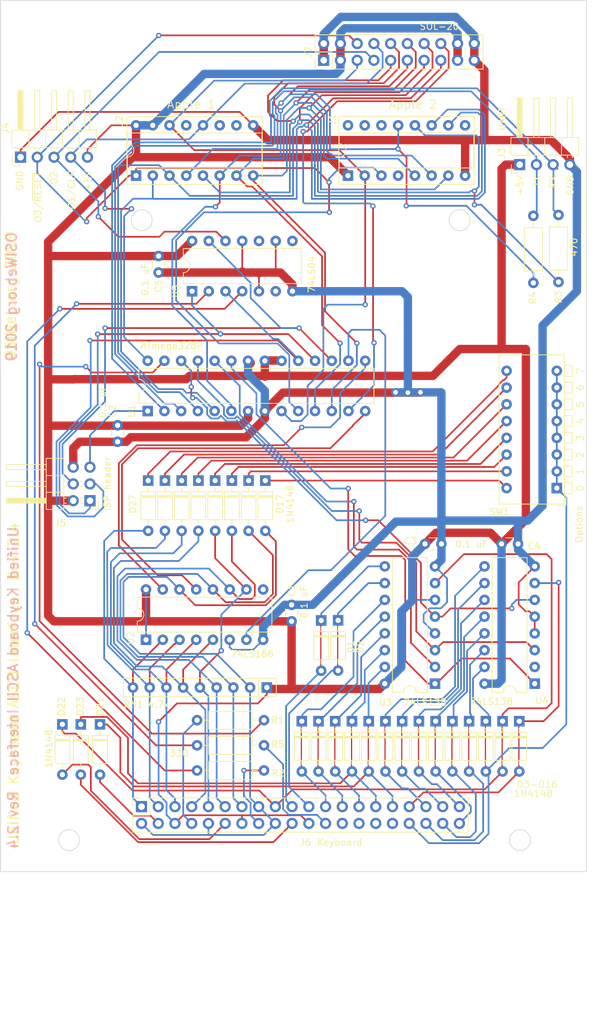
<source format=kicad_pcb>
(kicad_pcb (version 20171130) (host pcbnew "(5.1.5-0-10_14)")
  (title_block (title "Unified Retro Keyboard") (date 2019-12-13) (rev 2.4))
  (layers (0 F.Cu signal) (31 B.Cu signal) (34 B.Paste user) (35 F.Paste user) (36 B.SilkS user) (37 F.SilkS user) (38 B.Mask user) (39 F.Mask user) (44 Edge.Cuts user))
  (net 0 "")
  (net 1 GND)
  (net 2 +5V)
  (net 3 /Row3)
  (net 4 /Row0)
  (net 5 /Row1)
  (net 6 /Row4)
  (net 7 /Row5)
  (net 8 /Row7)
  (net 9 /D7)
  (net 10 /D1)
  (net 11 /D2)
  (net 12 /D3)
  (net 13 /D4)
  (net 14 /D5)
  (net 15 /D6)
  (net 16 /Col0)
  (net 17 /Col1)
  (net 18 /Col2)
  (net 19 /Col3)
  (net 20 /Col4)
  (net 21 /Col5)
  (net 22 /Col6)
  (net 23 /Col7)
  (net 24 /Row6)
  (net 25 /Row2)
  (net 26 /D0)
  (net 27 "Net-(U1-Pad25)")
  (net 28 "Net-(U1-Pad24)")
  (net 29 "Net-(U1-Pad23)")
  (net 30 /~STROBE)
  (net 31 "Net-(U1-Pad14)")
  (net 32 "Net-(U1-Pad26)")
  (net 33 "Net-(U1-Pad16)")
  (net 34 "Net-(U1-Pad15)")
  (net 35 /Row10)
  (net 36 /Row9)
  (net 37 /Row8)
  (net 38 /Row15)
  (net 39 /Row14)
  (net 40 /Row13)
  (net 41 /Row12)
  (net 42 /Row11)
  (net 43 /~RESET)
  (net 44 /Tx)
  (net 45 /Rx)
  (net 46 "Net-(U4-Pad2)")
  (net 47 "Net-(D11-Pad1)")
  (net 48 "Net-(D12-Pad1)")
  (net 49 "Net-(D13-Pad1)")
  (net 50 "Net-(D14-Pad1)")
  (net 51 "Net-(D15-Pad1)")
  (net 52 "Net-(D16-Pad1)")
  (net 53 "Net-(D17-Pad1)")
  (net 54 "Net-(D18-Pad1)")
  (net 55 "Net-(D19-Pad1)")
  (net 56 "Net-(D20-Pad1)")
  (net 57 "Net-(D24-Pad1)")
  (net 58 "Net-(D25-Pad1)")
  (net 59 "Net-(D26-Pad1)")
  (net 60 "Net-(D3-Pad1)")
  (net 61 "Net-(D4-Pad1)")
  (net 62 "Net-(D5-Pad1)")
  (net 63 "Net-(D6-Pad1)")
  (net 64 "Net-(D7-Pad1)")
  (net 65 "Net-(D8-Pad1)")
  (net 66 "Net-(D9-Pad1)")
  (net 67 "Net-(D10-Pad1)")
  (net 68 "Net-(D1-Pad1)")
  (net 69 "Net-(D2-Pad1)")
  (net 70 "Net-(D21-Pad2)")
  (net 71 "Net-(D22-Pad2)")
  (net 72 "Net-(D23-Pad2)")
  (net 73 "Net-(D27-Pad1)")
  (net 74 "Net-(J1-Pad9)")
  (net 75 "Net-(J1-Pad4)")
  (net 76 "Net-(J1-Pad14)")
  (net 77 "Net-(J1-Pad15)")
  (net 78 "Net-(J1-Pad16)")
  (net 79 "Net-(J2-Pad10)")
  (net 80 "Net-(J2-Pad11)")
  (net 81 "Net-(J2-Pad13)")
  (net 82 "Net-(J6-Pad32)")
  (net 83 "Net-(J6-Pad30)")
  (net 84 "Net-(J6-Pad28)")
  (net 85 "Net-(J6-Pad26)")
  (net 86 "Net-(J6-Pad24)")
  (net 87 "Net-(J6-Pad16)")
  (net 88 "Net-(U2-Pad9)")
  (net 89 "Net-(J6-Pad8)")
  (net 90 /LED1)
  (net 91 "Net-(R2-Pad1)")
  (net 92 "Net-(R5-Pad1)")
  (net 93 "Net-(U5-Pad6)")
  (net 94 "Net-(U5-Pad10)")
  (net 95 "Net-(U5-Pad8)")
  (net 96 /OUT1)
  (net 97 /OUT2)
  (net 98 /OUT3)
  (net 99 /MOSI-OUT2)
  (net 100 /SCK-LED2)
  (net 101 /MISO-LED3)
  (module unikbd:PinHeader_2x20_P2.54mm_Vertical (layer F.Cu) (at 185.397 175.5918 90)
    (fp_text reference J6 (at -2.8702 24.7015 180) (layer F.SilkS))
    (fp_text value Keyboard (at -2.8702 29.9085 180) (layer F.SilkS))
    (pad 40 thru_hole oval (at 0.0254 48.0822 90) (size 1.7 1.7) (drill 1) (layers *.Cu *.Mask) (net 42 /Row11))
    (pad 39 thru_hole oval (at 2.5654 48.0822 90) (size 1.7 1.7) (drill 1) (layers *.Cu *.Mask) (net 41 /Row12))
    (pad 38 thru_hole oval (at 0.0254 45.5422 90) (size 1.7 1.7) (drill 1) (layers *.Cu *.Mask) (net 35 /Row10))
    (pad 37 thru_hole oval (at 2.5654 45.5422 90) (size 1.7 1.7) (drill 1) (layers *.Cu *.Mask) (net 40 /Row13))
    (pad 36 thru_hole oval (at 0.0254 43.0022 90) (size 1.7 1.7) (drill 1) (layers *.Cu *.Mask) (net 36 /Row9))
    (pad 35 thru_hole oval (at 2.5654 43.0022 90) (size 1.7 1.7) (drill 1) (layers *.Cu *.Mask) (net 39 /Row14))
    (pad 34 thru_hole oval (at 0.0254 40.4622 90) (size 1.7 1.7) (drill 1) (layers *.Cu *.Mask) (net 37 /Row8))
    (pad 33 thru_hole oval (at 2.5654 40.4622 90) (size 1.7 1.7) (drill 1) (layers *.Cu *.Mask) (net 38 /Row15))
    (pad 32 thru_hole oval (at 0.0254 37.9222 90) (size 1.7 1.7) (drill 1) (layers *.Cu *.Mask) (net 82 "Net-(J6-Pad32)"))
    (pad 31 thru_hole oval (at 2.5654 37.9222 90) (size 1.7 1.7) (drill 1) (layers *.Cu *.Mask) (net 4 /Row0))
    (pad 30 thru_hole oval (at 0.0254 35.3822 90) (size 1.7 1.7) (drill 1) (layers *.Cu *.Mask) (net 83 "Net-(J6-Pad30)"))
    (pad 29 thru_hole oval (at 2.5654 35.3822 90) (size 1.7 1.7) (drill 1) (layers *.Cu *.Mask) (net 5 /Row1))
    (pad 28 thru_hole oval (at 0.0254 32.8422 90) (size 1.7 1.7) (drill 1) (layers *.Cu *.Mask) (net 84 "Net-(J6-Pad28)"))
    (pad 27 thru_hole oval (at 2.5654 32.8422 90) (size 1.7 1.7) (drill 1) (layers *.Cu *.Mask) (net 25 /Row2))
    (pad 26 thru_hole oval (at 0.0254 30.3022 90) (size 1.7 1.7) (drill 1) (layers *.Cu *.Mask) (net 85 "Net-(J6-Pad26)"))
    (pad 25 thru_hole oval (at 2.5654 30.3022 90) (size 1.7 1.7) (drill 1) (layers *.Cu *.Mask) (net 3 /Row3))
    (pad 24 thru_hole oval (at 0.0254 27.7622 90) (size 1.7 1.7) (drill 1) (layers *.Cu *.Mask) (net 86 "Net-(J6-Pad24)"))
    (pad 23 thru_hole oval (at 2.5654 27.7622 90) (size 1.7 1.7) (drill 1) (layers *.Cu *.Mask) (net 6 /Row4))
    (pad 22 thru_hole oval (at 0.0254 25.2222 90) (size 1.7 1.7) (drill 1) (layers *.Cu *.Mask) (net 2 +5V))
    (pad 21 thru_hole oval (at 2.5654 25.2222 90) (size 1.7 1.7) (drill 1) (layers *.Cu *.Mask) (net 7 /Row5))
    (pad 20 thru_hole oval (at 0.0254 22.6822 90) (size 1.7 1.7) (drill 1) (layers *.Cu *.Mask) (net 72 "Net-(D23-Pad2)"))
    (pad 19 thru_hole oval (at 2.5654 22.6822 90) (size 1.7 1.7) (drill 1) (layers *.Cu *.Mask) (net 24 /Row6))
    (pad 18 thru_hole oval (at 0.0254 20.1422 90) (size 1.7 1.7) (drill 1) (layers *.Cu *.Mask) (net 16 /Col0))
    (pad 17 thru_hole oval (at 2.5654 20.1422 90) (size 1.7 1.7) (drill 1) (layers *.Cu *.Mask) (net 8 /Row7))
    (pad 16 thru_hole oval (at 0.0254 17.6022 90) (size 1.7 1.7) (drill 1) (layers *.Cu *.Mask) (net 87 "Net-(J6-Pad16)"))
    (pad 15 thru_hole oval (at 2.5654 17.6022 90) (size 1.7 1.7) (drill 1) (layers *.Cu *.Mask) (net 16 /Col0))
    (pad 14 thru_hole oval (at 0.0254 15.0622 90) (size 1.7 1.7) (drill 1) (layers *.Cu *.Mask) (net 2 +5V))
    (pad 13 thru_hole oval (at 2.5654 15.0622 90) (size 1.7 1.7) (drill 1) (layers *.Cu *.Mask) (net 17 /Col1))
    (pad 12 thru_hole oval (at 0.0254 12.5222 90) (size 1.7 1.7) (drill 1) (layers *.Cu *.Mask) (net 71 "Net-(D22-Pad2)"))
    (pad 11 thru_hole oval (at 2.5654 12.5222 90) (size 1.7 1.7) (drill 1) (layers *.Cu *.Mask) (net 18 /Col2))
    (pad 10 thru_hole oval (at 0.0254 9.9822 90) (size 1.7 1.7) (drill 1) (layers *.Cu *.Mask) (net 16 /Col0))
    (pad 9 thru_hole oval (at 2.5654 9.9822 90) (size 1.7 1.7) (drill 1) (layers *.Cu *.Mask) (net 19 /Col3))
    (pad 8 thru_hole oval (at 0.0254 7.4422 90) (size 1.7 1.7) (drill 1) (layers *.Cu *.Mask) (net 89 "Net-(J6-Pad8)"))
    (pad 7 thru_hole oval (at 2.5654 7.4422 90) (size 1.7 1.7) (drill 1) (layers *.Cu *.Mask) (net 20 /Col4))
    (pad 6 thru_hole oval (at 0.0254 4.9022 90) (size 1.7 1.7) (drill 1) (layers *.Cu *.Mask) (net 2 +5V))
    (pad 5 thru_hole oval (at 2.5654 4.9022 90) (size 1.7 1.7) (drill 1) (layers *.Cu *.Mask) (net 21 /Col5))
    (pad 4 thru_hole oval (at 0.0254 2.3622 90) (size 1.7 1.7) (drill 1) (layers *.Cu *.Mask) (net 70 "Net-(D21-Pad2)"))
    (pad 3 thru_hole oval (at 2.5654 2.3622 90) (size 1.7 1.7) (drill 1) (layers *.Cu *.Mask) (net 22 /Col6))
    (pad 2 thru_hole oval (at 0.0254 -0.1778 90) (size 1.7 1.7) (drill 1) (layers *.Cu *.Mask) (net 16 /Col0))
    (pad 1 thru_hole rect (at 2.5654 -0.1778 90) (size 1.7 1.7) (drill 1) (layers *.Cu *.Mask) (net 23 /Col7))
  )
  (module unikbd:SOL20-header-vertical (layer F.Cu) (at 212.8798 59.8948 90)
    (fp_text reference J7 (at 1.27 -2.33 90) (layer F.SilkS))
    (fp_text value SOL-20 (at 5.1308 17.5514 180) (layer F.SilkS))
    (pad 20 thru_hole oval (at 2.54 22.86 90) (size 1.7 1.7) (drill 1) (layers *.Cu *.Mask) (net 1 GND))
    (pad 10 thru_hole oval (at 0 22.86 90) (size 1.7 1.7) (drill 1) (layers *.Cu *.Mask) (net 1 GND))
    (pad 19 thru_hole oval (at 2.54 20.32 90) (size 1.7 1.7) (drill 1) (layers *.Cu *.Mask) (net 2 +5V))
    (pad 9 thru_hole oval (at 0 20.32 90) (size 1.7 1.7) (drill 1) (layers *.Cu *.Mask) (net 2 +5V))
    (pad 18 thru_hole oval (at 2.54 17.78 90) (size 1.7 1.7) (drill 1) (layers *.Cu *.Mask) (net 9 /D7))
    (pad 8 thru_hole oval (at 0 17.78 90) (size 1.7 1.7) (drill 1) (layers *.Cu *.Mask) (net 12 /D3))
    (pad 17 thru_hole oval (at 2.54 15.24 90) (size 1.7 1.7) (drill 1) (layers *.Cu *.Mask) (net 15 /D6))
    (pad 7 thru_hole oval (at 0 15.24 90) (size 1.7 1.7) (drill 1) (layers *.Cu *.Mask) (net 11 /D2))
    (pad 16 thru_hole oval (at 2.54 12.7 90) (size 1.7 1.7) (drill 1) (layers *.Cu *.Mask) (net 14 /D5))
    (pad 6 thru_hole oval (at 0 12.7 90) (size 1.7 1.7) (drill 1) (layers *.Cu *.Mask) (net 10 /D1))
    (pad 15 thru_hole oval (at 2.54 10.16 90) (size 1.7 1.7) (drill 1) (layers *.Cu *.Mask) (net 13 /D4))
    (pad 5 thru_hole oval (at 0 10.16 90) (size 1.7 1.7) (drill 1) (layers *.Cu *.Mask) (net 26 /D0))
    (pad 14 thru_hole oval (at 2.54 7.62 90) (size 1.7 1.7) (drill 1) (layers *.Cu *.Mask) (net 96 /OUT1))
    (pad 4 thru_hole oval (at 0 7.62 90) (size 1.7 1.7) (drill 1) (layers *.Cu *.Mask) (net 97 /OUT2))
    (pad 13 thru_hole oval (at 2.54 5.08 90) (size 1.7 1.7) (drill 1) (layers *.Cu *.Mask) (net 98 /OUT3))
    (pad 3 thru_hole oval (at 0 5.08 90) (size 1.7 1.7) (drill 1) (layers *.Cu *.Mask) (net 30 /~STROBE))
    (pad 12 thru_hole oval (at 2.54 2.54 90) (size 1.7 1.7) (drill 1) (layers *.Cu *.Mask) (net 2 +5V))
    (pad 2 thru_hole oval (at 0 2.54 90) (size 1.7 1.7) (drill 1) (layers *.Cu *.Mask) (net 2 +5V))
    (pad 11 thru_hole oval (at 2.54 0 90) (size 1.7 1.7) (drill 1) (layers *.Cu *.Mask) (net 1 GND))
    (pad 1 thru_hole rect (at 0 0 90) (size 1.7 1.7) (drill 1) (layers *.Cu *.Mask) (net 1 GND))
  )
  (module Package_DIP:DIP-16_W7.62mm (layer F.Cu) (at 185.905 147.728 90)
    (fp_text reference U2 (at 0.254 -2.33 90) (layer F.SilkS))
    (fp_text value 74LS166 (at -2.159 16.129) (layer F.SilkS))
    (pad 16 thru_hole oval (at 7.62 0 90) (size 1.6 1.6) (drill 0.8) (layers *.Cu *.Mask) (net 2 +5V))
    (pad 8 thru_hole oval (at 0 17.78 90) (size 1.6 1.6) (drill 0.8) (layers *.Cu *.Mask) (net 1 GND))
    (pad 15 thru_hole oval (at 7.62 2.54 90) (size 1.6 1.6) (drill 0.8) (layers *.Cu *.Mask) (net 34 "Net-(U1-Pad15)"))
    (pad 7 thru_hole oval (at 0 15.24 90) (size 1.6 1.6) (drill 0.8) (layers *.Cu *.Mask) (net 33 "Net-(U1-Pad16)"))
    (pad 14 thru_hole oval (at 7.62 5.08 90) (size 1.6 1.6) (drill 0.8) (layers *.Cu *.Mask) (net 16 /Col0))
    (pad 6 thru_hole oval (at 0 12.7 90) (size 1.6 1.6) (drill 0.8) (layers *.Cu *.Mask) (net 1 GND))
    (pad 13 thru_hole oval (at 7.62 7.62 90) (size 1.6 1.6) (drill 0.8) (layers *.Cu *.Mask) (net 31 "Net-(U1-Pad14)"))
    (pad 5 thru_hole oval (at 0 10.16 90) (size 1.6 1.6) (drill 0.8) (layers *.Cu *.Mask) (net 20 /Col4))
    (pad 12 thru_hole oval (at 7.62 10.16 90) (size 1.6 1.6) (drill 0.8) (layers *.Cu *.Mask) (net 17 /Col1))
    (pad 4 thru_hole oval (at 0 7.62 90) (size 1.6 1.6) (drill 0.8) (layers *.Cu *.Mask) (net 21 /Col5))
    (pad 11 thru_hole oval (at 7.62 12.7 90) (size 1.6 1.6) (drill 0.8) (layers *.Cu *.Mask) (net 18 /Col2))
    (pad 3 thru_hole oval (at 0 5.08 90) (size 1.6 1.6) (drill 0.8) (layers *.Cu *.Mask) (net 22 /Col6))
    (pad 10 thru_hole oval (at 7.62 15.24 90) (size 1.6 1.6) (drill 0.8) (layers *.Cu *.Mask) (net 19 /Col3))
    (pad 2 thru_hole oval (at 0 2.54 90) (size 1.6 1.6) (drill 0.8) (layers *.Cu *.Mask) (net 23 /Col7))
    (pad 9 thru_hole oval (at 7.62 17.78 90) (size 1.6 1.6) (drill 0.8) (layers *.Cu *.Mask) (net 88 "Net-(U2-Pad9)"))
    (pad 1 thru_hole rect (at 0 0 90) (size 1.6 1.6) (drill 0.8) (layers *.Cu *.Mask) (net 2 +5V))
  )
  (module Package_DIP:DIP-14_W7.62mm (layer F.Cu) (at 192.89 94.896 90)
    (fp_text reference U5 (at 0 -2.413 90) (layer F.SilkS))
    (fp_text value 74LS04 (at 2.54 18.161 90) (layer F.SilkS))
    (pad 14 thru_hole oval (at 7.62 0 90) (size 1.6 1.6) (drill 0.8) (layers *.Cu *.Mask) (net 2 +5V))
    (pad 7 thru_hole oval (at 0 15.24 90) (size 1.6 1.6) (drill 0.8) (layers *.Cu *.Mask) (net 1 GND))
    (pad 13 thru_hole oval (at 7.62 2.54 90) (size 1.6 1.6) (drill 0.8) (layers *.Cu *.Mask) (net 99 /MOSI-OUT2))
    (pad 6 thru_hole oval (at 0 12.7 90) (size 1.6 1.6) (drill 0.8) (layers *.Cu *.Mask) (net 93 "Net-(U5-Pad6)"))
    (pad 12 thru_hole oval (at 7.62 5.08 90) (size 1.6 1.6) (drill 0.8) (layers *.Cu *.Mask) (net 97 /OUT2))
    (pad 5 thru_hole oval (at 0 10.16 90) (size 1.6 1.6) (drill 0.8) (layers *.Cu *.Mask) (net 1 GND))
    (pad 11 thru_hole oval (at 7.62 7.62 90) (size 1.6 1.6) (drill 0.8) (layers *.Cu *.Mask) (net 1 GND))
    (pad 4 thru_hole oval (at 0 7.62 90) (size 1.6 1.6) (drill 0.8) (layers *.Cu *.Mask) (net 91 "Net-(R2-Pad1)"))
    (pad 10 thru_hole oval (at 7.62 10.16 90) (size 1.6 1.6) (drill 0.8) (layers *.Cu *.Mask) (net 94 "Net-(U5-Pad10)"))
    (pad 3 thru_hole oval (at 0 5.08 90) (size 1.6 1.6) (drill 0.8) (layers *.Cu *.Mask) (net 100 /SCK-LED2))
    (pad 9 thru_hole oval (at 7.62 12.7 90) (size 1.6 1.6) (drill 0.8) (layers *.Cu *.Mask) (net 1 GND))
    (pad 2 thru_hole oval (at 0 2.54 90) (size 1.6 1.6) (drill 0.8) (layers *.Cu *.Mask) (net 92 "Net-(R5-Pad1)"))
    (pad 8 thru_hole oval (at 7.62 15.24 90) (size 1.6 1.6) (drill 0.8) (layers *.Cu *.Mask) (net 95 "Net-(U5-Pad8)"))
    (pad 1 thru_hole rect (at 0 0 90) (size 1.6 1.6) (drill 0.8) (layers *.Cu *.Mask) (net 101 /MISO-LED3))
  )
  (module Resistor_THT:R_Axial_DIN0207_L6.3mm_D2.5mm_P10.16mm_Horizontal (layer F.Cu) (at 193.652 167.54)
    (fp_text reference R2 (at 12.319 0.4064) (layer F.SilkS))
    (fp_text value 330)
    (pad 2 thru_hole oval (at 10.16 0) (size 1.6 1.6) (drill 0.8) (layers *.Cu *.Mask) (net 87 "Net-(J6-Pad16)"))
    (pad 1 thru_hole circle (at 0 0) (size 1.6 1.6) (drill 0.8) (layers *.Cu *.Mask) (net 91 "Net-(R2-Pad1)"))
  )
  (module Connector_PinHeader_2.54mm:PinHeader_1x05_P2.54mm_Horizontal (layer F.Cu) (at 166.855 74.576 90)
    (fp_text reference J4 (at 4.385 -2.27 90) (layer F.SilkS))
    (fp_text value Conn_01x05)
    (pad 5 thru_hole oval (at 0 10.16 90) (size 1.7 1.7) (drill 1) (layers *.Cu *.Mask) (net 2 +5V))
    (pad 4 thru_hole oval (at 0 7.62 90) (size 1.7 1.7) (drill 1) (layers *.Cu *.Mask) (net 96 /OUT1))
    (pad 3 thru_hole oval (at 0 5.08 90) (size 1.7 1.7) (drill 1) (layers *.Cu *.Mask) (net 97 /OUT2))
    (pad 2 thru_hole oval (at 0 2.54 90) (size 1.7 1.7) (drill 1) (layers *.Cu *.Mask) (net 98 /OUT3))
    (pad 1 thru_hole rect (at 0 0 90) (size 1.7 1.7) (drill 1) (layers *.Cu *.Mask) (net 1 GND))
  )
  (module Resistor_THT:R_Axial_DIN0207_L6.3mm_D2.5mm_P10.16mm_Horizontal (layer F.Cu) (at 244.706 93.626 90)
    (fp_text reference R4 (at -2.286 -0.0762 90) (layer F.SilkS))
    (fp_text value R_US hide)
    (pad 2 thru_hole oval (at 10.16 0 90) (size 1.6 1.6) (drill 0.8) (layers *.Cu *.Mask) (net 44 /Tx))
    (pad 1 thru_hole circle (at 0 0 90) (size 1.6 1.6) (drill 0.8) (layers *.Cu *.Mask) (net 10 /D1))
  )
  (module Capacitor_THT:C_Disc_D3.0mm_W1.6mm_P2.50mm (layer F.Cu) (at 187.81 89.562 270)
    (fp_text reference C5 (at 4.572 0 90) (layer F.SilkS))
    (fp_text value "0.1 uF" (at 3.556 2.05 90) (layer F.SilkS))
    (pad 2 thru_hole circle (at 2.5 0 270) (size 1.6 1.6) (drill 0.8) (layers *.Cu *.Mask) (net 1 GND))
    (pad 1 thru_hole circle (at 0 0 270) (size 1.6 1.6) (drill 0.8) (layers *.Cu *.Mask) (net 2 +5V))
  )
  (module Resistor_THT:R_Axial_DIN0207_L6.3mm_D2.5mm_P10.16mm_Horizontal (layer F.Cu) (at 203.812 159.92 180)
    (fp_text reference R1 (at -2.1082 0.0254) (layer F.SilkS))
    (fp_text value 330)
    (pad 2 thru_hole oval (at 10.16 0 180) (size 1.6 1.6) (drill 0.8) (layers *.Cu *.Mask) (net 89 "Net-(J6-Pad8)"))
    (pad 1 thru_hole circle (at 0 0 180) (size 1.6 1.6) (drill 0.8) (layers *.Cu *.Mask) (net 90 /LED1))
  )
  (module unikbd:D_DO-35_SOD27_P7.62mm_Horizontal_bypassed (layer F.Cu) (at 222.25 160.0724 270)
    (fp_text reference D16 hide)
    (fp_text value 1N4148 hide)
    (fp_poly (pts (xy 7.239 0.127) (xy 0.381 0.127) (xy 0.381 0) (xy 7.239 0)) (layer F.Cu) (width 0.0508))
    (pad 1 thru_hole rect (at 0 0 270) (size 1.6 1.6) (drill 0.8) (layers *.Cu *.Mask) (net 52 "Net-(D16-Pad1)"))
    (pad 2 thru_hole oval (at 7.62 0 270) (size 1.6 1.6) (drill 0.8) (layers *.Cu *.Mask) (net 39 /Row14))
  )
  (module unikbd:D_DO-35_SOD27_P7.62mm_Horizontal_bypassed (layer F.Cu) (at 227.33 160.0724 270)
    (fp_text reference D15 hide)
    (fp_text value 1N4148)
    (fp_poly (pts (xy 7.239 0.127) (xy 0.381 0.127) (xy 0.381 0) (xy 7.239 0)) (layer F.Cu) (width 0.0508))
    (pad 1 thru_hole rect (at 0 0 270) (size 1.6 1.6) (drill 0.8) (layers *.Cu *.Mask) (net 51 "Net-(D15-Pad1)"))
    (pad 2 thru_hole oval (at 7.62 0 270) (size 1.6 1.6) (drill 0.8) (layers *.Cu *.Mask) (net 41 /Row12))
  )
  (module unikbd:D_DO-35_SOD27_P7.62mm_Horizontal_bypassed (layer F.Cu) (at 232.41 160.0724 270)
    (fp_text reference D14 hide)
    (fp_text value 1N4148)
    (fp_poly (pts (xy 7.239 0.127) (xy 0.381 0.127) (xy 0.381 0) (xy 7.239 0)) (layer F.Cu) (width 0.0508))
    (pad 1 thru_hole rect (at 0 0 270) (size 1.6 1.6) (drill 0.8) (layers *.Cu *.Mask) (net 50 "Net-(D14-Pad1)"))
    (pad 2 thru_hole oval (at 7.62 0 270) (size 1.6 1.6) (drill 0.8) (layers *.Cu *.Mask) (net 35 /Row10))
  )
  (module unikbd:D_DO-35_SOD27_P7.62mm_Horizontal_bypassed (layer F.Cu) (at 237.49 160.0724 270)
    (fp_text reference D13 hide)
    (fp_text value 1N4148)
    (fp_poly (pts (xy 7.239 0.127) (xy 0.381 0.127) (xy 0.381 0) (xy 7.239 0)) (layer F.Cu) (width 0.0508))
    (pad 1 thru_hole rect (at 0 0 270) (size 1.6 1.6) (drill 0.8) (layers *.Cu *.Mask) (net 49 "Net-(D13-Pad1)"))
    (pad 2 thru_hole oval (at 7.62 0 270) (size 1.6 1.6) (drill 0.8) (layers *.Cu *.Mask) (net 37 /Row8))
  )
  (module unikbd:D_DO-35_SOD27_P7.62mm_Horizontal_bypassed (layer F.Cu) (at 242.57 160.0724 270)
    (fp_text reference D8 hide)
    (fp_text value 1N4148 hide)
    (fp_poly (pts (xy 7.239 0.127) (xy 0.381 0.127) (xy 0.381 0) (xy 7.239 0)) (layer F.Cu) (width 0.0508))
    (pad 1 thru_hole rect (at 0 0 270) (size 1.6 1.6) (drill 0.8) (layers *.Cu *.Mask) (net 65 "Net-(D8-Pad1)"))
    (pad 2 thru_hole oval (at 7.62 0 270) (size 1.6 1.6) (drill 0.8) (layers *.Cu *.Mask) (net 38 /Row15))
  )
  (module unikbd:D_DO-35_SOD27_P7.62mm_Horizontal_bypassed (layer F.Cu) (at 224.79 160.0724 270)
    (fp_text reference D7 hide)
    (fp_text value 1N4148)
    (fp_poly (pts (xy 7.239 0.127) (xy 0.381 0.127) (xy 0.381 0) (xy 7.239 0)) (layer F.Cu) (width 0.0508))
    (pad 1 thru_hole rect (at 0 0 270) (size 1.6 1.6) (drill 0.8) (layers *.Cu *.Mask) (net 64 "Net-(D7-Pad1)"))
    (pad 2 thru_hole oval (at 7.62 0 270) (size 1.6 1.6) (drill 0.8) (layers *.Cu *.Mask) (net 40 /Row13))
  )
  (module unikbd:D_DO-35_SOD27_P7.62mm_Horizontal_bypassed (layer F.Cu) (at 229.87 160.0724 270)
    (fp_text reference D6 hide)
    (fp_text value 1N4148)
    (fp_poly (pts (xy 7.239 0.127) (xy 0.381 0.127) (xy 0.381 0) (xy 7.239 0)) (layer F.Cu) (width 0.0508))
    (pad 1 thru_hole rect (at 0 0 270) (size 1.6 1.6) (drill 0.8) (layers *.Cu *.Mask) (net 63 "Net-(D6-Pad1)"))
    (pad 2 thru_hole oval (at 7.62 0 270) (size 1.6 1.6) (drill 0.8) (layers *.Cu *.Mask) (net 42 /Row11))
  )
  (module unikbd:D_DO-35_SOD27_P7.62mm_Horizontal_bypassed (layer F.Cu) (at 234.95 160.0724 270)
    (fp_text reference D5 hide)
    (fp_text value 1N4148)
    (fp_poly (pts (xy 7.239 0.127) (xy 0.381 0.127) (xy 0.381 0) (xy 7.239 0)) (layer F.Cu) (width 0.0508))
    (pad 1 thru_hole rect (at 0 0 270) (size 1.6 1.6) (drill 0.8) (layers *.Cu *.Mask) (net 62 "Net-(D5-Pad1)"))
    (pad 2 thru_hole oval (at 7.62 0 270) (size 1.6 1.6) (drill 0.8) (layers *.Cu *.Mask) (net 36 /Row9))
  )
  (module unikbd:D_DO-35_SOD27_P7.62mm_Horizontal_bypassed (layer F.Cu) (at 212.4988 144.807 270)
    (fp_text reference D1 (at 3.9878 -4.4958 90) (layer F.SilkS))
    (fp_text value 1N4148)
    (fp_poly (pts (xy 7.239 0.127) (xy 0.381 0.127) (xy 0.381 0) (xy 7.239 0)) (layer F.Cu) (width 0.0508))
    (pad 1 thru_hole rect (at 0 0 270) (size 1.6 1.6) (drill 0.8) (layers *.Cu *.Mask) (net 68 "Net-(D1-Pad1)"))
    (pad 2 thru_hole oval (at 7.62 0 270) (size 1.6 1.6) (drill 0.8) (layers *.Cu *.Mask) (net 24 /Row6))
  )
  (module unikbd:D_DO-35_SOD27_P7.62mm_Horizontal_bypassed (layer F.Cu) (at 209.55 160.0724 270)
    (fp_text reference D11 hide)
    (fp_text value 1N4148)
    (fp_poly (pts (xy 7.239 0.127) (xy 0.381 0.127) (xy 0.381 0) (xy 7.239 0)) (layer F.Cu) (width 0.0508))
    (pad 1 thru_hole rect (at 0 0 270) (size 1.6 1.6) (drill 0.8) (layers *.Cu *.Mask) (net 47 "Net-(D11-Pad1)"))
    (pad 2 thru_hole oval (at 7.62 0 270) (size 1.6 1.6) (drill 0.8) (layers *.Cu *.Mask) (net 6 /Row4))
  )
  (module unikbd:D_DO-35_SOD27_P7.62mm_Horizontal_bypassed (layer F.Cu) (at 214.63 160.0724 270)
    (fp_text reference D10 hide)
    (fp_text value 1N4148)
    (fp_poly (pts (xy 7.239 0.127) (xy 0.381 0.127) (xy 0.381 0) (xy 7.239 0)) (layer F.Cu) (width 0.0508))
    (pad 1 thru_hole rect (at 0 0 270) (size 1.6 1.6) (drill 0.8) (layers *.Cu *.Mask) (net 67 "Net-(D10-Pad1)"))
    (pad 2 thru_hole oval (at 7.62 0 270) (size 1.6 1.6) (drill 0.8) (layers *.Cu *.Mask) (net 25 /Row2))
  )
  (module unikbd:D_DO-35_SOD27_P7.62mm_Horizontal_bypassed (layer F.Cu) (at 219.71 160.0724 270)
    (fp_text reference D9 hide)
    (fp_text value 1N4148)
    (fp_poly (pts (xy 7.239 0.127) (xy 0.381 0.127) (xy 0.381 0) (xy 7.239 0)) (layer F.Cu) (width 0.0508))
    (pad 1 thru_hole rect (at 0 0 270) (size 1.6 1.6) (drill 0.8) (layers *.Cu *.Mask) (net 66 "Net-(D9-Pad1)"))
    (pad 2 thru_hole oval (at 7.62 0 270) (size 1.6 1.6) (drill 0.8) (layers *.Cu *.Mask) (net 4 /Row0))
  )
  (module unikbd:D_DO-35_SOD27_P7.62mm_Horizontal_bypassed (layer F.Cu) (at 240.03 160.0724 270)
    (fp_text reference D4 hide)
    (fp_text value 1N4148)
    (fp_poly (pts (xy 7.239 0.127) (xy 0.381 0.127) (xy 0.381 0) (xy 7.239 0)) (layer F.Cu) (width 0.0508))
    (pad 1 thru_hole rect (at 0 0 270) (size 1.6 1.6) (drill 0.8) (layers *.Cu *.Mask) (net 61 "Net-(D4-Pad1)"))
    (pad 2 thru_hole oval (at 7.62 0 270) (size 1.6 1.6) (drill 0.8) (layers *.Cu *.Mask) (net 8 /Row7))
  )
  (module unikbd:D_DO-35_SOD27_P7.62mm_Horizontal_bypassed (layer F.Cu) (at 215.0642 144.7816 270)
    (fp_text reference D2 (at 4.0132 -3.3528 90) (layer F.SilkS))
    (fp_text value 1N4148)
    (fp_poly (pts (xy 7.239 0.127) (xy 0.381 0.127) (xy 0.381 0) (xy 7.239 0)) (layer F.Cu) (width 0.0508))
    (pad 1 thru_hole rect (at 0 0 270) (size 1.6 1.6) (drill 0.8) (layers *.Cu *.Mask) (net 69 "Net-(D2-Pad1)"))
    (pad 2 thru_hole oval (at 7.62 0 270) (size 1.6 1.6) (drill 0.8) (layers *.Cu *.Mask) (net 7 /Row5))
  )
  (module unikbd:D_DO-35_SOD27_P7.62mm_Horizontal_bypassed (layer F.Cu) (at 212.09 160.0724 270)
    (fp_text reference D3 hide)
    (fp_text value 1N4148)
    (fp_poly (pts (xy 7.239 0.127) (xy 0.381 0.127) (xy 0.381 0) (xy 7.239 0)) (layer F.Cu) (width 0.0508))
    (pad 1 thru_hole rect (at 0 0 270) (size 1.6 1.6) (drill 0.8) (layers *.Cu *.Mask) (net 60 "Net-(D3-Pad1)"))
    (pad 2 thru_hole oval (at 7.62 0 270) (size 1.6 1.6) (drill 0.8) (layers *.Cu *.Mask) (net 3 /Row3))
  )
  (module unikbd:D_DO-35_SOD27_P7.62mm_Horizontal_bypassed (layer F.Cu) (at 217.17 160.0724 270)
    (fp_text reference D12 hide)
    (fp_text value 1N4148)
    (fp_poly (pts (xy 7.239 0.127) (xy 0.381 0.127) (xy 0.381 0) (xy 7.239 0)) (layer F.Cu) (width 0.0508))
    (pad 1 thru_hole rect (at 0 0 270) (size 1.6 1.6) (drill 0.8) (layers *.Cu *.Mask) (net 48 "Net-(D12-Pad1)"))
    (pad 2 thru_hole oval (at 7.62 0 270) (size 1.6 1.6) (drill 0.8) (layers *.Cu *.Mask) (net 5 /Row1))
  )
  (module Resistor_THT:R_Axial_DIN0207_L6.3mm_D2.5mm_P10.16mm_Horizontal (layer F.Cu) (at 193.652 163.73)
    (fp_text reference R5 (at 12.2682 -0.1524) (layer F.SilkS))
    (fp_text value 330 (at -2.7178 1.2192) (layer F.SilkS))
    (pad 2 thru_hole oval (at 10.16 0) (size 1.6 1.6) (drill 0.8) (layers *.Cu *.Mask) (net 86 "Net-(J6-Pad24)"))
    (pad 1 thru_hole circle (at 0 0) (size 1.6 1.6) (drill 0.8) (layers *.Cu *.Mask) (net 92 "Net-(R5-Pad1)"))
  )
  (module Diode_THT:D_DO-35_SOD27_P7.62mm_Horizontal (layer F.Cu) (at 175.999 160.555 270)
    (fp_text reference D23 (at -2.7305 0.0762 90) (layer F.SilkS))
    (fp_text value 1N4148)
    (pad 2 thru_hole oval (at 7.62 0 270) (size 1.6 1.6) (drill 0.8) (layers *.Cu *.Mask) (net 72 "Net-(D23-Pad2)"))
    (pad 1 thru_hole rect (at 0 0 270) (size 1.6 1.6) (drill 0.8) (layers *.Cu *.Mask) (net 5 /Row1))
  )
  (module Connector_PinHeader_2.54mm:PinHeader_1x04_P2.54mm_Horizontal (layer F.Cu) (at 242.62828 75.70376 90)
    (fp_text reference J3 (at 1.76276 -2.74828 90) (layer F.SilkS))
    (fp_text value UART (at 6.96976 -2.62128 90) (layer F.SilkS))
    (pad 4 thru_hole oval (at 0 7.62 90) (size 1.7 1.7) (drill 1) (layers *.Cu *.Mask) (net 1 GND))
    (pad 3 thru_hole oval (at 0 5.08 90) (size 1.7 1.7) (drill 1) (layers *.Cu *.Mask) (net 45 /Rx))
    (pad 2 thru_hole oval (at 0 2.54 90) (size 1.7 1.7) (drill 1) (layers *.Cu *.Mask) (net 44 /Tx))
    (pad 1 thru_hole rect (at 0 0 90) (size 1.7 1.7) (drill 1) (layers *.Cu *.Mask) (net 2 +5V))
  )
  (module Button_Switch_THT:SW_DIP_SPSTx08_Piano_CTS_Series194-8MSTN_W7.62mm_P2.54mm (layer F.Cu) (at 248.262 124.741 180)
    (fp_text reference SW1 (at 8.7122 -3.6068) (layer F.SilkS))
    (fp_text value Options (at -3.3782 -5.4864 90) (layer F.SilkS))
    (pad 1 thru_hole rect (at 0 0 180) (size 1.6 1.6) (drill 0.8) (layers *.Cu *.Mask) (net 37 /Row8))
    (pad 9 thru_hole oval (at 7.62 17.78 180) (size 1.6 1.6) (drill 0.8) (layers *.Cu *.Mask) (net 73 "Net-(D27-Pad1)"))
    (pad 2 thru_hole oval (at 0 2.54 180) (size 1.6 1.6) (drill 0.8) (layers *.Cu *.Mask) (net 37 /Row8))
    (pad 10 thru_hole oval (at 7.62 15.24 180) (size 1.6 1.6) (drill 0.8) (layers *.Cu *.Mask) (net 56 "Net-(D20-Pad1)"))
    (pad 3 thru_hole oval (at 0 5.08 180) (size 1.6 1.6) (drill 0.8) (layers *.Cu *.Mask) (net 37 /Row8))
    (pad 11 thru_hole oval (at 7.62 12.7 180) (size 1.6 1.6) (drill 0.8) (layers *.Cu *.Mask) (net 59 "Net-(D26-Pad1)"))
    (pad 4 thru_hole oval (at 0 7.62 180) (size 1.6 1.6) (drill 0.8) (layers *.Cu *.Mask) (net 37 /Row8))
    (pad 12 thru_hole oval (at 7.62 10.16 180) (size 1.6 1.6) (drill 0.8) (layers *.Cu *.Mask) (net 55 "Net-(D19-Pad1)"))
    (pad 5 thru_hole oval (at 0 10.16 180) (size 1.6 1.6) (drill 0.8) (layers *.Cu *.Mask) (net 37 /Row8))
    (pad 13 thru_hole oval (at 7.62 7.62 180) (size 1.6 1.6) (drill 0.8) (layers *.Cu *.Mask) (net 58 "Net-(D25-Pad1)"))
    (pad 6 thru_hole oval (at 0 12.7 180) (size 1.6 1.6) (drill 0.8) (layers *.Cu *.Mask) (net 37 /Row8))
    (pad 14 thru_hole oval (at 7.62 5.08 180) (size 1.6 1.6) (drill 0.8) (layers *.Cu *.Mask) (net 54 "Net-(D18-Pad1)"))
    (pad 7 thru_hole oval (at 0 15.24 180) (size 1.6 1.6) (drill 0.8) (layers *.Cu *.Mask) (net 37 /Row8))
    (pad 15 thru_hole oval (at 7.62 2.54 180) (size 1.6 1.6) (drill 0.8) (layers *.Cu *.Mask) (net 57 "Net-(D24-Pad1)"))
    (pad 8 thru_hole oval (at 0 17.78 180) (size 1.6 1.6) (drill 0.8) (layers *.Cu *.Mask) (net 37 /Row8))
    (pad 16 thru_hole oval (at 7.62 0 180) (size 1.6 1.6) (drill 0.8) (layers *.Cu *.Mask) (net 53 "Net-(D17-Pad1)"))
  )
  (module Diode_THT:D_DO-35_SOD27_P7.62mm_Horizontal (layer F.Cu) (at 186.2352 123.598 270)
    (fp_text reference D27 (at 3.556 2.3368 90) (layer F.SilkS))
    (fp_text value 1N4148 hide)
    (pad 2 thru_hole oval (at 7.62 0 270) (size 1.6 1.6) (drill 0.8) (layers *.Cu *.Mask) (net 23 /Col7))
    (pad 1 thru_hole rect (at 0 0 270) (size 1.6 1.6) (drill 0.8) (layers *.Cu *.Mask) (net 73 "Net-(D27-Pad1)"))
  )
  (module Diode_THT:D_DO-35_SOD27_P7.62mm_Horizontal (layer F.Cu) (at 191.3152 123.598 270)
    (fp_text reference D26)
    (fp_text value 1N4148 hide)
    (pad 2 thru_hole oval (at 7.62 0 270) (size 1.6 1.6) (drill 0.8) (layers *.Cu *.Mask) (net 21 /Col5))
    (pad 1 thru_hole rect (at 0 0 270) (size 1.6 1.6) (drill 0.8) (layers *.Cu *.Mask) (net 59 "Net-(D26-Pad1)"))
  )
  (module Diode_THT:D_DO-35_SOD27_P7.62mm_Horizontal (layer F.Cu) (at 196.3952 123.598 270)
    (fp_text reference D25 hide)
    (fp_text value 1N4148 hide)
    (pad 2 thru_hole oval (at 7.62 0 270) (size 1.6 1.6) (drill 0.8) (layers *.Cu *.Mask) (net 19 /Col3))
    (pad 1 thru_hole rect (at 0 0 270) (size 1.6 1.6) (drill 0.8) (layers *.Cu *.Mask) (net 58 "Net-(D25-Pad1)"))
  )
  (module Diode_THT:D_DO-35_SOD27_P7.62mm_Horizontal (layer F.Cu) (at 201.4752 123.598 270)
    (fp_text reference D24 hide)
    (fp_text value 1N4148 hide)
    (pad 2 thru_hole oval (at 7.62 0 270) (size 1.6 1.6) (drill 0.8) (layers *.Cu *.Mask) (net 17 /Col1))
    (pad 1 thru_hole rect (at 0 0 270) (size 1.6 1.6) (drill 0.8) (layers *.Cu *.Mask) (net 57 "Net-(D24-Pad1)"))
  )
  (module Diode_THT:D_DO-35_SOD27_P7.62mm_Horizontal (layer F.Cu) (at 188.7752 123.598 270)
    (fp_text reference D20 hide)
    (fp_text value 1N4148 hide)
    (pad 2 thru_hole oval (at 7.62 0 270) (size 1.6 1.6) (drill 0.8) (layers *.Cu *.Mask) (net 22 /Col6))
    (pad 1 thru_hole rect (at 0 0 270) (size 1.6 1.6) (drill 0.8) (layers *.Cu *.Mask) (net 56 "Net-(D20-Pad1)"))
  )
  (module Diode_THT:D_DO-35_SOD27_P7.62mm_Horizontal (layer F.Cu) (at 193.8552 123.598 270)
    (fp_text reference D19 hide)
    (fp_text value 1N4148 hide)
    (pad 2 thru_hole oval (at 7.62 0 270) (size 1.6 1.6) (drill 0.8) (layers *.Cu *.Mask) (net 20 /Col4))
    (pad 1 thru_hole rect (at 0 0 270) (size 1.6 1.6) (drill 0.8) (layers *.Cu *.Mask) (net 55 "Net-(D19-Pad1)"))
  )
  (module Diode_THT:D_DO-35_SOD27_P7.62mm_Horizontal (layer F.Cu) (at 198.9352 123.598 270)
    (fp_text reference D18 hide)
    (fp_text value 1N4148 hide)
    (pad 2 thru_hole oval (at 7.62 0 270) (size 1.6 1.6) (drill 0.8) (layers *.Cu *.Mask) (net 18 /Col2))
    (pad 1 thru_hole rect (at 0 0 270) (size 1.6 1.6) (drill 0.8) (layers *.Cu *.Mask) (net 54 "Net-(D18-Pad1)"))
  )
  (module Diode_THT:D_DO-35_SOD27_P7.62mm_Horizontal (layer F.Cu) (at 204.0152 123.598 270)
    (fp_text reference D17 (at 3.556001 -2.2352 90) (layer F.SilkS))
    (fp_text value 1N4148 (at 3.556 -3.7592 90) (layer F.SilkS))
    (pad 2 thru_hole oval (at 7.62 0 270) (size 1.6 1.6) (drill 0.8) (layers *.Cu *.Mask) (net 16 /Col0))
    (pad 1 thru_hole rect (at 0 0 270) (size 1.6 1.6) (drill 0.8) (layers *.Cu *.Mask) (net 53 "Net-(D17-Pad1)"))
  )
  (module Connector_PinHeader_2.54mm:PinHeader_2x03_P2.54mm_Horizontal (layer F.Cu) (at 177.396 126.646 180)
    (fp_text reference J5 (at 4.4958 -3.4036) (layer F.SilkS))
    (fp_text value "ISP header" (at -2.6416 2.54 90) (layer F.SilkS))
    (pad 6 thru_hole oval (at 2.54 5.08 180) (size 1.7 1.7) (drill 1) (layers *.Cu *.Mask) (net 1 GND))
    (pad 5 thru_hole oval (at 0 5.08 180) (size 1.7 1.7) (drill 1) (layers *.Cu *.Mask) (net 43 /~RESET))
    (pad 4 thru_hole oval (at 2.54 2.54 180) (size 1.7 1.7) (drill 1) (layers *.Cu *.Mask) (net 99 /MOSI-OUT2))
    (pad 3 thru_hole oval (at 0 2.54 180) (size 1.7 1.7) (drill 1) (layers *.Cu *.Mask) (net 100 /SCK-LED2))
    (pad 2 thru_hole oval (at 2.54 0 180) (size 1.7 1.7) (drill 1) (layers *.Cu *.Mask) (net 2 +5V))
    (pad 1 thru_hole rect (at 0 0 180) (size 1.7 1.7) (drill 1) (layers *.Cu *.Mask) (net 101 /MISO-LED3))
  )
  (module Capacitor_THT:C_Disc_D3.0mm_W1.6mm_P2.50mm (layer F.Cu) (at 228.2468 133.1992)
    (fp_text reference C3 (at -2.2098 -0.4572) (layer F.SilkS))
    (fp_text value "0.1 uF" (at 7.0612 0.0508) (layer F.SilkS))
    (pad 2 thru_hole circle (at 2.5 0) (size 1.6 1.6) (drill 0.8) (layers *.Cu *.Mask) (net 1 GND))
    (pad 1 thru_hole circle (at 0 0) (size 1.6 1.6) (drill 0.8) (layers *.Cu *.Mask) (net 2 +5V))
  )
  (module Capacitor_THT:C_Disc_D3.0mm_W1.6mm_P2.50mm (layer F.Cu) (at 239.88 133.1992)
    (fp_text reference C4 (at 4.953 0.3048) (layer F.SilkS))
    (fp_text value "0.1 uF" hide)
    (pad 2 thru_hole circle (at 2.5 0) (size 1.6 1.6) (drill 0.8) (layers *.Cu *.Mask) (net 1 GND))
    (pad 1 thru_hole circle (at 0 0) (size 1.6 1.6) (drill 0.8) (layers *.Cu *.Mask) (net 2 +5V))
  )
  (module Capacitor_THT:C_Disc_D3.0mm_W1.6mm_P2.50mm (layer F.Cu) (at 181.587 115.216 270)
    (fp_text reference C2 (at -2.159 0.762 90) (layer F.SilkS))
    (fp_text value "0.1 uF" (at -3.556 2.286 90) (layer F.SilkS))
    (pad 2 thru_hole circle (at 2.5 0 270) (size 1.6 1.6) (drill 0.8) (layers *.Cu *.Mask) (net 1 GND))
    (pad 1 thru_hole circle (at 0 0 270) (size 1.6 1.6) (drill 0.8) (layers *.Cu *.Mask) (net 2 +5V))
  )
  (module Capacitor_THT:C_Disc_D3.0mm_W1.6mm_P2.50mm (layer F.Cu) (at 208.003 144.934 90)
    (fp_text reference C1 (at 4.699 0 90) (layer F.SilkS))
    (fp_text value "0.1 uF" (at 2.921 1.905 90) (layer F.SilkS))
    (pad 2 thru_hole circle (at 2.5 0 90) (size 1.6 1.6) (drill 0.8) (layers *.Cu *.Mask) (net 1 GND))
    (pad 1 thru_hole circle (at 0 0 90) (size 1.6 1.6) (drill 0.8) (layers *.Cu *.Mask) (net 2 +5V))
  )
  (module Package_DIP:DIP-16_W7.62mm (layer F.Cu) (at 244.9092 154.3828 180)
    (fp_text reference U4 (at -1.0922 -2.5908) (layer F.SilkS))
    (fp_text value 74LS138 (at 6.5786 -2.6924) (layer F.SilkS))
    (pad 16 thru_hole oval (at 7.62 0 180) (size 1.6 1.6) (drill 0.8) (layers *.Cu *.Mask) (net 2 +5V))
    (pad 8 thru_hole oval (at 0 17.78 180) (size 1.6 1.6) (drill 0.8) (layers *.Cu *.Mask) (net 1 GND))
    (pad 15 thru_hole oval (at 7.62 2.54 180) (size 1.6 1.6) (drill 0.8) (layers *.Cu *.Mask) (net 49 "Net-(D13-Pad1)"))
    (pad 7 thru_hole oval (at 0 15.24 180) (size 1.6 1.6) (drill 0.8) (layers *.Cu *.Mask) (net 65 "Net-(D8-Pad1)"))
    (pad 14 thru_hole oval (at 7.62 5.08 180) (size 1.6 1.6) (drill 0.8) (layers *.Cu *.Mask) (net 62 "Net-(D5-Pad1)"))
    (pad 6 thru_hole oval (at 0 12.7 180) (size 1.6 1.6) (drill 0.8) (layers *.Cu *.Mask) (net 32 "Net-(U1-Pad26)"))
    (pad 13 thru_hole oval (at 7.62 7.62 180) (size 1.6 1.6) (drill 0.8) (layers *.Cu *.Mask) (net 50 "Net-(D14-Pad1)"))
    (pad 5 thru_hole oval (at 0 10.16 180) (size 1.6 1.6) (drill 0.8) (layers *.Cu *.Mask) (net 1 GND))
    (pad 12 thru_hole oval (at 7.62 10.16 180) (size 1.6 1.6) (drill 0.8) (layers *.Cu *.Mask) (net 63 "Net-(D6-Pad1)"))
    (pad 4 thru_hole oval (at 0 7.62 180) (size 1.6 1.6) (drill 0.8) (layers *.Cu *.Mask) (net 1 GND))
    (pad 11 thru_hole oval (at 7.62 12.7 180) (size 1.6 1.6) (drill 0.8) (layers *.Cu *.Mask) (net 51 "Net-(D15-Pad1)"))
    (pad 3 thru_hole oval (at 0 5.08 180) (size 1.6 1.6) (drill 0.8) (layers *.Cu *.Mask) (net 27 "Net-(U1-Pad25)"))
    (pad 10 thru_hole oval (at 7.62 15.24 180) (size 1.6 1.6) (drill 0.8) (layers *.Cu *.Mask) (net 64 "Net-(D7-Pad1)"))
    (pad 2 thru_hole oval (at 0 2.54 180) (size 1.6 1.6) (drill 0.8) (layers *.Cu *.Mask) (net 46 "Net-(U4-Pad2)"))
    (pad 9 thru_hole oval (at 7.62 17.78 180) (size 1.6 1.6) (drill 0.8) (layers *.Cu *.Mask) (net 52 "Net-(D16-Pad1)"))
    (pad 1 thru_hole rect (at 0 0 180) (size 1.6 1.6) (drill 0.8) (layers *.Cu *.Mask) (net 29 "Net-(U1-Pad23)"))
  )
  (module Package_DIP:DIP-16_W7.62mm (layer F.Cu) (at 229.7708 154.3828 180)
    (fp_text reference U3 (at 7.5184 -2.8448) (layer F.SilkS))
    (fp_text value 74LS138 (at 1.524 -2.8448) (layer F.SilkS))
    (pad 16 thru_hole oval (at 7.62 0 180) (size 1.6 1.6) (drill 0.8) (layers *.Cu *.Mask) (net 2 +5V))
    (pad 8 thru_hole oval (at 0 17.78 180) (size 1.6 1.6) (drill 0.8) (layers *.Cu *.Mask) (net 1 GND))
    (pad 15 thru_hole oval (at 7.62 2.54 180) (size 1.6 1.6) (drill 0.8) (layers *.Cu *.Mask) (net 66 "Net-(D9-Pad1)"))
    (pad 7 thru_hole oval (at 0 15.24 180) (size 1.6 1.6) (drill 0.8) (layers *.Cu *.Mask) (net 61 "Net-(D4-Pad1)"))
    (pad 14 thru_hole oval (at 7.62 5.08 180) (size 1.6 1.6) (drill 0.8) (layers *.Cu *.Mask) (net 48 "Net-(D12-Pad1)"))
    (pad 6 thru_hole oval (at 0 12.7 180) (size 1.6 1.6) (drill 0.8) (layers *.Cu *.Mask) (net 2 +5V))
    (pad 13 thru_hole oval (at 7.62 7.62 180) (size 1.6 1.6) (drill 0.8) (layers *.Cu *.Mask) (net 67 "Net-(D10-Pad1)"))
    (pad 5 thru_hole oval (at 0 10.16 180) (size 1.6 1.6) (drill 0.8) (layers *.Cu *.Mask) (net 32 "Net-(U1-Pad26)"))
    (pad 12 thru_hole oval (at 7.62 10.16 180) (size 1.6 1.6) (drill 0.8) (layers *.Cu *.Mask) (net 60 "Net-(D3-Pad1)"))
    (pad 4 thru_hole oval (at 0 7.62 180) (size 1.6 1.6) (drill 0.8) (layers *.Cu *.Mask) (net 1 GND))
    (pad 11 thru_hole oval (at 7.62 12.7 180) (size 1.6 1.6) (drill 0.8) (layers *.Cu *.Mask) (net 47 "Net-(D11-Pad1)"))
    (pad 3 thru_hole oval (at 0 5.08 180) (size 1.6 1.6) (drill 0.8) (layers *.Cu *.Mask) (net 27 "Net-(U1-Pad25)"))
    (pad 10 thru_hole oval (at 7.62 15.24 180) (size 1.6 1.6) (drill 0.8) (layers *.Cu *.Mask) (net 69 "Net-(D2-Pad1)"))
    (pad 2 thru_hole oval (at 0 2.54 180) (size 1.6 1.6) (drill 0.8) (layers *.Cu *.Mask) (net 28 "Net-(U1-Pad24)"))
    (pad 9 thru_hole oval (at 7.62 17.78 180) (size 1.6 1.6) (drill 0.8) (layers *.Cu *.Mask) (net 68 "Net-(D1-Pad1)"))
    (pad 1 thru_hole rect (at 0 0 180) (size 1.6 1.6) (drill 0.8) (layers *.Cu *.Mask) (net 29 "Net-(U1-Pad23)"))
  )
  (module Resistor_THT:R_Axial_DIN0207_L6.3mm_D2.5mm_P10.16mm_Horizontal (layer F.Cu) (at 248.516 93.499 90)
    (fp_text reference R3 (at -2.286 0 90) (layer F.SilkS))
    (fp_text value 470 (at 5.2832 2.3622 90) (layer F.SilkS))
    (pad 2 thru_hole oval (at 10.16 0 90) (size 1.6 1.6) (drill 0.8) (layers *.Cu *.Mask) (net 45 /Rx))
    (pad 1 thru_hole circle (at 0 0 90) (size 1.6 1.6) (drill 0.8) (layers *.Cu *.Mask) (net 26 /D0))
  )
  (module Package_DIP:DIP-28_W7.62mm (layer F.Cu) (at 186.159 113.057 90)
    (fp_text reference U1 (at 0 -2.413 90) (layer F.SilkS))
    (fp_text value ATmega328P (at 9.906 3.683 180) (layer F.SilkS))
    (pad 28 thru_hole oval (at 7.62 0 90) (size 1.6 1.6) (drill 0.8) (layers *.Cu *.Mask) (net 96 /OUT1))
    (pad 14 thru_hole oval (at 0 33.02 90) (size 1.6 1.6) (drill 0.8) (layers *.Cu *.Mask) (net 31 "Net-(U1-Pad14)"))
    (pad 27 thru_hole oval (at 7.62 2.54 90) (size 1.6 1.6) (drill 0.8) (layers *.Cu *.Mask) (net 90 /LED1))
    (pad 13 thru_hole oval (at 0 30.48 90) (size 1.6 1.6) (drill 0.8) (layers *.Cu *.Mask) (net 9 /D7))
    (pad 26 thru_hole oval (at 7.62 5.08 90) (size 1.6 1.6) (drill 0.8) (layers *.Cu *.Mask) (net 32 "Net-(U1-Pad26)"))
    (pad 12 thru_hole oval (at 0 27.94 90) (size 1.6 1.6) (drill 0.8) (layers *.Cu *.Mask) (net 15 /D6))
    (pad 25 thru_hole oval (at 7.62 7.62 90) (size 1.6 1.6) (drill 0.8) (layers *.Cu *.Mask) (net 27 "Net-(U1-Pad25)"))
    (pad 11 thru_hole oval (at 0 25.4 90) (size 1.6 1.6) (drill 0.8) (layers *.Cu *.Mask) (net 14 /D5))
    (pad 24 thru_hole oval (at 7.62 10.16 90) (size 1.6 1.6) (drill 0.8) (layers *.Cu *.Mask) (net 28 "Net-(U1-Pad24)"))
    (pad 10 thru_hole oval (at 0 22.86 90) (size 1.6 1.6) (drill 0.8) (layers *.Cu *.Mask) (net 98 /OUT3))
    (pad 23 thru_hole oval (at 7.62 12.7 90) (size 1.6 1.6) (drill 0.8) (layers *.Cu *.Mask) (net 29 "Net-(U1-Pad23)"))
    (pad 9 thru_hole oval (at 0 20.32 90) (size 1.6 1.6) (drill 0.8) (layers *.Cu *.Mask) (net 30 /~STROBE))
    (pad 22 thru_hole oval (at 7.62 15.24 90) (size 1.6 1.6) (drill 0.8) (layers *.Cu *.Mask) (net 1 GND))
    (pad 8 thru_hole oval (at 0 17.78 90) (size 1.6 1.6) (drill 0.8) (layers *.Cu *.Mask) (net 1 GND))
    (pad 21 thru_hole oval (at 7.62 17.78 90) (size 1.6 1.6) (drill 0.8) (layers *.Cu *.Mask) (net 2 +5V))
    (pad 7 thru_hole oval (at 0 15.24 90) (size 1.6 1.6) (drill 0.8) (layers *.Cu *.Mask) (net 2 +5V))
    (pad 20 thru_hole oval (at 7.62 20.32 90) (size 1.6 1.6) (drill 0.8) (layers *.Cu *.Mask) (net 2 +5V))
    (pad 6 thru_hole oval (at 0 12.7 90) (size 1.6 1.6) (drill 0.8) (layers *.Cu *.Mask) (net 13 /D4))
    (pad 19 thru_hole oval (at 7.62 22.86 90) (size 1.6 1.6) (drill 0.8) (layers *.Cu *.Mask) (net 100 /SCK-LED2))
    (pad 5 thru_hole oval (at 0 10.16 90) (size 1.6 1.6) (drill 0.8) (layers *.Cu *.Mask) (net 12 /D3))
    (pad 18 thru_hole oval (at 7.62 25.4 90) (size 1.6 1.6) (drill 0.8) (layers *.Cu *.Mask) (net 101 /MISO-LED3))
    (pad 4 thru_hole oval (at 0 7.62 90) (size 1.6 1.6) (drill 0.8) (layers *.Cu *.Mask) (net 11 /D2))
    (pad 17 thru_hole oval (at 7.62 27.94 90) (size 1.6 1.6) (drill 0.8) (layers *.Cu *.Mask) (net 99 /MOSI-OUT2))
    (pad 3 thru_hole oval (at 0 5.08 90) (size 1.6 1.6) (drill 0.8) (layers *.Cu *.Mask) (net 44 /Tx))
    (pad 16 thru_hole oval (at 7.62 30.48 90) (size 1.6 1.6) (drill 0.8) (layers *.Cu *.Mask) (net 33 "Net-(U1-Pad16)"))
    (pad 2 thru_hole oval (at 0 2.54 90) (size 1.6 1.6) (drill 0.8) (layers *.Cu *.Mask) (net 45 /Rx))
    (pad 15 thru_hole oval (at 7.62 33.02 90) (size 1.6 1.6) (drill 0.8) (layers *.Cu *.Mask) (net 34 "Net-(U1-Pad15)"))
    (pad 1 thru_hole rect (at 0 0 90) (size 1.6 1.6) (drill 0.8) (layers *.Cu *.Mask) (net 43 /~RESET))
  )
  (module Package_DIP:DIP-16_W7.62mm_Socket (layer F.Cu) (at 216.561832 77.37 90)
    (fp_text reference J1 (at 8.509 -2.335832 90) (layer F.SilkS))
    (fp_text value "Apple 2" (at 10.795 9.856168) (layer F.SilkS) (effects (font (size 1.27 1.27))))
    (pad 1 thru_hole rect (at 0 0 90) (size 1.6 1.6) (drill 0.8) (layers *.Cu *.Mask) (net 2 +5V))
    (pad 9 thru_hole oval (at 7.62 17.78 90) (size 1.6 1.6) (drill 0.8) (layers *.Cu *.Mask) (net 74 "Net-(J1-Pad9)"))
    (pad 2 thru_hole oval (at 0 2.54 90) (size 1.6 1.6) (drill 0.8) (layers *.Cu *.Mask) (net 30 /~STROBE))
    (pad 10 thru_hole oval (at 7.62 15.24 90) (size 1.6 1.6) (drill 0.8) (layers *.Cu *.Mask) (net 11 /D2))
    (pad 3 thru_hole oval (at 0 5.08 90) (size 1.6 1.6) (drill 0.8) (layers *.Cu *.Mask) (net 98 /OUT3))
    (pad 11 thru_hole oval (at 7.62 12.7 90) (size 1.6 1.6) (drill 0.8) (layers *.Cu *.Mask) (net 12 /D3))
    (pad 4 thru_hole oval (at 0 7.62 90) (size 1.6 1.6) (drill 0.8) (layers *.Cu *.Mask) (net 75 "Net-(J1-Pad4)"))
    (pad 12 thru_hole oval (at 7.62 10.16 90) (size 1.6 1.6) (drill 0.8) (layers *.Cu *.Mask) (net 26 /D0))
    (pad 5 thru_hole oval (at 0 10.16 90) (size 1.6 1.6) (drill 0.8) (layers *.Cu *.Mask) (net 14 /D5))
    (pad 13 thru_hole oval (at 7.62 7.62 90) (size 1.6 1.6) (drill 0.8) (layers *.Cu *.Mask) (net 10 /D1))
    (pad 6 thru_hole oval (at 0 12.7 90) (size 1.6 1.6) (drill 0.8) (layers *.Cu *.Mask) (net 13 /D4))
    (pad 14 thru_hole oval (at 7.62 5.08 90) (size 1.6 1.6) (drill 0.8) (layers *.Cu *.Mask) (net 76 "Net-(J1-Pad14)"))
    (pad 7 thru_hole oval (at 0 15.24 90) (size 1.6 1.6) (drill 0.8) (layers *.Cu *.Mask) (net 15 /D6))
    (pad 15 thru_hole oval (at 7.62 2.54 90) (size 1.6 1.6) (drill 0.8) (layers *.Cu *.Mask) (net 77 "Net-(J1-Pad15)"))
    (pad 8 thru_hole oval (at 0 17.78 90) (size 1.6 1.6) (drill 0.8) (layers *.Cu *.Mask) (net 1 GND))
    (pad 16 thru_hole oval (at 7.62 0 90) (size 1.6 1.6) (drill 0.8) (layers *.Cu *.Mask) (net 78 "Net-(J1-Pad16)"))
  )
  (module Diode_THT:D_DO-35_SOD27_P7.62mm_Horizontal (layer F.Cu) (at 173.205 160.555 270)
    (fp_text reference D22 (at -2.7305 0.127 90) (layer F.SilkS))
    (fp_text value 1N4148)
    (pad 2 thru_hole oval (at 7.62 0 270) (size 1.6 1.6) (drill 0.8) (layers *.Cu *.Mask) (net 71 "Net-(D22-Pad2)"))
    (pad 1 thru_hole rect (at 0 0 270) (size 1.6 1.6) (drill 0.8) (layers *.Cu *.Mask) (net 8 /Row7))
  )
  (module Diode_THT:D_DO-35_SOD27_P7.62mm_Horizontal (layer F.Cu) (at 178.92 160.555 270)
    (fp_text reference D21 (at -2.7305 0 90) (layer F.SilkS))
    (fp_text value 1N4148 (at 3.683 7.7724 90) (layer F.SilkS))
    (pad 2 thru_hole oval (at 7.62 0 270) (size 1.6 1.6) (drill 0.8) (layers *.Cu *.Mask) (net 70 "Net-(D21-Pad2)"))
    (pad 1 thru_hole rect (at 0 0 270) (size 1.6 1.6) (drill 0.8) (layers *.Cu *.Mask) (net 4 /Row0))
  )
  (module Resistor_THT:R_Array_SIP9 (layer F.Cu) (at 204.2438 154.967 180)
    (fp_text reference RN1 (at 20.2438 -2.5654) (layer F.SilkS))
    (fp_text value 4.7k (at 16.4338 -2.5654) (layer F.SilkS))
    (pad 1 thru_hole rect (at 0 0 180) (size 1.6 1.6) (drill 0.8) (layers *.Cu *.Mask) (net 2 +5V))
    (pad 2 thru_hole oval (at 2.54 0 180) (size 1.6 1.6) (drill 0.8) (layers *.Cu *.Mask) (net 16 /Col0))
    (pad 3 thru_hole oval (at 5.08 0 180) (size 1.6 1.6) (drill 0.8) (layers *.Cu *.Mask) (net 17 /Col1))
    (pad 4 thru_hole oval (at 7.62 0 180) (size 1.6 1.6) (drill 0.8) (layers *.Cu *.Mask) (net 18 /Col2))
    (pad 5 thru_hole oval (at 10.16 0 180) (size 1.6 1.6) (drill 0.8) (layers *.Cu *.Mask) (net 19 /Col3))
    (pad 6 thru_hole oval (at 12.7 0 180) (size 1.6 1.6) (drill 0.8) (layers *.Cu *.Mask) (net 20 /Col4))
    (pad 7 thru_hole oval (at 15.24 0 180) (size 1.6 1.6) (drill 0.8) (layers *.Cu *.Mask) (net 21 /Col5))
    (pad 8 thru_hole oval (at 17.78 0 180) (size 1.6 1.6) (drill 0.8) (layers *.Cu *.Mask) (net 22 /Col6))
    (pad 9 thru_hole oval (at 20.32 0 180) (size 1.6 1.6) (drill 0.8) (layers *.Cu *.Mask) (net 23 /Col7))
  )
  (module Package_DIP:DIP-16_W7.62mm_Socket (layer F.Cu) (at 184.390166 77.37 90)
    (fp_text reference J2 (at 8.255 -2.549166 270) (layer F.SilkS))
    (fp_text value "Apple 1" (at 10.795 8.372834 180) (layer F.SilkS) (effects (font (size 1.27 1.27))))
    (pad 1 thru_hole rect (at 0 0 90) (size 1.6 1.6) (drill 0.8) (layers *.Cu *.Mask) (net 98 /OUT3))
    (pad 9 thru_hole oval (at 7.62 17.78 90) (size 1.6 1.6) (drill 0.8) (layers *.Cu *.Mask) (net 1 GND))
    (pad 2 thru_hole oval (at 0 2.54 90) (size 1.6 1.6) (drill 0.8) (layers *.Cu *.Mask) (net 12 /D3))
    (pad 10 thru_hole oval (at 7.62 15.24 90) (size 1.6 1.6) (drill 0.8) (layers *.Cu *.Mask) (net 79 "Net-(J2-Pad10)"))
    (pad 3 thru_hole oval (at 0 5.08 90) (size 1.6 1.6) (drill 0.8) (layers *.Cu *.Mask) (net 11 /D2))
    (pad 11 thru_hole oval (at 7.62 12.7 90) (size 1.6 1.6) (drill 0.8) (layers *.Cu *.Mask) (net 80 "Net-(J2-Pad11)"))
    (pad 4 thru_hole oval (at 0 7.62 90) (size 1.6 1.6) (drill 0.8) (layers *.Cu *.Mask) (net 10 /D1))
    (pad 12 thru_hole oval (at 7.62 10.16 90) (size 1.6 1.6) (drill 0.8) (layers *.Cu *.Mask) (net 96 /OUT1))
    (pad 5 thru_hole oval (at 0 10.16 90) (size 1.6 1.6) (drill 0.8) (layers *.Cu *.Mask) (net 26 /D0))
    (pad 13 thru_hole oval (at 7.62 7.62 90) (size 1.6 1.6) (drill 0.8) (layers *.Cu *.Mask) (net 81 "Net-(J2-Pad13)"))
    (pad 6 thru_hole oval (at 0 12.7 90) (size 1.6 1.6) (drill 0.8) (layers *.Cu *.Mask) (net 13 /D4))
    (pad 14 thru_hole oval (at 7.62 5.08 90) (size 1.6 1.6) (drill 0.8) (layers *.Cu *.Mask) (net 30 /~STROBE))
    (pad 7 thru_hole oval (at 0 15.24 90) (size 1.6 1.6) (drill 0.8) (layers *.Cu *.Mask) (net 14 /D5))
    (pad 15 thru_hole oval (at 7.62 2.54 90) (size 1.6 1.6) (drill 0.8) (layers *.Cu *.Mask) (net 2 +5V))
    (pad 8 thru_hole oval (at 0 17.78 90) (size 1.6 1.6) (drill 0.8) (layers *.Cu *.Mask) (net 15 /D6))
    (pad 16 thru_hole oval (at 7.62 0 90) (size 1.6 1.6) (drill 0.8) (layers *.Cu *.Mask) (net 2 +5V))
  )
  (gr_text O2 (at 171.935 77.751 90) (layer F.SilkS) (effects (font (size 1.016 1.016) (thickness 0.127))))
  (gr_text 1N4148 (at 244.706 171.0452) (layer F.SilkS) (effects (font (size 1.016 1.016) (thickness 0.127))))
  (gr_text D3-D16 (at 245.2902 169.6736) (layer F.SilkS) (effects (font (size 1.016 1.016) (thickness 0.127))))
  (gr_text 7 (at 251.818 106.9864 90) (layer F.SilkS) (effects (font (size 1.016 1.016) (thickness 0.127))))
  (gr_text 6 (at 251.818 109.5264 90) (layer F.SilkS) (effects (font (size 1.016 1.016) (thickness 0.127))))
  (gr_text 5 (at 251.818 112.0664 90) (layer F.SilkS) (effects (font (size 1.016 1.016) (thickness 0.127))))
  (gr_text 4 (at 251.818 114.6064 90) (layer F.SilkS) (effects (font (size 1.016 1.016) (thickness 0.127))))
  (gr_text 3 (at 251.818 117.1464 90) (layer F.SilkS) (effects (font (size 1.016 1.016) (thickness 0.127))))
  (gr_text 2 (at 251.818 119.6864 90) (layer F.SilkS) (effects (font (size 1.016 1.016) (thickness 0.127))))
  (gr_text 1 (at 251.818 122.2264 90) (layer F.SilkS) (effects (font (size 1.016 1.016) (thickness 0.127))))
  (gr_text 0 (at 251.818 124.7664 90) (layer F.SilkS) (effects (font (size 1.016 1.016) (thickness 0.127))))
  (gr_text +5V (at 242.674 78.87368 90) (layer F.SilkS) (effects (font (size 1.016 1.016) (thickness 0.127))))
  (gr_text GND (at 250.294 78.87368 90) (layer F.SilkS) (effects (font (size 1.016 1.016) (thickness 0.127))))
  (gr_text TX (at 245.26988 78.196346 90) (layer F.SilkS) (effects (font (size 1.016 1.016) (thickness 0.127))))
  (gr_text RX (at 247.6778 78.317299 90) (layer F.SilkS) (effects (font (size 1.016 1.016) (thickness 0.127))))
  (gr_text "OSIWeb.org 2019" (at 165.4834 95.7342 90) (layer B.SilkS) (effects (font (size 1.524 1.524) (thickness 0.254)) (justify mirror)))
  (gr_text "OSIWeb.org 2019" (at 165.3564 95.6072 90) (layer F.SilkS) (effects (font (size 1.524 1.524) (thickness 0.254))))
  (gr_text "Unified Keyboard ASCII Interface  Rev 2.4" (at 165.7374 155.0178 90) (layer B.SilkS) (effects (font (size 1.524 1.524) (thickness 0.254)) (justify mirror)))
  (gr_text "Unified Keyboard ASCII Interface  Rev 2.4" (at 165.8136 154.4336 90) (layer F.SilkS) (effects (font (size 1.524 1.524) (thickness 0.254))))
  (gr_text +5V (at 177.142 78.132 90) (layer F.SilkS) (effects (font (size 1.016 1.016) (thickness 0.127))))
  (gr_text O1/CLR (at 174.602 79.529 90) (layer F.SilkS) (effects (font (size 1.016 1.016) (thickness 0.127))))
  (gr_text O3/~RESET (at 169.522 80.672 90) (layer F.SilkS) (effects (font (size 1.016 1.016) (thickness 0.127))))
  (gr_text GND (at 166.728 78.132 90) (layer F.SilkS) (effects (font (size 1.016 1.016) (thickness 0.127))))
  (gr_circle (center 233.506 84.1248) (end 235.0935 84.1248) (layer Edge.Cuts) (width 0.1))
  (gr_circle (center 185.246 84.1248) (end 186.8335 84.1248) (layer Edge.Cuts) (width 0.1))
  (gr_circle (center 174.2224 178.1048) (end 175.8099 178.1048) (layer Edge.Cuts) (width 0.1))
  (gr_circle (center 242.6754 178.1048) (end 244.2629 178.1048) (layer Edge.Cuts) (width 0.1))
  (gr_line (start 163.83 50.8) (end 252.73 50.8) (layer Edge.Cuts) (width 0.1))
  (gr_line (start 252.73 50.8) (end 252.73 182.88) (layer Edge.Cuts) (width 0.1))
  (gr_line (start 252.73 182.88) (end 163.83 182.88) (layer Edge.Cuts) (width 0.1))
  (gr_line (start 163.83 182.88) (end 163.83 50.8) (layer Edge.Cuts) (width 0.1))
  (segment (start 201.399 107.469) (end 203.939 110.009) (width 1.27) (layer B.Cu) (net 1))
  (segment (start 203.939 110.009) (end 203.939 113.017) (width 1.27) (layer B.Cu) (net 1))
  (segment (start 201.399 105.397) (end 201.399 107.469) (width 1.27) (layer B.Cu) (net 1))
  (segment (start 201.78 105.691) (end 201.78 105.818) (width 1.27) (layer F.Cu) (net 1))
  (segment (start 203.812 147.855) (end 203.685 147.728) (width 1.27) (layer F.Cu) (net 1))
  (segment (start 234.419 77.447168) (end 234.341832 77.37) (width 1.27) (layer F.Cu) (net 1))
  (segment (start 234.419 77.497) (end 234.419 77.447168) (width 1.27) (layer F.Cu) (net 1))
  (segment (start 218.036 135.61137) (end 218.036 135.79) (width 0.254) (layer B.Cu) (net 1))
  (segment (start 198.605 148.85937) (end 198.986 149.24037) (width 0.254) (layer B.Cu) (net 1))
  (segment (start 198.605 147.728) (end 198.605 148.85937) (width 0.254) (layer B.Cu) (net 1))
  (segment (start 202.17263 149.24037) (end 203.685 147.728) (width 0.254) (layer B.Cu) (net 1))
  (segment (start 198.986 149.24037) (end 202.17263 149.24037) (width 0.254) (layer B.Cu) (net 1))
  (segment (start 230.7468 135.6268) (end 229.7708 136.6028) (width 1.27) (layer B.Cu) (net 1))
  (segment (start 230.7468 133.1992) (end 230.7468 135.6268) (width 1.27) (layer B.Cu) (net 1))
  (segment (start 242.38 134.0736) (end 244.9092 136.6028) (width 1.27) (layer B.Cu) (net 1))
  (segment (start 242.38 133.1992) (end 242.38 134.0736) (width 1.27) (layer B.Cu) (net 1))
  (segment (start 244.9092 145.63143) (end 244.9092 144.2228) (width 0.254) (layer F.Cu) (net 1))
  (segment (start 244.9092 146.7628) (end 244.9092 145.63143) (width 0.254) (layer F.Cu) (net 1))
  (segment (start 231.5996 142.0384) (end 231.5996 138.4316) (width 0.254) (layer B.Cu) (net 1))
  (segment (start 228.958 142.9528) (end 230.6852 142.9528) (width 0.254) (layer B.Cu) (net 1))
  (segment (start 230.6852 142.9528) (end 231.5996 142.0384) (width 0.254) (layer B.Cu) (net 1))
  (segment (start 231.5996 138.4316) (end 229.7708 136.6028) (width 0.254) (layer B.Cu) (net 1))
  (segment (start 228.0436 143.8672) (end 228.958 142.9528) (width 0.254) (layer B.Cu) (net 1))
  (segment (start 228.0436 145.0356) (end 228.0436 143.8672) (width 0.254) (layer B.Cu) (net 1))
  (segment (start 229.7708 146.7628) (end 228.0436 145.0356) (width 0.254) (layer B.Cu) (net 1))
  (segment (start 174.856 118.6704) (end 174.856 121.566) (width 1.27) (layer F.Cu) (net 1))
  (segment (start 203.939 114.18837) (end 201.095171 117.032199) (width 1.27) (layer F.Cu) (net 1))
  (segment (start 203.939 113.057) (end 203.939 114.18837) (width 1.27) (layer F.Cu) (net 1))
  (segment (start 242.38 129.6686) (end 230.9284 129.6686) (width 1.27) (layer B.Cu) (net 1))
  (segment (start 242.38 133.1992) (end 242.38 129.6686) (width 1.27) (layer B.Cu) (net 1))
  (segment (start 230.7468 133.1992) (end 230.7468 110.2484) (width 1.27) (layer B.Cu) (net 1))
  (segment (start 230.696 110.223) (end 223.791 110.223) (width 1.27) (layer B.Cu) (net 1))
  (segment (start 230.736 110.263) (end 230.696 110.223) (width 1.27) (layer B.Cu) (net 1))
  (segment (start 243.525012 143.422801) (end 242.4708 142.368589) (width 0.254) (layer F.Cu) (net 1))
  (segment (start 242.4708 139.0412) (end 244.109201 137.402799) (width 0.254) (layer F.Cu) (net 1))
  (segment (start 242.4708 142.368589) (end 242.4708 139.0412) (width 0.254) (layer F.Cu) (net 1))
  (segment (start 244.109201 143.422801) (end 243.525012 143.422801) (width 0.254) (layer F.Cu) (net 1))
  (segment (start 244.9092 144.2228) (end 244.109201 143.422801) (width 0.254) (layer F.Cu) (net 1))
  (segment (start 244.109201 137.402799) (end 244.9092 136.6028) (width 0.254) (layer F.Cu) (net 1))
  (segment (start 166.855 73.472) (end 166.855 74.576) (width 0.254) (layer F.Cu) (net 1))
  (segment (start 172.609 67.718) (end 166.855 73.472) (width 0.254) (layer F.Cu) (net 1))
  (segment (start 200.138166 67.718) (end 172.609 67.718) (width 0.254) (layer F.Cu) (net 1))
  (segment (start 202.170166 69.75) (end 200.138166 67.718) (width 0.254) (layer F.Cu) (net 1))
  (segment (start 182.897 117.716) (end 181.587 117.716) (width 1.27) (layer F.Cu) (net 1))
  (segment (start 183.580801 117.032199) (end 182.897 117.716) (width 1.27) (layer F.Cu) (net 1))
  (segment (start 201.095171 117.032199) (end 183.580801 117.032199) (width 1.27) (layer F.Cu) (net 1))
  (segment (start 175.8104 117.716) (end 174.856 118.6704) (width 1.27) (layer F.Cu) (net 1))
  (segment (start 181.587 117.716) (end 175.8104 117.716) (width 1.27) (layer F.Cu) (net 1))
  (segment (start 234.341832 77.37) (end 234.341832 71.958828) (width 1.27) (layer F.Cu) (net 1))
  (segment (start 251.31 94.896) (end 251.31 76.76548) (width 1.27) (layer B.Cu) (net 1))
  (segment (start 246.103 100.103) (end 251.31 94.896) (width 1.27) (layer B.Cu) (net 1))
  (segment (start 246.103 127.408) (end 246.103 100.103) (width 1.27) (layer B.Cu) (net 1))
  (segment (start 251.31 76.76548) (end 250.24828 75.70376) (width 1.27) (layer B.Cu) (net 1))
  (segment (start 243.8424 129.6686) (end 246.103 127.408) (width 1.27) (layer B.Cu) (net 1))
  (segment (start 242.38 129.6686) (end 243.8424 129.6686) (width 1.27) (layer B.Cu) (net 1))
  (segment (start 211.21337 142.434) (end 208.003 142.434) (width 1.27) (layer B.Cu) (net 1))
  (segment (start 223.82129 129.82608) (end 211.21337 142.434) (width 1.27) (layer B.Cu) (net 1))
  (segment (start 230.60392 129.82608) (end 223.82129 129.82608) (width 1.27) (layer B.Cu) (net 1))
  (segment (start 230.9284 129.5016) (end 230.60392 129.82608) (width 1.27) (layer B.Cu) (net 1))
  (segment (start 206.947 142.434) (end 208.003 142.434) (width 1.27) (layer B.Cu) (net 1))
  (segment (start 203.685 145.696) (end 206.947 142.434) (width 1.27) (layer B.Cu) (net 1))
  (segment (start 203.685 147.728) (end 203.685 145.696) (width 1.27) (layer B.Cu) (net 1))
  (segment (start 223.791 110.223) (end 223.751 110.223) (width 1.27) (layer B.Cu) (net 1))
  (via (at 223.791 110.223) (size 1.27) (drill 0.7112) (layers F.Cu B.Cu) (net 1))
  (via (at 227.561 110.223) (size 1.27) (drill 0.7112) (layers F.Cu B.Cu) (net 1))
  (segment (start 227.521 110.263) (end 227.561 110.223) (width 1.27) (layer F.Cu) (net 1))
  (segment (start 206.693 110.263) (end 225.656 110.263) (width 1.27) (layer F.Cu) (net 1))
  (segment (start 203.939 113.017) (end 206.693 110.263) (width 1.27) (layer F.Cu) (net 1))
  (segment (start 225.656 110.263) (end 227.521 110.263) (width 1.27) (layer F.Cu) (net 1))
  (via (at 225.656 110.263) (size 1.27) (drill 0.7112) (layers F.Cu B.Cu) (net 1))
  (segment (start 225.656 110.263) (end 225.656 95.785) (width 1.27) (layer B.Cu) (net 1))
  (segment (start 224.767 94.896) (end 225.656 95.785) (width 1.27) (layer B.Cu) (net 1))
  (segment (start 208.13 94.896) (end 224.767 94.896) (width 1.27) (layer B.Cu) (net 1))
  (segment (start 208.13 93.88) (end 208.13 94.896) (width 1.27) (layer F.Cu) (net 1))
  (segment (start 206.312 92.062) (end 208.13 93.88) (width 1.27) (layer F.Cu) (net 1))
  (segment (start 202.963 92.062) (end 203.05 92.149) (width 1.27) (layer F.Cu) (net 1))
  (segment (start 203.05 92.149) (end 203.05 94.896) (width 0.254) (layer F.Cu) (net 1))
  (segment (start 202.963 92.062) (end 206.312 92.062) (width 1.27) (layer F.Cu) (net 1))
  (segment (start 200.677 92.062) (end 200.51 91.895) (width 1.27) (layer F.Cu) (net 1))
  (segment (start 200.51 91.895) (end 200.51 87.276) (width 0.254) (layer F.Cu) (net 1))
  (segment (start 187.81 92.062) (end 200.677 92.062) (width 1.27) (layer F.Cu) (net 1))
  (segment (start 200.677 92.062) (end 202.963 92.062) (width 1.27) (layer F.Cu) (net 1))
  (segment (start 205.59 91.975) (end 205.59 87.276) (width 0.254) (layer F.Cu) (net 1))
  (segment (start 205.677 92.062) (end 205.59 91.975) (width 0.254) (layer F.Cu) (net 1))
  (segment (start 237.263798 61.418798) (end 235.7398 59.8948) (width 1.27) (layer F.Cu) (net 1))
  (segment (start 237.263798 71.781998) (end 237.263798 61.418798) (width 1.27) (layer F.Cu) (net 1))
  (segment (start 235.7398 59.8948) (end 235.7398 57.3548) (width 1.27) (layer F.Cu) (net 1))
  (segment (start 212.8798 57.3548) (end 212.8798 59.8948) (width 1.27) (layer F.Cu) (net 1))
  (segment (start 235.7398 56.152719) (end 232.903281 53.3162) (width 1.27) (layer B.Cu) (net 1))
  (segment (start 212.8798 55.907) (end 212.8798 57.3548) (width 1.27) (layer B.Cu) (net 1))
  (segment (start 215.4706 53.3162) (end 212.8798 55.907) (width 1.27) (layer B.Cu) (net 1))
  (segment (start 232.903281 53.3162) (end 215.4706 53.3162) (width 1.27) (layer B.Cu) (net 1))
  (segment (start 235.7398 57.3548) (end 235.7398 56.152719) (width 1.27) (layer B.Cu) (net 1))
  (segment (start 247.401977 71.988777) (end 250.24828 74.83508) (width 1.27) (layer F.Cu) (net 1))
  (segment (start 250.24828 74.83508) (end 250.24828 75.70376) (width 1.27) (layer F.Cu) (net 1))
  (segment (start 204.408943 71.988777) (end 247.401977 71.988777) (width 1.27) (layer F.Cu) (net 1))
  (segment (start 202.170166 69.75) (end 204.408943 71.988777) (width 1.27) (layer F.Cu) (net 1))
  (segment (start 242.53176 75.70376) (end 242.62828 75.70376) (width 1.27) (layer F.Cu) (net 2))
  (segment (start 192.014216 108.231011) (end 174.983011 108.231011) (width 1.27) (layer F.Cu) (net 2))
  (segment (start 192.522227 107.723) (end 192.014216 108.231011) (width 1.27) (layer F.Cu) (net 2))
  (segment (start 223.751 107.723) (end 192.522227 107.723) (width 1.27) (layer F.Cu) (net 2))
  (segment (start 206.479 105.397) (end 203.939 105.397) (width 1.27) (layer F.Cu) (net 2))
  (segment (start 206.352 105.564) (end 206.479 105.437) (width 1.27) (layer B.Cu) (net 2))
  (segment (start 184.508 74.576) (end 184.390166 74.458166) (width 1.27) (layer F.Cu) (net 2))
  (segment (start 184.390166 74.458166) (end 184.390166 69.75) (width 1.27) (layer F.Cu) (net 2))
  (segment (start 203.939 105.397) (end 203.939 107.85) (width 1.27) (layer F.Cu) (net 2))
  (segment (start 226.3164 135.1296) (end 228.2468 133.1992) (width 1.27) (layer B.Cu) (net 2))
  (segment (start 237.2892 154.3828) (end 239.3212 154.3828) (width 1.27) (layer B.Cu) (net 2))
  (segment (start 239.88 153.824) (end 239.88 133.1992) (width 1.27) (layer B.Cu) (net 2))
  (segment (start 239.3212 154.3828) (end 239.88 153.824) (width 1.27) (layer B.Cu) (net 2))
  (segment (start 226.418 141.6828) (end 229.7708 141.6828) (width 0.254) (layer B.Cu) (net 2))
  (segment (start 226.3164 141.7844) (end 226.418 141.6828) (width 0.254) (layer B.Cu) (net 2))
  (segment (start 226.3164 141.7844) (end 226.3164 135.1296) (width 1.27) (layer B.Cu) (net 2))
  (segment (start 171.046 108.2564) (end 174.957622 108.2564) (width 1.27) (layer F.Cu) (net 2))
  (segment (start 174.957622 108.2564) (end 174.983011 108.231011) (width 1.27) (layer F.Cu) (net 2))
  (segment (start 171.046 115.3176) (end 171.046 108.2564) (width 1.27) (layer F.Cu) (net 2))
  (segment (start 200.26787 115.2795) (end 201.399 114.14837) (width 1.27) (layer F.Cu) (net 2))
  (segment (start 201.399 114.14837) (end 201.399 113.017) (width 1.27) (layer F.Cu) (net 2))
  (segment (start 171.0841 115.2795) (end 200.26787 115.2795) (width 1.27) (layer F.Cu) (net 2))
  (segment (start 171.046 127.0524) (end 171.4524 126.646) (width 1.27) (layer F.Cu) (net 2))
  (segment (start 171.4524 126.646) (end 174.856 126.646) (width 1.27) (layer F.Cu) (net 2))
  (segment (start 171.046 127.0524) (end 171.046 115.3176) (width 1.27) (layer F.Cu) (net 2))
  (segment (start 171.046 144.0704) (end 171.046 127.0524) (width 1.27) (layer F.Cu) (net 2))
  (segment (start 224.6654 143.4354) (end 226.3164 141.7844) (width 1.27) (layer B.Cu) (net 2))
  (segment (start 224.6654 151.8682) (end 224.6654 143.4354) (width 1.27) (layer B.Cu) (net 2))
  (segment (start 222.1508 154.3828) (end 224.6654 151.8682) (width 1.27) (layer B.Cu) (net 2))
  (segment (start 204.459599 155.182799) (end 204.2438 154.967) (width 1.27) (layer F.Cu) (net 2))
  (segment (start 222.1508 154.3828) (end 221.350801 155.182799) (width 1.27) (layer F.Cu) (net 2))
  (segment (start 209.6794 155.169998) (end 209.692201 155.182799) (width 1.27) (layer F.Cu) (net 2))
  (segment (start 229.935801 131.510199) (end 238.190999 131.510199) (width 1.27) (layer F.Cu) (net 2))
  (segment (start 239.080001 132.399201) (end 239.88 133.1992) (width 1.27) (layer F.Cu) (net 2))
  (segment (start 238.190999 131.510199) (end 239.080001 132.399201) (width 1.27) (layer F.Cu) (net 2))
  (segment (start 228.2468 133.1992) (end 229.935801 131.510199) (width 1.27) (layer F.Cu) (net 2))
  (segment (start 191.149199 174.716401) (end 190.2992 175.5664) (width 0.254) (layer F.Cu) (net 2))
  (segment (start 191.530201 174.335399) (end 191.149199 174.716401) (width 0.254) (layer F.Cu) (net 2))
  (segment (start 210.6192 175.5664) (end 209.388199 174.335399) (width 0.254) (layer F.Cu) (net 2))
  (segment (start 189.0165 174.2837) (end 190.2992 175.5664) (width 0.254) (layer B.Cu) (net 2))
  (segment (start 189.0165 172.385766) (end 189.0165 174.2837) (width 0.254) (layer B.Cu) (net 2))
  (segment (start 187.81 171.179266) (end 189.0165 172.385766) (width 0.254) (layer B.Cu) (net 2))
  (segment (start 187.81 160.174) (end 187.81 171.179266) (width 0.254) (layer B.Cu) (net 2))
  (via (at 187.81 160.174) (size 0.8128) (drill 0.4064) (layers F.Cu B.Cu) (net 2))
  (segment (start 204.2438 156.021) (end 204.2438 154.967) (width 0.254) (layer F.Cu) (net 2))
  (segment (start 202.8848 157.38) (end 204.2438 156.021) (width 0.254) (layer F.Cu) (net 2))
  (segment (start 190.604 157.38) (end 202.8848 157.38) (width 0.254) (layer F.Cu) (net 2))
  (segment (start 187.81 160.174) (end 190.604 157.38) (width 0.254) (layer F.Cu) (net 2))
  (segment (start 183.258796 69.75) (end 184.390166 69.75) (width 0.254) (layer F.Cu) (net 2))
  (segment (start 180.638919 69.75) (end 183.258796 69.75) (width 0.254) (layer F.Cu) (net 2))
  (segment (start 177.015 73.373919) (end 180.638919 69.75) (width 0.254) (layer F.Cu) (net 2))
  (segment (start 177.015 74.576) (end 177.015 73.373919) (width 0.254) (layer F.Cu) (net 2))
  (segment (start 183.873 74.576) (end 184.508 74.576) (width 1.27) (layer F.Cu) (net 2))
  (segment (start 171.046 87.403) (end 183.873 74.576) (width 1.27) (layer F.Cu) (net 2))
  (segment (start 243.563 129.5162) (end 243.563 103.659) (width 1.27) (layer F.Cu) (net 2))
  (segment (start 239.88 133.1992) (end 243.563 129.5162) (width 1.27) (layer F.Cu) (net 2))
  (segment (start 229.466 107.723) (end 223.751 107.723) (width 1.27) (layer F.Cu) (net 2))
  (segment (start 233.53 103.659) (end 229.466 107.723) (width 1.27) (layer F.Cu) (net 2))
  (segment (start 240.50828 75.70376) (end 239.88 76.33204) (width 1.27) (layer F.Cu) (net 2))
  (segment (start 242.62828 75.70376) (end 240.50828 75.70376) (width 1.27) (layer F.Cu) (net 2))
  (segment (start 239.88 103.278) (end 239.499 103.659) (width 1.27) (layer F.Cu) (net 2))
  (segment (start 239.88 76.33204) (end 239.88 103.278) (width 1.27) (layer F.Cu) (net 2))
  (segment (start 239.499 103.659) (end 233.53 103.659) (width 1.27) (layer F.Cu) (net 2))
  (segment (start 243.563 103.659) (end 239.499 103.659) (width 1.27) (layer F.Cu) (net 2))
  (segment (start 185.905 146.674) (end 185.905 140.108) (width 0.254) (layer B.Cu) (net 2))
  (segment (start 185.905 147.728) (end 185.905 146.674) (width 0.254) (layer B.Cu) (net 2))
  (segment (start 208.003 154.586) (end 208.003 144.934) (width 1.27) (layer F.Cu) (net 2))
  (segment (start 221.350801 155.182799) (end 208.599799 155.182799) (width 1.27) (layer F.Cu) (net 2))
  (segment (start 208.599799 155.182799) (end 204.459599 155.182799) (width 1.27) (layer F.Cu) (net 2))
  (segment (start 206.606 144.934) (end 208.003 144.934) (width 1.27) (layer F.Cu) (net 2))
  (segment (start 171.9096 144.934) (end 206.606 144.934) (width 1.27) (layer F.Cu) (net 2))
  (segment (start 171.1476 144.172) (end 171.9096 144.934) (width 1.27) (layer F.Cu) (net 2))
  (segment (start 185.905 144.934) (end 185.905 140.108) (width 1.27) (layer F.Cu) (net 2))
  (segment (start 187.81 89.562) (end 171.046 89.562) (width 1.27) (layer F.Cu) (net 2))
  (segment (start 171.046 89.562) (end 171.046 87.403) (width 1.27) (layer F.Cu) (net 2))
  (segment (start 171.046 108.2564) (end 171.046 89.562) (width 1.27) (layer F.Cu) (net 2))
  (segment (start 190.604 89.562) (end 192.89 87.276) (width 1.27) (layer F.Cu) (net 2))
  (segment (start 187.81 89.562) (end 190.604 89.562) (width 1.27) (layer F.Cu) (net 2))
  (segment (start 200.445601 174.335399) (end 200.4592 174.348998) (width 0.254) (layer F.Cu) (net 2))
  (segment (start 200.4592 174.348998) (end 200.4592 175.5664) (width 0.254) (layer F.Cu) (net 2))
  (segment (start 209.388199 174.335399) (end 200.445601 174.335399) (width 0.254) (layer F.Cu) (net 2))
  (segment (start 200.445601 174.335399) (end 191.530201 174.335399) (width 0.254) (layer F.Cu) (net 2))
  (segment (start 216.893 77.701168) (end 216.561832 77.37) (width 0.254) (layer F.Cu) (net 2))
  (segment (start 213.767832 74.576) (end 184.508 74.576) (width 1.27) (layer F.Cu) (net 2))
  (segment (start 216.561832 77.37) (end 213.767832 74.576) (width 1.27) (layer F.Cu) (net 2))
  (segment (start 215.4198 59.8948) (end 215.4198 57.3548) (width 1.27) (layer F.Cu) (net 2))
  (segment (start 233.1998 55.8816) (end 233.1998 57.3548) (width 1.27) (layer B.Cu) (net 2))
  (segment (start 232.3616 55.0434) (end 233.1998 55.8816) (width 1.27) (layer B.Cu) (net 2))
  (segment (start 216.0802 55.0434) (end 232.3616 55.0434) (width 1.27) (layer B.Cu) (net 2))
  (segment (start 215.4198 55.7038) (end 216.0802 55.0434) (width 1.27) (layer B.Cu) (net 2))
  (segment (start 215.4198 57.3548) (end 215.4198 55.7038) (width 1.27) (layer B.Cu) (net 2))
  (segment (start 233.1998 57.3548) (end 233.1998 59.8948) (width 1.27) (layer F.Cu) (net 2))
  (segment (start 186.930166 69.75) (end 184.390166 69.75) (width 1.27) (layer B.Cu) (net 2))
  (segment (start 187.730165 68.950001) (end 186.930166 69.75) (width 1.27) (layer B.Cu) (net 2))
  (segment (start 215.4198 59.8948) (end 215.4198 61.2664) (width 1.27) (layer B.Cu) (net 2))
  (segment (start 194.727966 61.9522) (end 187.730165 68.950001) (width 1.27) (layer B.Cu) (net 2))
  (segment (start 214.734 61.9522) (end 194.727966 61.9522) (width 1.27) (layer B.Cu) (net 2))
  (segment (start 215.4198 61.2664) (end 214.734 61.9522) (width 1.27) (layer B.Cu) (net 2))
  (segment (start 215.6992 171.3246) (end 212.1432 167.7686) (width 0.254) (layer B.Cu) (net 3))
  (segment (start 215.6992 173.0264) (end 215.6992 171.3246) (width 0.254) (layer B.Cu) (net 3))
  (segment (start 223.346 173.6092) (end 223.346 173.0756) (width 0.254) (layer B.Cu) (net 4))
  (segment (start 223.3192 171.4008) (end 219.687 167.7686) (width 0.254) (layer B.Cu) (net 4))
  (segment (start 223.3192 173.0264) (end 223.3192 171.4008) (width 0.254) (layer B.Cu) (net 4))
  (segment (start 182.006 162.587) (end 179.974 160.555) (width 0.254) (layer F.Cu) (net 4))
  (segment (start 182.006 167.832) (end 182.006 162.587) (width 0.254) (layer F.Cu) (net 4))
  (segment (start 184.127 169.953) (end 182.006 167.832) (width 0.254) (layer F.Cu) (net 4))
  (segment (start 179.974 160.555) (end 178.92 160.555) (width 0.254) (layer F.Cu) (net 4))
  (segment (start 217.4494 169.953) (end 184.127 169.953) (width 0.254) (layer F.Cu) (net 4))
  (segment (start 219.71 167.6924) (end 217.4494 169.953) (width 0.254) (layer F.Cu) (net 4))
  (segment (start 220.7792 171.35) (end 220.7792 173.0264) (width 0.254) (layer B.Cu) (net 5))
  (segment (start 217.1978 167.7686) (end 220.7792 171.35) (width 0.254) (layer B.Cu) (net 5))
  (segment (start 175.999 159.501) (end 175.999 160.555) (width 0.254) (layer F.Cu) (net 5))
  (segment (start 179.981601 159.427999) (end 176.072001 159.427999) (width 0.254) (layer F.Cu) (net 5))
  (segment (start 183.16499 162.611388) (end 179.981601 159.427999) (width 0.254) (layer F.Cu) (net 5))
  (segment (start 183.16499 167.97499) (end 183.16499 162.611388) (width 0.254) (layer F.Cu) (net 5))
  (segment (start 184.68899 169.49899) (end 183.16499 167.97499) (width 0.254) (layer F.Cu) (net 5))
  (segment (start 215.36341 169.49899) (end 184.68899 169.49899) (width 0.254) (layer F.Cu) (net 5))
  (segment (start 176.072001 159.427999) (end 175.999 159.501) (width 0.254) (layer F.Cu) (net 5))
  (segment (start 217.17 167.6924) (end 215.36341 169.49899) (width 0.254) (layer F.Cu) (net 5))
  (segment (start 210.428599 168.568599) (end 210.428599 168.593999) (width 0.254) (layer B.Cu) (net 6))
  (segment (start 209.6286 167.7686) (end 210.428599 168.568599) (width 0.254) (layer B.Cu) (net 6))
  (segment (start 213.1592 171.3246) (end 213.1592 173.0264) (width 0.254) (layer B.Cu) (net 6))
  (segment (start 210.428599 168.593999) (end 213.1592 171.3246) (width 0.254) (layer B.Cu) (net 6))
  (segment (start 207.622 170.0292) (end 210.6192 173.0264) (width 0.254) (layer B.Cu) (net 7))
  (segment (start 214.1244 152.4016) (end 207.622 158.904) (width 0.254) (layer B.Cu) (net 7))
  (segment (start 215.0642 152.4016) (end 214.1244 152.4016) (width 0.254) (layer B.Cu) (net 7))
  (segment (start 207.622 158.904) (end 207.622 170.0292) (width 0.254) (layer B.Cu) (net 7))
  (segment (start 239.230001 168.492399) (end 240.03 167.6924) (width 0.254) (layer F.Cu) (net 8))
  (segment (start 237.315389 170.407011) (end 239.230001 168.492399) (width 0.254) (layer F.Cu) (net 8))
  (segment (start 217.637459 170.407011) (end 237.315389 170.407011) (width 0.254) (layer F.Cu) (net 8))
  (segment (start 208.158589 170.407011) (end 217.637459 170.407011) (width 0.254) (layer F.Cu) (net 8))
  (segment (start 205.5392 173.0264) (end 208.158589 170.407011) (width 0.254) (layer F.Cu) (net 8))
  (segment (start 204.689201 172.176401) (end 205.5392 173.0264) (width 0.254) (layer F.Cu) (net 8))
  (segment (start 203.1008 170.588) (end 204.689201 172.176401) (width 0.254) (layer F.Cu) (net 8))
  (segment (start 183.873 170.588) (end 203.1008 170.588) (width 0.254) (layer F.Cu) (net 8))
  (segment (start 173.548 161.952) (end 175.237 161.952) (width 0.254) (layer F.Cu) (net 8))
  (segment (start 173.205 160.555) (end 173.205 161.609) (width 0.254) (layer F.Cu) (net 8))
  (segment (start 173.205 161.609) (end 173.548 161.952) (width 0.254) (layer F.Cu) (net 8))
  (segment (start 175.237 161.952) (end 183.873 170.588) (width 0.254) (layer F.Cu) (net 8))
  (via (at 220.514831 102.708831) (size 0.8128) (drill 0.4064) (layers F.Cu B.Cu) (net 9))
  (segment (start 220.514831 109.141169) (end 216.639 113.017) (width 0.254) (layer B.Cu) (net 9))
  (segment (start 220.514831 102.708831) (end 220.514831 109.141169) (width 0.254) (layer B.Cu) (net 9))
  (segment (start 220.3728 102.5668) (end 220.514831 102.708831) (width 0.254) (layer F.Cu) (net 9))
  (segment (start 220.3728 81.9674) (end 220.3728 102.5668) (width 0.254) (layer F.Cu) (net 9))
  (via (at 220.3474 81.9928) (size 0.8128) (drill 0.4064) (layers F.Cu B.Cu) (net 9))
  (segment (start 220.3728 81.9674) (end 220.3474 81.9928) (width 0.254) (layer F.Cu) (net 9))
  (segment (start 219.941001 81.586401) (end 209.958603 81.586401) (width 0.254) (layer B.Cu) (net 9))
  (segment (start 220.3474 81.9928) (end 219.941001 81.586401) (width 0.254) (layer B.Cu) (net 9))
  (segment (start 209.753328 81.381126) (end 209.753328 71.268111) (width 0.254) (layer B.Cu) (net 9))
  (via (at 209.753328 70.693375) (size 0.8128) (drill 0.4064) (layers F.Cu B.Cu) (net 9))
  (segment (start 209.753328 71.268111) (end 209.753328 70.693375) (width 0.254) (layer B.Cu) (net 9))
  (segment (start 209.958603 81.586401) (end 209.753328 81.381126) (width 0.254) (layer B.Cu) (net 9))
  (segment (start 231.836801 61.105399) (end 226.846723 66.095477) (width 0.254) (layer F.Cu) (net 9))
  (segment (start 230.6598 57.3548) (end 231.836801 58.531801) (width 0.254) (layer F.Cu) (net 9))
  (segment (start 231.836801 58.531801) (end 231.836801 61.105399) (width 0.254) (layer F.Cu) (net 9))
  (segment (start 226.846723 66.095477) (end 214.925962 66.095477) (width 0.254) (layer F.Cu) (net 9))
  (segment (start 210.328064 70.693375) (end 209.753328 70.693375) (width 0.254) (layer F.Cu) (net 9))
  (segment (start 214.925962 66.095477) (end 210.328064 70.693375) (width 0.254) (layer F.Cu) (net 9))
  (via (at 224.1574 73.3314) (size 0.8128) (drill 0.4064) (layers F.Cu B.Cu) (net 10))
  (segment (start 224.181832 73.306968) (end 224.1574 73.3314) (width 0.254) (layer B.Cu) (net 10))
  (segment (start 224.181832 69.75) (end 224.181832 73.306968) (width 0.254) (layer B.Cu) (net 10))
  (via (at 225.402 81.942) (size 0.8128) (drill 0.4064) (layers F.Cu B.Cu) (net 10))
  (segment (start 225.4528 74.6268) (end 224.563799 73.737799) (width 0.254) (layer F.Cu) (net 10))
  (segment (start 224.563799 73.737799) (end 224.1574 73.3314) (width 0.254) (layer F.Cu) (net 10))
  (segment (start 225.4528 81.8912) (end 225.4528 74.6268) (width 0.254) (layer F.Cu) (net 10))
  (segment (start 225.402 81.942) (end 225.4528 81.8912) (width 0.254) (layer F.Cu) (net 10))
  (segment (start 244.706 92.102) (end 244.706 93.626) (width 0.254) (layer B.Cu) (net 10))
  (segment (start 234.546 81.942) (end 244.706 92.102) (width 0.254) (layer B.Cu) (net 10))
  (segment (start 225.402 81.942) (end 234.546 81.942) (width 0.254) (layer B.Cu) (net 10))
  (via (at 206.4028 66.3718) (size 0.8128) (drill 0.4064) (layers F.Cu B.Cu) (net 10))
  (segment (start 213.8196 73.3822) (end 224.1574 73.3314) (width 0.254) (layer B.Cu) (net 10))
  (segment (start 213.8196 67.083) (end 213.8196 73.3822) (width 0.254) (layer B.Cu) (net 10))
  (segment (start 211.78134 65.04474) (end 213.8196 67.083) (width 0.254) (layer B.Cu) (net 10))
  (segment (start 207.72986 65.04474) (end 211.78134 65.04474) (width 0.254) (layer B.Cu) (net 10))
  (segment (start 206.4028 66.3718) (end 207.72986 65.04474) (width 0.254) (layer B.Cu) (net 10))
  (segment (start 192.010166 77.37) (end 196.048766 73.3314) (width 0.254) (layer B.Cu) (net 10))
  (segment (start 196.048766 73.3314) (end 205.8694 73.3314) (width 0.254) (layer B.Cu) (net 10))
  (segment (start 205.593199 67.181401) (end 206.4028 66.3718) (width 0.254) (layer B.Cu) (net 10))
  (segment (start 205.593199 67.892233) (end 205.593199 67.181401) (width 0.254) (layer B.Cu) (net 10))
  (segment (start 205.8694 73.3314) (end 205.8694 68.168434) (width 0.254) (layer B.Cu) (net 10))
  (segment (start 205.8694 68.168434) (end 205.593199 67.892233) (width 0.254) (layer B.Cu) (net 10))
  (segment (start 208.949178 63.825422) (end 206.809199 65.965401) (width 0.254) (layer F.Cu) (net 10))
  (segment (start 222.842978 63.825422) (end 208.949178 63.825422) (width 0.254) (layer F.Cu) (net 10))
  (segment (start 225.5798 61.0886) (end 222.842978 63.825422) (width 0.254) (layer F.Cu) (net 10))
  (segment (start 206.809199 65.965401) (end 206.4028 66.3718) (width 0.254) (layer F.Cu) (net 10))
  (segment (start 225.5798 59.8948) (end 225.5798 61.0886) (width 0.254) (layer F.Cu) (net 10))
  (segment (start 236.885989 79.736077) (end 236.185045 80.43702) (width 0.254) (layer B.Cu) (net 11))
  (segment (start 236.261451 67.803655) (end 236.885989 68.428193) (width 0.254) (layer B.Cu) (net 11))
  (segment (start 231.801832 69.75) (end 233.748177 67.803655) (width 0.254) (layer B.Cu) (net 11))
  (segment (start 233.748177 67.803655) (end 236.261451 67.803655) (width 0.254) (layer B.Cu) (net 11))
  (segment (start 236.885989 68.428193) (end 236.885989 79.736077) (width 0.254) (layer B.Cu) (net 11))
  (segment (start 236.185045 80.43702) (end 226.056326 80.43702) (width 0.254) (layer B.Cu) (net 11))
  (segment (start 193.779 112.973732) (end 190.995257 110.189989) (width 0.254) (layer B.Cu) (net 11))
  (segment (start 181.663202 104.236132) (end 181.663202 76.2016) (width 0.254) (layer B.Cu) (net 11))
  (segment (start 187.889156 75.78899) (end 188.670167 76.570001) (width 0.254) (layer B.Cu) (net 11))
  (segment (start 187.617058 110.189988) (end 181.663202 104.236132) (width 0.254) (layer B.Cu) (net 11))
  (segment (start 190.995257 110.189989) (end 187.617058 110.189988) (width 0.254) (layer B.Cu) (net 11))
  (segment (start 188.670167 76.570001) (end 189.470166 77.37) (width 0.254) (layer B.Cu) (net 11))
  (segment (start 181.663202 76.2016) (end 182.075812 75.78899) (width 0.254) (layer B.Cu) (net 11))
  (segment (start 193.779 113.017) (end 193.779 112.973732) (width 0.254) (layer B.Cu) (net 11))
  (segment (start 182.075812 75.78899) (end 187.889156 75.78899) (width 0.254) (layer B.Cu) (net 11))
  (via (at 209.250618 69.242208) (size 0.8128) (drill 0.4064) (layers F.Cu B.Cu) (net 11))
  (segment (start 226.037 80.43702) (end 211.530411 80.43702) (width 0.254) (layer B.Cu) (net 11))
  (segment (start 210.615633 68.965799) (end 209.527027 68.965799) (width 0.254) (layer B.Cu) (net 11))
  (segment (start 209.527027 68.965799) (end 209.250618 69.242208) (width 0.254) (layer B.Cu) (net 11))
  (segment (start 208.22522 80.43702) (end 208.22522 70.267606) (width 0.254) (layer B.Cu) (net 11))
  (segment (start 192.537186 80.43702) (end 208.22522 80.43702) (width 0.254) (layer B.Cu) (net 11))
  (segment (start 211.530411 80.43702) (end 211.530411 69.880577) (width 0.254) (layer B.Cu) (net 11))
  (segment (start 208.22522 70.267606) (end 209.250618 69.242208) (width 0.254) (layer B.Cu) (net 11))
  (segment (start 189.470166 77.37) (end 192.537186 80.43702) (width 0.254) (layer B.Cu) (net 11))
  (segment (start 211.530411 69.880577) (end 210.615633 68.965799) (width 0.254) (layer B.Cu) (net 11))
  (segment (start 209.250618 68.667472) (end 209.250618 69.242208) (width 0.254) (layer F.Cu) (net 11))
  (segment (start 209.250618 67.130782) (end 209.250618 68.667472) (width 0.254) (layer F.Cu) (net 11))
  (segment (start 211.647956 64.733444) (end 209.250618 67.130782) (width 0.254) (layer F.Cu) (net 11))
  (segment (start 228.1198 59.8948) (end 228.1198 60.987) (width 0.254) (layer F.Cu) (net 11))
  (segment (start 224.373356 64.733444) (end 211.647956 64.733444) (width 0.254) (layer F.Cu) (net 11))
  (segment (start 228.1198 60.987) (end 224.373356 64.733444) (width 0.254) (layer F.Cu) (net 11))
  (segment (start 186.930166 77.37) (end 186.930166 80.808166) (width 0.254) (layer B.Cu) (net 12))
  (segment (start 186.930166 80.808166) (end 186.99401 80.87201) (width 0.254) (layer B.Cu) (net 12))
  (segment (start 183.933754 80.87201) (end 186.99401 80.87201) (width 0.254) (layer B.Cu) (net 12))
  (segment (start 182.222 82.577) (end 182.228764 82.577) (width 0.254) (layer B.Cu) (net 12))
  (segment (start 182.117213 82.681787) (end 182.222 82.577) (width 0.254) (layer B.Cu) (net 12))
  (segment (start 182.117213 104.048075) (end 182.117213 82.681787) (width 0.254) (layer B.Cu) (net 12))
  (segment (start 196.319 113.017) (end 193.5904 110.2884) (width 0.254) (layer B.Cu) (net 12))
  (segment (start 191.473978 109.735978) (end 187.805116 109.735978) (width 0.254) (layer B.Cu) (net 12))
  (segment (start 182.228764 82.577) (end 183.933754 80.87201) (width 0.254) (layer B.Cu) (net 12))
  (segment (start 192.0264 110.2884) (end 191.473978 109.735978) (width 0.254) (layer B.Cu) (net 12))
  (segment (start 193.5904 110.2884) (end 192.0264 110.2884) (width 0.254) (layer B.Cu) (net 12))
  (segment (start 187.805116 109.735978) (end 182.117213 104.048075) (width 0.254) (layer B.Cu) (net 12))
  (via (at 210.2636 69.6992) (size 0.8128) (drill 0.4064) (layers F.Cu B.Cu) (net 12))
  (segment (start 208.774569 70.360325) (end 209.159285 69.975609) (width 0.254) (layer B.Cu) (net 12))
  (segment (start 186.99401 80.87201) (end 187.013031 80.891031) (width 0.254) (layer B.Cu) (net 12))
  (segment (start 187.013031 80.891031) (end 208.774569 80.891031) (width 0.254) (layer B.Cu) (net 12))
  (segment (start 211.0764 80.891031) (end 236.373102 80.891031) (width 0.254) (layer B.Cu) (net 12))
  (segment (start 237.339999 79.924135) (end 237.34 68.240136) (width 0.254) (layer B.Cu) (net 12))
  (segment (start 209.926662 69.651598) (end 210.158434 69.651598) (width 0.254) (layer B.Cu) (net 12))
  (segment (start 236.449508 67.349644) (end 231.662188 67.349644) (width 0.254) (layer B.Cu) (net 12))
  (segment (start 209.159285 69.975609) (end 209.602651 69.975609) (width 0.254) (layer B.Cu) (net 12))
  (segment (start 209.602651 69.975609) (end 209.926662 69.651598) (width 0.254) (layer B.Cu) (net 12))
  (segment (start 211.0764 70.569564) (end 211.0764 80.891031) (width 0.254) (layer B.Cu) (net 12))
  (segment (start 210.158434 69.651598) (end 211.0764 70.569564) (width 0.254) (layer B.Cu) (net 12))
  (segment (start 236.373102 80.891031) (end 237.339999 79.924135) (width 0.254) (layer B.Cu) (net 12))
  (segment (start 231.662188 67.349644) (end 229.261832 69.75) (width 0.254) (layer B.Cu) (net 12))
  (segment (start 237.34 68.240136) (end 236.449508 67.349644) (width 0.254) (layer B.Cu) (net 12))
  (segment (start 208.774569 80.891031) (end 208.774569 70.360325) (width 0.254) (layer B.Cu) (net 12))
  (segment (start 214.321334 65.641466) (end 210.669999 69.292801) (width 0.254) (layer F.Cu) (net 12))
  (segment (start 230.6598 59.8948) (end 230.6598 61.096881) (width 0.254) (layer F.Cu) (net 12))
  (segment (start 230.6598 61.096881) (end 226.115215 65.641466) (width 0.254) (layer F.Cu) (net 12))
  (segment (start 210.669999 69.292801) (end 210.2636 69.6992) (width 0.254) (layer F.Cu) (net 12))
  (segment (start 226.115215 65.641466) (end 214.321334 65.641466) (width 0.254) (layer F.Cu) (net 12))
  (via (at 196.446 82.09759) (size 0.8128) (drill 0.4064) (layers F.Cu B.Cu) (net 13))
  (segment (start 197.090166 81.453424) (end 196.446 82.09759) (width 0.254) (layer F.Cu) (net 13))
  (segment (start 197.090166 77.37) (end 197.090166 81.453424) (width 0.254) (layer F.Cu) (net 13))
  (segment (start 198.859 112.168) (end 195.176001 108.485001) (width 0.254) (layer B.Cu) (net 13))
  (segment (start 195.176001 102.389001) (end 189.89599 97.10899) (width 0.254) (layer B.Cu) (net 13))
  (segment (start 195.871264 82.09759) (end 196.446 82.09759) (width 0.254) (layer B.Cu) (net 13))
  (segment (start 189.89599 97.10899) (end 189.89599 87.087942) (width 0.254) (layer B.Cu) (net 13))
  (segment (start 194.886342 82.09759) (end 195.871264 82.09759) (width 0.254) (layer B.Cu) (net 13))
  (segment (start 189.89599 87.087942) (end 194.886342 82.09759) (width 0.254) (layer B.Cu) (net 13))
  (segment (start 195.176001 108.485001) (end 195.176001 102.389001) (width 0.254) (layer B.Cu) (net 13))
  (segment (start 198.859 113.017) (end 198.859 112.168) (width 0.254) (layer B.Cu) (net 13))
  (segment (start 226.236033 74.344201) (end 229.261832 77.37) (width 0.254) (layer B.Cu) (net 13))
  (segment (start 226.213832 74.322) (end 226.236033 74.344201) (width 0.254) (layer B.Cu) (net 13))
  (segment (start 214.0482 74.322) (end 226.213832 74.322) (width 0.254) (layer B.Cu) (net 13))
  (segment (start 213.352833 73.626633) (end 214.0482 74.322) (width 0.254) (layer B.Cu) (net 13))
  (segment (start 211.07689 65.49875) (end 213.352833 67.774693) (width 0.254) (layer B.Cu) (net 13))
  (segment (start 208.39345 65.49875) (end 211.07689 65.49875) (width 0.254) (layer B.Cu) (net 13))
  (segment (start 213.352833 67.774693) (end 213.352833 73.626633) (width 0.254) (layer B.Cu) (net 13))
  (segment (start 200.115965 74.344201) (end 206.329799 74.344201) (width 0.254) (layer B.Cu) (net 13))
  (segment (start 206.329799 67.562401) (end 208.39345 65.49875) (width 0.254) (layer B.Cu) (net 13))
  (segment (start 206.329799 74.344201) (end 206.329799 67.562401) (width 0.254) (layer B.Cu) (net 13))
  (segment (start 197.090166 77.37) (end 200.115965 74.344201) (width 0.254) (layer B.Cu) (net 13))
  (via (at 206.3266 67.5402) (size 0.8128) (drill 0.4064) (layers F.Cu B.Cu) (net 13))
  (segment (start 205.3614 65.4828) (end 205.3614 66.575) (width 0.254) (layer F.Cu) (net 13))
  (segment (start 205.920201 67.133801) (end 206.3266 67.5402) (width 0.254) (layer F.Cu) (net 13))
  (segment (start 224.3098 61.0378) (end 221.976189 63.371411) (width 0.254) (layer F.Cu) (net 13))
  (segment (start 221.976189 63.371411) (end 207.472789 63.371411) (width 0.254) (layer F.Cu) (net 13))
  (segment (start 205.3614 66.575) (end 205.920201 67.133801) (width 0.254) (layer F.Cu) (net 13))
  (segment (start 207.472789 63.371411) (end 205.3614 65.4828) (width 0.254) (layer F.Cu) (net 13))
  (segment (start 224.3098 58.6248) (end 224.3098 61.0378) (width 0.254) (layer F.Cu) (net 13))
  (segment (start 223.0398 57.3548) (end 224.3098 58.6248) (width 0.254) (layer F.Cu) (net 13))
  (via (at 215.369 102.77) (size 0.8128) (drill 0.4064) (layers F.Cu B.Cu) (net 14))
  (segment (start 211.559 109.755) (end 211.559 113.017) (width 0.254) (layer B.Cu) (net 14))
  (segment (start 215.369 105.945) (end 211.559 109.755) (width 0.254) (layer B.Cu) (net 14))
  (segment (start 215.369 102.77) (end 215.369 105.945) (width 0.254) (layer B.Cu) (net 14))
  (segment (start 214.962601 102.363601) (end 215.369 102.77) (width 0.254) (layer F.Cu) (net 14))
  (segment (start 212.628989 100.029989) (end 214.962601 102.363601) (width 0.254) (layer F.Cu) (net 14))
  (segment (start 212.628989 89.615989) (end 212.628989 100.029989) (width 0.254) (layer F.Cu) (net 14))
  (segment (start 202.034 79.021) (end 212.628989 89.615989) (width 0.254) (layer F.Cu) (net 14))
  (segment (start 201.281166 79.021) (end 202.034 79.021) (width 0.254) (layer F.Cu) (net 14))
  (segment (start 199.630166 77.37) (end 201.281166 79.021) (width 0.254) (layer F.Cu) (net 14))
  (segment (start 224.150044 74.798212) (end 225.921833 76.570001) (width 0.254) (layer B.Cu) (net 14))
  (segment (start 213.343388 74.798212) (end 224.150044 74.798212) (width 0.254) (layer B.Cu) (net 14))
  (segment (start 211.0256 66.3464) (end 212.898822 68.219622) (width 0.254) (layer B.Cu) (net 14))
  (segment (start 212.898822 68.219622) (end 212.898822 74.353642) (width 0.254) (layer B.Cu) (net 14))
  (segment (start 206.790188 68.245012) (end 208.6888 66.3464) (width 0.254) (layer B.Cu) (net 14))
  (segment (start 225.921833 76.570001) (end 226.721832 77.37) (width 0.254) (layer B.Cu) (net 14))
  (segment (start 212.898822 74.353642) (end 213.343388 74.798212) (width 0.254) (layer B.Cu) (net 14))
  (segment (start 199.630166 77.37) (end 202.201954 74.798212) (width 0.254) (layer B.Cu) (net 14))
  (segment (start 202.201954 74.798212) (end 206.790188 74.798212) (width 0.254) (layer B.Cu) (net 14))
  (segment (start 206.790188 74.798212) (end 206.790188 68.245012) (width 0.254) (layer B.Cu) (net 14))
  (segment (start 208.6888 66.3464) (end 211.0256 66.3464) (width 0.254) (layer B.Cu) (net 14))
  (via (at 208.6888 66.3464) (size 0.8128) (drill 0.4064) (layers F.Cu B.Cu) (net 14))
  (segment (start 226.8498 60.987) (end 223.557367 64.279433) (width 0.254) (layer F.Cu) (net 14))
  (segment (start 223.557367 64.279433) (end 210.755767 64.279433) (width 0.254) (layer F.Cu) (net 14))
  (segment (start 226.8498 58.6248) (end 226.8498 60.987) (width 0.254) (layer F.Cu) (net 14))
  (segment (start 209.095199 65.940001) (end 208.6888 66.3464) (width 0.254) (layer F.Cu) (net 14))
  (segment (start 210.755767 64.279433) (end 209.095199 65.940001) (width 0.254) (layer F.Cu) (net 14))
  (segment (start 225.5798 57.3548) (end 226.8498 58.6248) (width 0.254) (layer F.Cu) (net 14))
  (via (at 217.909 102.77) (size 0.8128) (drill 0.4064) (layers F.Cu B.Cu) (net 15))
  (segment (start 214.099 109.882) (end 214.099 113.017) (width 0.254) (layer B.Cu) (net 15))
  (segment (start 217.909 106.072) (end 214.099 109.882) (width 0.254) (layer B.Cu) (net 15))
  (segment (start 217.909 102.77) (end 217.909 106.072) (width 0.254) (layer B.Cu) (net 15))
  (segment (start 213.083 89.054) (end 213.083 97.944) (width 0.254) (layer F.Cu) (net 15))
  (segment (start 202.170166 78.141166) (end 213.083 89.054) (width 0.254) (layer F.Cu) (net 15))
  (segment (start 202.170166 77.37) (end 202.170166 78.141166) (width 0.254) (layer F.Cu) (net 15))
  (segment (start 213.083 97.944) (end 217.909 102.77) (width 0.254) (layer F.Cu) (net 15))
  (segment (start 231.001833 78.169999) (end 231.801832 77.37) (width 0.254) (layer B.Cu) (net 15))
  (segment (start 212.444811 79.449611) (end 212.460765 79.465565) (width 0.254) (layer B.Cu) (net 15))
  (segment (start 212.444811 68.883211) (end 212.444811 79.449611) (width 0.254) (layer B.Cu) (net 15))
  (segment (start 210.67 67.1084) (end 212.444811 68.883211) (width 0.254) (layer B.Cu) (net 15))
  (segment (start 207.279165 68.924435) (end 209.0952 67.1084) (width 0.254) (layer B.Cu) (net 15))
  (segment (start 207.279165 76.664367) (end 207.279165 68.924435) (width 0.254) (layer B.Cu) (net 15))
  (segment (start 229.706267 79.465565) (end 231.001833 78.169999) (width 0.254) (layer B.Cu) (net 15))
  (segment (start 206.573532 77.37) (end 207.279165 76.664367) (width 0.254) (layer B.Cu) (net 15))
  (segment (start 209.0952 67.1084) (end 210.67 67.1084) (width 0.254) (layer B.Cu) (net 15))
  (segment (start 212.460765 79.465565) (end 229.706267 79.465565) (width 0.254) (layer B.Cu) (net 15))
  (segment (start 202.170166 77.37) (end 206.573532 77.37) (width 0.254) (layer B.Cu) (net 15))
  (via (at 210.67 67.1084) (size 0.8128) (drill 0.4064) (layers F.Cu B.Cu) (net 15))
  (segment (start 211.076399 66.702001) (end 210.67 67.1084) (width 0.254) (layer F.Cu) (net 15))
  (segment (start 212.590945 65.187455) (end 211.076399 66.702001) (width 0.254) (layer F.Cu) (net 15))
  (segment (start 229.3898 61.114) (end 225.316345 65.187455) (width 0.254) (layer F.Cu) (net 15))
  (segment (start 229.3898 58.6248) (end 229.3898 61.114) (width 0.254) (layer F.Cu) (net 15))
  (segment (start 225.316345 65.187455) (end 212.590945 65.187455) (width 0.254) (layer F.Cu) (net 15))
  (segment (start 228.1198 57.3548) (end 229.3898 58.6248) (width 0.254) (layer F.Cu) (net 15))
  (segment (start 202.9992 173.0264) (end 201.7038 171.731) (width 0.254) (layer B.Cu) (net 16))
  (segment (start 196.6238 149.887) (end 201.7038 154.967) (width 0.254) (layer B.Cu) (net 16))
  (segment (start 196.601579 149.864779) (end 196.6238 149.887) (width 0.254) (layer B.Cu) (net 16))
  (segment (start 192.632443 149.864779) (end 196.601579 149.864779) (width 0.254) (layer B.Cu) (net 16))
  (segment (start 184.993779 149.864779) (end 192.632441 149.864781) (width 0.254) (layer B.Cu) (net 16))
  (segment (start 189.080002 138.203002) (end 183.237998 138.203002) (width 0.254) (layer B.Cu) (net 16))
  (segment (start 182.476002 138.964998) (end 182.476002 147.347002) (width 0.254) (layer B.Cu) (net 16))
  (segment (start 183.237998 138.203002) (end 182.476002 138.964998) (width 0.254) (layer B.Cu) (net 16))
  (segment (start 182.476002 147.347002) (end 184.993779 149.864779) (width 0.254) (layer B.Cu) (net 16))
  (segment (start 192.632441 149.864781) (end 192.632443 149.864779) (width 0.254) (layer B.Cu) (net 16))
  (segment (start 190.985 140.108) (end 189.080002 138.203002) (width 0.254) (layer B.Cu) (net 16))
  (segment (start 201.7038 171.731) (end 201.7038 154.967) (width 0.254) (layer B.Cu) (net 16))
  (segment (start 185.2192 175.5664) (end 186.9718 177.319) (width 0.254) (layer B.Cu) (net 16))
  (segment (start 203.7866 177.319) (end 205.5392 175.5664) (width 0.254) (layer B.Cu) (net 16))
  (segment (start 195.3792 177.2682) (end 195.3792 175.5664) (width 0.254) (layer B.Cu) (net 16))
  (segment (start 186.9718 177.319) (end 195.43 177.319) (width 0.254) (layer B.Cu) (net 16))
  (segment (start 195.43 177.319) (end 195.3792 177.2682) (width 0.254) (layer B.Cu) (net 16))
  (segment (start 195.43 177.319) (end 203.7866 177.319) (width 0.254) (layer B.Cu) (net 16))
  (segment (start 202.9992 173.0264) (end 205.5392 175.5664) (width 0.254) (layer B.Cu) (net 16))
  (segment (start 190.985 140.108) (end 193.369421 142.492421) (width 0.254) (layer F.Cu) (net 16))
  (segment (start 204.815199 132.017999) (end 204.0152 131.218) (width 0.254) (layer F.Cu) (net 16))
  (segment (start 204.106172 142.492421) (end 205.615411 140.983182) (width 0.254) (layer F.Cu) (net 16))
  (segment (start 205.615411 140.983182) (end 205.615411 132.818211) (width 0.254) (layer F.Cu) (net 16))
  (segment (start 193.369421 142.492421) (end 204.106172 142.492421) (width 0.254) (layer F.Cu) (net 16))
  (segment (start 205.615411 132.818211) (end 204.815199 132.017999) (width 0.254) (layer F.Cu) (net 16))
  (segment (start 199.1638 171.731) (end 199.1638 168.7338) (width 0.254) (layer B.Cu) (net 17))
  (segment (start 200.4592 173.0264) (end 199.1638 171.731) (width 0.254) (layer B.Cu) (net 17))
  (segment (start 184.68899 150.321989) (end 194.518789 150.321989) (width 0.254) (layer B.Cu) (net 17))
  (segment (start 182.018791 147.65179) (end 184.68899 150.321989) (width 0.254) (layer B.Cu) (net 17))
  (segment (start 194.518789 150.321989) (end 199.1638 154.967) (width 0.254) (layer B.Cu) (net 17))
  (segment (start 183.048617 137.745791) (end 182.018791 138.775617) (width 0.254) (layer B.Cu) (net 17))
  (segment (start 193.702791 137.745791) (end 183.048617 137.745791) (width 0.254) (layer B.Cu) (net 17))
  (segment (start 182.018791 138.775617) (end 182.018791 147.65179) (width 0.254) (layer B.Cu) (net 17))
  (segment (start 196.065 140.108) (end 193.702791 137.745791) (width 0.254) (layer B.Cu) (net 17))
  (segment (start 199.1638 168.7338) (end 199.1638 154.967) (width 0.254) (layer B.Cu) (net 17))
  (segment (start 197.99221 142.03521) (end 203.91679 142.03521) (width 0.254) (layer F.Cu) (net 17))
  (segment (start 196.065 140.108) (end 197.99221 142.03521) (width 0.254) (layer F.Cu) (net 17))
  (segment (start 203.91679 142.03521) (end 205.1582 140.7938) (width 0.254) (layer F.Cu) (net 17))
  (segment (start 205.1582 134.901) (end 201.4752 131.218) (width 0.254) (layer F.Cu) (net 17))
  (segment (start 205.1582 140.7938) (end 205.1582 134.901) (width 0.254) (layer F.Cu) (net 17))
  (segment (start 197.9192 173.0264) (end 196.6238 171.731) (width 0.254) (layer B.Cu) (net 18))
  (segment (start 184.500933 150.776) (end 192.4328 150.776) (width 0.254) (layer B.Cu) (net 18))
  (segment (start 181.56478 147.839847) (end 184.500933 150.776) (width 0.254) (layer B.Cu) (net 18))
  (segment (start 181.56478 138.09822) (end 181.56478 147.839847) (width 0.254) (layer B.Cu) (net 18))
  (segment (start 195.43 136.933) (end 182.73 136.933) (width 0.254) (layer B.Cu) (net 18))
  (segment (start 192.4328 150.776) (end 193.3218 151.665) (width 0.254) (layer B.Cu) (net 18))
  (segment (start 182.73 136.933) (end 181.56478 138.09822) (width 0.254) (layer B.Cu) (net 18))
  (segment (start 193.3218 151.665) (end 196.6238 154.967) (width 0.254) (layer B.Cu) (net 18))
  (segment (start 198.605 140.108) (end 195.43 136.933) (width 0.254) (layer B.Cu) (net 18))
  (segment (start 196.6238 171.731) (end 196.6238 154.967) (width 0.254) (layer B.Cu) (net 18))
  (segment (start 200.0528 141.5558) (end 201.907 141.5558) (width 0.254) (layer F.Cu) (net 18))
  (segment (start 202.415 139.346) (end 198.9352 135.8662) (width 0.254) (layer F.Cu) (net 18))
  (segment (start 201.907 141.5558) (end 202.415 141.0478) (width 0.254) (layer F.Cu) (net 18))
  (segment (start 198.9352 135.8662) (end 198.9352 131.218) (width 0.254) (layer F.Cu) (net 18))
  (segment (start 202.415 141.0478) (end 202.415 139.346) (width 0.254) (layer F.Cu) (net 18))
  (segment (start 198.605 140.108) (end 200.0528 141.5558) (width 0.254) (layer F.Cu) (net 18))
  (segment (start 195.3792 156.2624) (end 194.0838 154.967) (width 0.254) (layer B.Cu) (net 19))
  (segment (start 195.3792 173.0264) (end 195.3792 156.2624) (width 0.254) (layer B.Cu) (net 19))
  (segment (start 196.3952 135.3582) (end 196.3952 131.218) (width 0.254) (layer F.Cu) (net 19))
  (segment (start 201.145 140.108) (end 196.3952 135.3582) (width 0.254) (layer F.Cu) (net 19))
  (via (at 197.334998 149.379) (size 0.8128) (drill 0.4064) (layers F.Cu B.Cu) (net 19))
  (segment (start 194.0838 154.967) (end 194.0838 152.630198) (width 0.254) (layer F.Cu) (net 19))
  (segment (start 197.334998 143.918002) (end 197.334998 149.379) (width 0.254) (layer B.Cu) (net 19))
  (segment (start 201.145 140.108) (end 197.334998 143.918002) (width 0.254) (layer B.Cu) (net 19))
  (segment (start 194.0838 152.630198) (end 196.928599 149.785399) (width 0.254) (layer F.Cu) (net 19))
  (segment (start 196.928599 149.785399) (end 197.334998 149.379) (width 0.254) (layer F.Cu) (net 19))
  (segment (start 196.065 147.728) (end 191.5438 152.2492) (width 0.254) (layer F.Cu) (net 20))
  (segment (start 191.5438 154.967) (end 188.349778 151.772978) (width 0.254) (layer B.Cu) (net 20))
  (segment (start 181.025011 148.244076) (end 181.025011 136.824429) (width 0.254) (layer B.Cu) (net 20))
  (segment (start 188.349778 151.772978) (end 184.553913 151.772978) (width 0.254) (layer B.Cu) (net 20))
  (segment (start 182.05944 135.79) (end 190.87568 135.79) (width 0.254) (layer B.Cu) (net 20))
  (segment (start 184.553913 151.772978) (end 181.025011 148.244076) (width 0.254) (layer B.Cu) (net 20))
  (segment (start 181.025011 136.824429) (end 182.05944 135.79) (width 0.254) (layer B.Cu) (net 20))
  (segment (start 191.5438 152.2492) (end 191.5438 154.967) (width 0.254) (layer F.Cu) (net 20))
  (segment (start 193.8552 132.81048) (end 193.8552 131.218) (width 0.254) (layer B.Cu) (net 20))
  (segment (start 190.87568 135.79) (end 193.8552 132.81048) (width 0.254) (layer B.Cu) (net 20))
  (segment (start 194.922 170.9436) (end 192.8392 173.0264) (width 0.254) (layer B.Cu) (net 20))
  (segment (start 194.922 158.3452) (end 194.922 170.9436) (width 0.254) (layer B.Cu) (net 20))
  (segment (start 191.5438 154.967) (end 194.922 158.3452) (width 0.254) (layer B.Cu) (net 20))
  (segment (start 193.525 147.728) (end 189.0038 152.2492) (width 0.254) (layer F.Cu) (net 21))
  (segment (start 189.0038 152.2492) (end 189.0038 154.967) (width 0.254) (layer F.Cu) (net 21))
  (segment (start 191.3152 133.3516) (end 191.3152 131.218) (width 0.254) (layer B.Cu) (net 21))
  (segment (start 190.04012 134.62668) (end 191.3152 133.3516) (width 0.254) (layer B.Cu) (net 21))
  (segment (start 181.89688 134.62668) (end 190.04012 134.62668) (width 0.254) (layer B.Cu) (net 21))
  (segment (start 180.571 135.95256) (end 181.89688 134.62668) (width 0.254) (layer B.Cu) (net 21))
  (segment (start 180.571 148.432132) (end 180.571 135.95256) (width 0.254) (layer B.Cu) (net 21))
  (segment (start 184.365857 152.226989) (end 180.571 148.432132) (width 0.254) (layer B.Cu) (net 21))
  (segment (start 186.263789 152.226989) (end 184.365857 152.226989) (width 0.254) (layer B.Cu) (net 21))
  (segment (start 189.0038 154.967) (end 186.263789 152.226989) (width 0.254) (layer B.Cu) (net 21))
  (segment (start 189.0038 170.528919) (end 190.2992 171.824319) (width 0.254) (layer B.Cu) (net 21))
  (segment (start 190.2992 171.824319) (end 190.2992 173.0264) (width 0.254) (layer B.Cu) (net 21))
  (segment (start 189.0038 154.967) (end 189.0038 170.528919) (width 0.254) (layer B.Cu) (net 21))
  (segment (start 190.35 148.363) (end 190.985 147.728) (width 0.254) (layer F.Cu) (net 22))
  (segment (start 187.7592 173.0264) (end 186.4638 171.731) (width 0.254) (layer B.Cu) (net 22))
  (segment (start 190.1976 148.363) (end 186.4638 152.0968) (width 0.254) (layer F.Cu) (net 22))
  (segment (start 190.35 148.363) (end 190.1976 148.363) (width 0.254) (layer F.Cu) (net 22))
  (segment (start 187.42128 133.8088) (end 180.60148 133.8088) (width 0.254) (layer B.Cu) (net 22))
  (segment (start 180.60148 133.8088) (end 180.009011 134.401269) (width 0.254) (layer B.Cu) (net 22))
  (segment (start 180.009011 134.401269) (end 180.063 148.49) (width 0.254) (layer B.Cu) (net 22))
  (segment (start 180.063 148.5662) (end 180.063 148.49) (width 0.254) (layer B.Cu) (net 22))
  (segment (start 186.4638 154.967) (end 180.063 148.5662) (width 0.254) (layer B.Cu) (net 22))
  (segment (start 186.4638 152.0968) (end 186.4638 154.967) (width 0.254) (layer F.Cu) (net 22))
  (segment (start 186.4638 171.731) (end 186.4638 154.967) (width 0.254) (layer B.Cu) (net 22))
  (segment (start 188.7752 132.45488) (end 188.7752 131.218) (width 0.254) (layer B.Cu) (net 22))
  (segment (start 187.42128 133.8088) (end 188.7752 132.45488) (width 0.254) (layer B.Cu) (net 22))
  (segment (start 187.81 148.363) (end 188.445 147.728) (width 0.254) (layer F.Cu) (net 23))
  (segment (start 185.2192 173.0264) (end 183.9238 171.731) (width 0.254) (layer B.Cu) (net 23))
  (segment (start 188.445 147.728) (end 183.9238 152.2492) (width 0.254) (layer F.Cu) (net 23))
  (segment (start 179.555 150.5982) (end 183.9238 154.967) (width 0.254) (layer B.Cu) (net 23))
  (segment (start 181.08408 131.20784) (end 179.555 132.73692) (width 0.254) (layer B.Cu) (net 23))
  (segment (start 186.25044 131.20784) (end 181.08408 131.20784) (width 0.254) (layer B.Cu) (net 23))
  (segment (start 179.555 132.73692) (end 179.555 150.5982) (width 0.254) (layer B.Cu) (net 23))
  (segment (start 183.9238 152.2492) (end 183.9238 154.967) (width 0.254) (layer F.Cu) (net 23))
  (segment (start 183.9238 171.731) (end 183.9238 154.967) (width 0.254) (layer B.Cu) (net 23))
  (segment (start 212.4988 152.427) (end 207.16799 157.75781) (width 0.254) (layer B.Cu) (net 24))
  (segment (start 207.16799 172.11519) (end 207.16799 157.75781) (width 0.254) (layer B.Cu) (net 24))
  (segment (start 208.0792 173.0264) (end 207.16799 172.11519) (width 0.254) (layer B.Cu) (net 24))
  (segment (start 218.2392 171.35) (end 218.2392 173.0264) (width 0.254) (layer B.Cu) (net 25))
  (segment (start 214.6578 167.7686) (end 218.2392 171.35) (width 0.254) (layer B.Cu) (net 25))
  (via (at 235.7652 79.70362) (size 0.8128) (drill 0.4064) (layers F.Cu B.Cu) (net 26))
  (segment (start 236.431978 79.036842) (end 235.7652 79.70362) (width 0.254) (layer B.Cu) (net 26))
  (segment (start 236.431978 71.686778) (end 236.431978 79.036842) (width 0.254) (layer B.Cu) (net 26))
  (segment (start 236.0192 71.274) (end 236.431978 71.686778) (width 0.254) (layer B.Cu) (net 26))
  (segment (start 228.245832 71.274) (end 236.0192 71.274) (width 0.254) (layer B.Cu) (net 26))
  (segment (start 226.721832 69.75) (end 228.245832 71.274) (width 0.254) (layer B.Cu) (net 26))
  (via (at 235.765204 81.7896) (size 0.8128) (drill 0.4064) (layers F.Cu B.Cu) (net 26))
  (segment (start 235.7652 79.70362) (end 235.7652 81.789596) (width 0.254) (layer F.Cu) (net 26))
  (segment (start 235.7652 81.789596) (end 235.765204 81.7896) (width 0.254) (layer F.Cu) (net 26))
  (segment (start 236.8066 81.7896) (end 235.765204 81.7896) (width 0.254) (layer B.Cu) (net 26))
  (segment (start 248.516 93.499) (end 236.8066 81.7896) (width 0.254) (layer B.Cu) (net 26))
  (segment (start 235.190464 79.70362) (end 235.7652 79.70362) (width 0.254) (layer B.Cu) (net 26))
  (segment (start 234.974508 79.919576) (end 235.190464 79.70362) (width 0.254) (layer B.Cu) (net 26))
  (segment (start 212.126688 79.919576) (end 234.974508 79.919576) (width 0.254) (layer B.Cu) (net 26))
  (segment (start 211.9908 79.783688) (end 212.126688 79.919576) (width 0.254) (layer B.Cu) (net 26))
  (segment (start 211.9908 69.4706) (end 211.9908 79.783688) (width 0.254) (layer B.Cu) (net 26))
  (segment (start 210.6192 68.099) (end 211.9908 69.4706) (width 0.254) (layer B.Cu) (net 26))
  (segment (start 209.273 68.099) (end 210.6192 68.099) (width 0.254) (layer B.Cu) (net 26))
  (segment (start 194.550166 77.37) (end 197.099742 79.919576) (width 0.254) (layer B.Cu) (net 26))
  (segment (start 197.099742 79.919576) (end 207.733176 79.919576) (width 0.254) (layer B.Cu) (net 26))
  (segment (start 207.733176 79.919576) (end 207.733176 69.638824) (width 0.254) (layer B.Cu) (net 26))
  (segment (start 208.2443 69.1277) (end 209.273 68.099) (width 0.254) (layer B.Cu) (net 26))
  (segment (start 207.733176 69.638824) (end 208.2443 69.1277) (width 0.254) (layer B.Cu) (net 26))
  (via (at 208.2443 69.1277) (size 0.8128) (drill 0.4064) (layers F.Cu B.Cu) (net 26))
  (segment (start 205.8186 69.0896) (end 208.2062 69.0896) (width 0.254) (layer F.Cu) (net 26))
  (segment (start 208.2062 69.0896) (end 208.2443 69.1277) (width 0.254) (layer F.Cu) (net 26))
  (segment (start 204.4216 67.6926) (end 205.8186 69.0896) (width 0.254) (layer F.Cu) (net 26))
  (segment (start 206.733 62.9174) (end 204.4216 65.2288) (width 0.254) (layer F.Cu) (net 26))
  (segment (start 223.0398 59.8948) (end 223.0398 61.0632) (width 0.254) (layer F.Cu) (net 26))
  (segment (start 221.1856 62.9174) (end 206.733 62.9174) (width 0.254) (layer F.Cu) (net 26))
  (segment (start 223.0398 61.0632) (end 221.1856 62.9174) (width 0.254) (layer F.Cu) (net 26))
  (segment (start 204.4216 65.2288) (end 204.4216 67.6926) (width 0.254) (layer F.Cu) (net 26))
  (segment (start 244.8584 149.3028) (end 244.9092 149.3028) (width 0.254) (layer B.Cu) (net 27))
  (via (at 218.25952 128.21064) (size 0.8128) (drill 0.4064) (layers F.Cu B.Cu) (net 27))
  (segment (start 218.29 129.719492) (end 218.29 128.24112) (width 0.254) (layer F.Cu) (net 27))
  (segment (start 218.28492 129.724572) (end 218.29 129.719492) (width 0.254) (layer F.Cu) (net 27))
  (segment (start 218.28492 132.615) (end 218.28492 129.724572) (width 0.254) (layer F.Cu) (net 27))
  (segment (start 218.29 128.24112) (end 218.25952 128.21064) (width 0.254) (layer F.Cu) (net 27))
  (segment (start 226.926 136.025666) (end 223.90908 133.008746) (width 0.254) (layer F.Cu) (net 27))
  (segment (start 223.90908 133.008746) (end 218.678666 133.008746) (width 0.254) (layer F.Cu) (net 27))
  (segment (start 218.678666 133.008746) (end 218.28492 132.615) (width 0.254) (layer F.Cu) (net 27))
  (segment (start 226.926 146.458) (end 226.926 136.025666) (width 0.254) (layer F.Cu) (net 27))
  (segment (start 229.7708 149.3028) (end 226.926 146.458) (width 0.254) (layer F.Cu) (net 27))
  (segment (start 214.116637 128.21064) (end 218.25952 128.21064) (width 0.254) (layer B.Cu) (net 27))
  (segment (start 197.731999 112.429518) (end 197.731999 113.597961) (width 0.254) (layer B.Cu) (net 27))
  (segment (start 199.74498 113.838983) (end 214.116637 128.21064) (width 0.254) (layer B.Cu) (net 27))
  (segment (start 197.731999 113.597961) (end 198.318039 114.184001) (width 0.254) (layer B.Cu) (net 27))
  (segment (start 199.399961 114.184001) (end 199.74498 113.838983) (width 0.254) (layer B.Cu) (net 27))
  (segment (start 193.779 105.437) (end 193.779 108.476519) (width 0.254) (layer B.Cu) (net 27))
  (segment (start 198.318039 114.184001) (end 199.399961 114.184001) (width 0.254) (layer B.Cu) (net 27))
  (segment (start 193.779 108.476519) (end 197.731999 112.429518) (width 0.254) (layer B.Cu) (net 27))
  (segment (start 243.6392 148.0836) (end 244.8584 149.3028) (width 0.254) (layer F.Cu) (net 27))
  (segment (start 230.99 148.0836) (end 243.6392 148.0836) (width 0.254) (layer F.Cu) (net 27))
  (segment (start 229.7708 149.3028) (end 230.99 148.0836) (width 0.254) (layer F.Cu) (net 27))
  (via (at 217.4518 126.773) (size 0.8128) (drill 0.4064) (layers F.Cu B.Cu) (net 28))
  (segment (start 216.877064 126.773) (end 217.4518 126.773) (width 0.254) (layer B.Cu) (net 28))
  (segment (start 213.321064 126.773) (end 216.877064 126.773) (width 0.254) (layer B.Cu) (net 28))
  (segment (start 196.319 105.437) (end 200.129 109.247) (width 0.254) (layer B.Cu) (net 28))
  (segment (start 200.129 113.580936) (end 213.321064 126.773) (width 0.254) (layer B.Cu) (net 28))
  (segment (start 200.129 109.247) (end 200.129 113.580936) (width 0.254) (layer B.Cu) (net 28))
  (segment (start 217.91408 134.0628) (end 217.4518 133.60052) (width 0.254) (layer F.Cu) (net 28))
  (segment (start 226.1132 135.854932) (end 224.321068 134.0628) (width 0.254) (layer F.Cu) (net 28))
  (segment (start 224.321068 134.0628) (end 217.91408 134.0628) (width 0.254) (layer F.Cu) (net 28))
  (segment (start 226.1132 148.1852) (end 226.1132 135.854932) (width 0.254) (layer F.Cu) (net 28))
  (segment (start 217.4518 133.60052) (end 217.4518 126.773) (width 0.254) (layer F.Cu) (net 28))
  (segment (start 229.7708 151.8428) (end 226.1132 148.1852) (width 0.254) (layer F.Cu) (net 28))
  (via (at 216.59836 124.79688) (size 0.8128) (drill 0.4064) (layers F.Cu B.Cu) (net 29))
  (segment (start 225.2496 150.9156) (end 225.2496 135.6376) (width 0.254) (layer F.Cu) (net 29))
  (segment (start 228.7168 154.3828) (end 225.2496 150.9156) (width 0.254) (layer F.Cu) (net 29))
  (segment (start 217.59404 135.028) (end 216.59836 134.03232) (width 0.254) (layer F.Cu) (net 29))
  (segment (start 229.7708 154.3828) (end 228.7168 154.3828) (width 0.254) (layer F.Cu) (net 29))
  (segment (start 216.59836 125.371616) (end 216.59836 124.79688) (width 0.254) (layer F.Cu) (net 29))
  (segment (start 216.59836 134.03232) (end 216.59836 125.371616) (width 0.254) (layer F.Cu) (net 29))
  (segment (start 225.2496 135.6376) (end 224.64 135.028) (width 0.254) (layer F.Cu) (net 29))
  (segment (start 224.64 135.028) (end 217.59404 135.028) (width 0.254) (layer F.Cu) (net 29))
  (segment (start 243.5884 153.062) (end 244.9092 154.3828) (width 0.254) (layer F.Cu) (net 29))
  (segment (start 233.784 150.5728) (end 241.15 150.5728) (width 0.254) (layer F.Cu) (net 29))
  (segment (start 243.6392 153.062) (end 243.5884 153.062) (width 0.254) (layer F.Cu) (net 29))
  (segment (start 229.974 154.3828) (end 233.784 150.5728) (width 0.254) (layer F.Cu) (net 29))
  (segment (start 241.15 150.5728) (end 243.6392 153.062) (width 0.254) (layer F.Cu) (net 29))
  (segment (start 229.7708 154.3828) (end 229.974 154.3828) (width 0.254) (layer F.Cu) (net 29))
  (segment (start 198.859 106.56837) (end 202.669 110.37837) (width 0.254) (layer B.Cu) (net 29))
  (segment (start 198.859 105.437) (end 198.859 106.56837) (width 0.254) (layer B.Cu) (net 29))
  (segment (start 216.023624 124.79688) (end 216.59836 124.79688) (width 0.254) (layer B.Cu) (net 29))
  (segment (start 213.930998 124.79688) (end 216.023624 124.79688) (width 0.254) (layer B.Cu) (net 29))
  (segment (start 202.669 113.534882) (end 213.930998 124.79688) (width 0.254) (layer B.Cu) (net 29))
  (segment (start 202.669 110.37837) (end 202.669 113.534882) (width 0.254) (layer B.Cu) (net 29))
  (segment (start 206.479 113.057) (end 206.606 113.057) (width 0.254) (layer F.Cu) (net 30))
  (via (at 219.179 96.928) (size 0.8128) (drill 0.4064) (layers F.Cu B.Cu) (net 30))
  (segment (start 189.461 70.004) (end 189.461 69.877) (width 0.254) (layer B.Cu) (net 30))
  (segment (start 215.23785 73.506018) (end 218.301833 76.570001) (width 0.254) (layer F.Cu) (net 30))
  (segment (start 218.301833 76.570001) (end 219.101832 77.37) (width 0.254) (layer F.Cu) (net 30))
  (segment (start 193.226184 73.506018) (end 215.23785 73.506018) (width 0.254) (layer F.Cu) (net 30))
  (segment (start 189.470166 69.75) (end 193.226184 73.506018) (width 0.254) (layer F.Cu) (net 30))
  (segment (start 219.179 77.447168) (end 219.101832 77.37) (width 0.254) (layer F.Cu) (net 30))
  (segment (start 219.179 96.928) (end 219.179 77.447168) (width 0.254) (layer F.Cu) (net 30))
  (segment (start 213.464 96.928) (end 219.179 96.928) (width 0.254) (layer B.Cu) (net 30))
  (segment (start 212.829 97.563) (end 213.464 96.928) (width 0.254) (layer B.Cu) (net 30))
  (segment (start 212.829 106.834) (end 212.829 97.563) (width 0.254) (layer B.Cu) (net 30))
  (segment (start 208.003 114.581) (end 209.44896 114.581) (width 0.254) (layer B.Cu) (net 30))
  (segment (start 210.431999 109.231001) (end 212.829 106.834) (width 0.254) (layer B.Cu) (net 30))
  (segment (start 210.431999 113.597961) (end 210.431999 109.231001) (width 0.254) (layer B.Cu) (net 30))
  (segment (start 209.44896 114.581) (end 210.431999 113.597961) (width 0.254) (layer B.Cu) (net 30))
  (segment (start 206.479 113.057) (end 208.003 114.581) (width 0.254) (layer B.Cu) (net 30))
  (segment (start 217.9598 61.096881) (end 216.08847 62.968211) (width 0.254) (layer B.Cu) (net 30))
  (segment (start 190.270165 68.950001) (end 189.470166 69.75) (width 0.254) (layer B.Cu) (net 30))
  (segment (start 196.251955 62.968211) (end 190.270165 68.950001) (width 0.254) (layer B.Cu) (net 30))
  (segment (start 216.08847 62.968211) (end 196.251955 62.968211) (width 0.254) (layer B.Cu) (net 30))
  (segment (start 217.9598 59.8948) (end 217.9598 61.096881) (width 0.254) (layer B.Cu) (net 30))
  (segment (start 191.37616 137.95916) (end 193.525 140.108) (width 0.254) (layer F.Cu) (net 31))
  (segment (start 182.25248 132.53372) (end 187.67792 137.95916) (width 0.254) (layer F.Cu) (net 31))
  (segment (start 182.25248 121.141266) (end 182.25248 132.53372) (width 0.254) (layer F.Cu) (net 31))
  (segment (start 187.67792 137.95916) (end 191.37616 137.95916) (width 0.254) (layer F.Cu) (net 31))
  (segment (start 213.8958 118.70088) (end 184.692866 118.70088) (width 0.254) (layer F.Cu) (net 31))
  (segment (start 219.179 113.41768) (end 217.31972 115.20076) (width 0.254) (layer F.Cu) (net 31))
  (segment (start 219.179 113.057) (end 219.179 113.41768) (width 0.254) (layer F.Cu) (net 31))
  (segment (start 217.31972 115.20076) (end 217.31972 115.27696) (width 0.254) (layer F.Cu) (net 31))
  (segment (start 217.31972 115.27696) (end 213.8958 118.70088) (width 0.254) (layer F.Cu) (net 31))
  (segment (start 184.692866 118.70088) (end 182.25248 121.141266) (width 0.254) (layer F.Cu) (net 31))
  (segment (start 192.77361 110.83241) (end 192.9916 111.0504) (width 0.254) (layer F.Cu) (net 32))
  (via (at 192.9916 111.0504) (size 0.8128) (drill 0.4064) (layers F.Cu B.Cu) (net 32))
  (segment (start 192.77361 109.388811) (end 192.77361 110.83241) (width 0.254) (layer F.Cu) (net 32))
  (segment (start 192.77361 106.97161) (end 192.77361 109.388811) (width 0.254) (layer B.Cu) (net 32))
  (via (at 192.77361 109.388811) (size 0.8128) (drill 0.4064) (layers F.Cu B.Cu) (net 32))
  (segment (start 191.239 105.437) (end 192.77361 106.97161) (width 0.254) (layer B.Cu) (net 32))
  (segment (start 229.7708 144.2228) (end 227.6372 142.0892) (width 0.254) (layer F.Cu) (net 32))
  (via (at 219.23996 129.6178) (size 0.8128) (drill 0.4064) (layers F.Cu B.Cu) (net 32))
  (segment (start 227.6372 136.0948) (end 221.1602 129.6178) (width 0.254) (layer F.Cu) (net 32))
  (segment (start 221.1602 129.6178) (end 219.814696 129.6178) (width 0.254) (layer F.Cu) (net 32))
  (segment (start 219.814696 129.6178) (end 219.23996 129.6178) (width 0.254) (layer F.Cu) (net 32))
  (segment (start 227.6372 142.0892) (end 227.6372 136.0948) (width 0.254) (layer F.Cu) (net 32))
  (segment (start 218.665224 129.6178) (end 219.23996 129.6178) (width 0.254) (layer B.Cu) (net 32))
  (segment (start 199.719375 114.506655) (end 214.83052 129.6178) (width 0.254) (layer B.Cu) (net 32))
  (segment (start 198.129982 114.638012) (end 199.588018 114.638012) (width 0.254) (layer B.Cu) (net 32))
  (segment (start 197.277989 113.786019) (end 198.129982 114.638012) (width 0.254) (layer B.Cu) (net 32))
  (segment (start 197.277988 113.765974) (end 197.277989 113.786019) (width 0.254) (layer B.Cu) (net 32))
  (segment (start 195.778039 114.184001) (end 196.859961 114.184001) (width 0.254) (layer B.Cu) (net 32))
  (segment (start 195.183534 112.5236) (end 195.191999 112.532065) (width 0.254) (layer B.Cu) (net 32))
  (segment (start 193.6012 111.0504) (end 195.0744 112.5236) (width 0.254) (layer B.Cu) (net 32))
  (segment (start 192.9916 111.0504) (end 193.6012 111.0504) (width 0.254) (layer B.Cu) (net 32))
  (segment (start 199.588018 114.638012) (end 199.719375 114.506655) (width 0.254) (layer B.Cu) (net 32))
  (segment (start 195.191999 112.532065) (end 195.191999 113.597961) (width 0.254) (layer B.Cu) (net 32))
  (segment (start 195.0744 112.5236) (end 195.183534 112.5236) (width 0.254) (layer B.Cu) (net 32))
  (segment (start 195.191999 113.597961) (end 195.778039 114.184001) (width 0.254) (layer B.Cu) (net 32))
  (segment (start 196.859961 114.184001) (end 197.277988 113.765974) (width 0.254) (layer B.Cu) (net 32))
  (segment (start 214.83052 129.6178) (end 218.665224 129.6178) (width 0.254) (layer B.Cu) (net 32))
  (segment (start 232.14677 142.9782) (end 240.9468 142.9782) (width 0.254) (layer F.Cu) (net 32))
  (segment (start 229.7708 144.2228) (end 230.90217 144.2228) (width 0.254) (layer F.Cu) (net 32))
  (segment (start 230.90217 144.2228) (end 232.14677 142.9782) (width 0.254) (layer F.Cu) (net 32))
  (segment (start 240.9468 142.9782) (end 241.4294 142.9782) (width 0.254) (layer F.Cu) (net 32))
  (via (at 241.4294 142.9782) (size 0.8128) (drill 0.4064) (layers F.Cu B.Cu) (net 32))
  (segment (start 243.77783 141.6828) (end 244.9092 141.6828) (width 0.254) (layer B.Cu) (net 32))
  (segment (start 242.150064 141.6828) (end 243.77783 141.6828) (width 0.254) (layer B.Cu) (net 32))
  (segment (start 241.4294 142.403464) (end 242.150064 141.6828) (width 0.254) (layer B.Cu) (net 32))
  (segment (start 241.4294 142.9782) (end 241.4294 142.403464) (width 0.254) (layer B.Cu) (net 32))
  (segment (start 217.147 100.738) (end 216.639 101.246) (width 0.254) (layer B.Cu) (net 33))
  (segment (start 221.338 100.738) (end 217.147 100.738) (width 0.254) (layer B.Cu) (net 33))
  (segment (start 216.639 101.246) (end 216.639 105.437) (width 0.254) (layer B.Cu) (net 33))
  (segment (start 222.227 101.627) (end 221.338 100.738) (width 0.254) (layer B.Cu) (net 33))
  (segment (start 201.145 147.728) (end 201.145 146.59663) (width 0.254) (layer B.Cu) (net 33))
  (segment (start 222.227 128.932) (end 222.227 101.627) (width 0.254) (layer B.Cu) (net 33))
  (segment (start 213.972 137.187) (end 222.227 128.932) (width 0.254) (layer B.Cu) (net 33))
  (segment (start 210.55463 137.187) (end 213.972 137.187) (width 0.254) (layer B.Cu) (net 33))
  (segment (start 201.145 146.59663) (end 210.55463 137.187) (width 0.254) (layer B.Cu) (net 33))
  (via (at 209.53716 115.53096) (size 0.8128) (drill 0.4064) (layers F.Cu B.Cu) (net 34))
  (segment (start 213.88564 115.53096) (end 210.111896 115.53096) (width 0.254) (layer B.Cu) (net 34))
  (segment (start 210.111896 115.53096) (end 209.53716 115.53096) (width 0.254) (layer B.Cu) (net 34))
  (segment (start 219.179 106.52837) (end 215.369 110.33837) (width 0.254) (layer B.Cu) (net 34))
  (segment (start 215.369 114.0476) (end 213.88564 115.53096) (width 0.254) (layer B.Cu) (net 34))
  (segment (start 215.369 110.33837) (end 215.369 114.0476) (width 0.254) (layer B.Cu) (net 34))
  (segment (start 219.179 105.397) (end 219.179 106.52837) (width 0.254) (layer B.Cu) (net 34))
  (segment (start 181.777511 133.440511) (end 181.777511 120.974167) (width 0.254) (layer F.Cu) (net 34))
  (segment (start 181.777511 120.974167) (end 184.504809 118.246869) (width 0.254) (layer F.Cu) (net 34))
  (segment (start 209.130761 115.937359) (end 209.53716 115.53096) (width 0.254) (layer F.Cu) (net 34))
  (segment (start 188.445 140.108) (end 181.777511 133.440511) (width 0.254) (layer F.Cu) (net 34))
  (segment (start 184.504809 118.246869) (end 206.821251 118.246869) (width 0.254) (layer F.Cu) (net 34))
  (segment (start 206.821251 118.246869) (end 209.130761 115.937359) (width 0.254) (layer F.Cu) (net 34))
  (segment (start 233.022 177.6492) (end 230.9392 175.5664) (width 0.254) (layer B.Cu) (net 35))
  (segment (start 235.1048 177.6492) (end 233.022 177.6492) (width 0.254) (layer B.Cu) (net 35))
  (segment (start 235.9684 176.7856) (end 235.1048 177.6492) (width 0.254) (layer B.Cu) (net 35))
  (segment (start 235.9684 171.096) (end 235.9684 176.7856) (width 0.254) (layer B.Cu) (net 35))
  (segment (start 232.5902 167.7178) (end 235.9684 171.096) (width 0.254) (layer B.Cu) (net 35))
  (segment (start 230.9392 178.1064) (end 228.3992 175.5664) (width 0.254) (layer B.Cu) (net 36))
  (segment (start 235.7652 178.1064) (end 230.9392 178.1064) (width 0.254) (layer B.Cu) (net 36))
  (segment (start 237.086 176.7856) (end 235.7652 178.1064) (width 0.254) (layer B.Cu) (net 36))
  (segment (start 237.086 169.572) (end 237.086 176.7856) (width 0.254) (layer B.Cu) (net 36))
  (segment (start 235.2318 167.7178) (end 237.086 169.572) (width 0.254) (layer B.Cu) (net 36))
  (segment (start 236.47959 178.56041) (end 228.85321 178.56041) (width 0.254) (layer B.Cu) (net 37))
  (segment (start 228.85321 178.56041) (end 225.8592 175.5664) (width 0.254) (layer B.Cu) (net 37))
  (segment (start 237.8988 177.1412) (end 236.47959 178.56041) (width 0.254) (layer B.Cu) (net 37))
  (segment (start 237.8988 167.7178) (end 237.8988 177.1412) (width 0.254) (layer B.Cu) (net 37))
  (segment (start 242.57 167.6924) (end 239.401378 170.861022) (width 0.254) (layer F.Cu) (net 38))
  (segment (start 226.709199 172.176401) (end 225.8592 173.0264) (width 0.254) (layer F.Cu) (net 38))
  (segment (start 239.401378 170.861022) (end 228.024578 170.861022) (width 0.254) (layer F.Cu) (net 38))
  (segment (start 228.024578 170.861022) (end 226.709199 172.176401) (width 0.254) (layer F.Cu) (net 38))
  (segment (start 248.262 106.961) (end 248.262 108.09237) (width 0.254) (layer B.Cu) (net 37))
  (segment (start 248.262 108.09237) (end 248.262 109.501) (width 0.254) (layer B.Cu) (net 37))
  (segment (start 248.262 122.201) (end 248.262 123.33237) (width 0.254) (layer B.Cu) (net 37))
  (segment (start 248.262 123.33237) (end 248.262 124.741) (width 0.254) (layer B.Cu) (net 37))
  (segment (start 248.262 119.661) (end 248.262 122.201) (width 0.254) (layer B.Cu) (net 37))
  (segment (start 248.262 117.121) (end 248.262 118.25237) (width 0.254) (layer B.Cu) (net 37))
  (segment (start 248.262 118.25237) (end 248.262 119.661) (width 0.254) (layer B.Cu) (net 37))
  (segment (start 248.262 114.581) (end 248.262 115.71237) (width 0.254) (layer B.Cu) (net 37))
  (segment (start 248.262 115.71237) (end 248.262 117.121) (width 0.254) (layer B.Cu) (net 37))
  (segment (start 248.262 112.041) (end 248.262 114.581) (width 0.254) (layer B.Cu) (net 37))
  (segment (start 248.262 109.501) (end 248.262 110.63237) (width 0.254) (layer B.Cu) (net 37))
  (segment (start 248.262 110.63237) (end 248.262 112.041) (width 0.254) (layer B.Cu) (net 37))
  (segment (start 249.7098 126.1888) (end 249.7098 160.5526) (width 0.254) (layer B.Cu) (net 37))
  (segment (start 248.262 124.741) (end 249.7098 126.1888) (width 0.254) (layer B.Cu) (net 37))
  (segment (start 249.7098 160.5526) (end 246.126 164.1364) (width 0.254) (layer B.Cu) (net 37))
  (segment (start 241.046 164.1364) (end 237.49 167.6924) (width 0.254) (layer B.Cu) (net 37))
  (segment (start 246.126 164.1364) (end 241.046 164.1364) (width 0.254) (layer B.Cu) (net 37))
  (segment (start 224.7416 170.2578) (end 225.6306 170.2578) (width 0.254) (layer B.Cu) (net 39))
  (segment (start 227.549201 172.176401) (end 228.3992 173.0264) (width 0.254) (layer B.Cu) (net 39))
  (segment (start 225.6306 170.2578) (end 227.549201 172.176401) (width 0.254) (layer B.Cu) (net 39))
  (segment (start 222.2524 167.7686) (end 224.7416 170.2578) (width 0.254) (layer B.Cu) (net 39))
  (segment (start 227.4086 170.3086) (end 228.2214 170.3086) (width 0.254) (layer B.Cu) (net 40))
  (segment (start 228.2214 170.3086) (end 230.9392 173.0264) (width 0.254) (layer B.Cu) (net 40))
  (segment (start 224.8686 167.7686) (end 227.4086 170.3086) (width 0.254) (layer B.Cu) (net 40))
  (segment (start 233.114031 172.661231) (end 233.4792 173.0264) (width 0.254) (layer F.Cu) (net 41))
  (segment (start 227.434 167.7686) (end 229.2882 169.6228) (width 0.254) (layer B.Cu) (net 41))
  (segment (start 230.0756 169.6228) (end 233.4792 173.0264) (width 0.254) (layer B.Cu) (net 41))
  (segment (start 229.2882 169.6228) (end 230.0756 169.6228) (width 0.254) (layer B.Cu) (net 41))
  (segment (start 235.2064 173.8392) (end 233.4792 175.5664) (width 0.254) (layer B.Cu) (net 42))
  (segment (start 235.2064 172.9756) (end 235.2064 173.8392) (width 0.254) (layer B.Cu) (net 42))
  (segment (start 229.9994 167.7686) (end 235.2064 172.9756) (width 0.254) (layer B.Cu) (net 42))
  (segment (start 177.396 116.74) (end 177.396 121.566) (width 0.254) (layer B.Cu) (net 43))
  (segment (start 181.079 113.057) (end 177.396 116.74) (width 0.254) (layer B.Cu) (net 43))
  (segment (start 186.159 113.057) (end 181.079 113.057) (width 0.254) (layer B.Cu) (net 43))
  (segment (start 244.7568 76.11524) (end 245.16828 75.70376) (width 0.254) (layer B.Cu) (net 44))
  (segment (start 245.214 75.74948) (end 245.16828 75.70376) (width 0.254) (layer B.Cu) (net 44))
  (segment (start 245.214 82.958) (end 245.214 75.74948) (width 0.254) (layer B.Cu) (net 44))
  (segment (start 244.706 83.466) (end 245.214 82.958) (width 0.254) (layer B.Cu) (net 44))
  (segment (start 206.78687 64.59073) (end 211.969398 64.59073) (width 0.254) (layer B.Cu) (net 44))
  (segment (start 191.239 113.057) (end 190.111999 111.929999) (width 0.254) (layer B.Cu) (net 44))
  (segment (start 184.373934 72.8488) (end 205.049532 72.8488) (width 0.254) (layer B.Cu) (net 44))
  (segment (start 181.209192 76.013542) (end 184.373934 72.8488) (width 0.254) (layer B.Cu) (net 44))
  (segment (start 205.049532 72.8488) (end 205.415389 72.482943) (width 0.254) (layer B.Cu) (net 44))
  (segment (start 211.972468 64.5938) (end 235.260401 64.5938) (width 0.254) (layer B.Cu) (net 44))
  (segment (start 205.139188 68.08029) (end 205.139188 66.238412) (width 0.254) (layer B.Cu) (net 44))
  (segment (start 205.415389 72.482943) (end 205.415389 68.356491) (width 0.254) (layer B.Cu) (net 44))
  (segment (start 188.715001 111.929999) (end 181.209191 104.424189) (width 0.254) (layer B.Cu) (net 44))
  (segment (start 205.415389 68.356491) (end 205.139188 68.08029) (width 0.254) (layer B.Cu) (net 44))
  (segment (start 211.969398 64.59073) (end 211.972468 64.5938) (width 0.254) (layer B.Cu) (net 44))
  (segment (start 245.16828 74.501679) (end 245.16828 75.70376) (width 0.254) (layer B.Cu) (net 44))
  (segment (start 190.111999 111.929999) (end 188.715001 111.929999) (width 0.254) (layer B.Cu) (net 44))
  (segment (start 235.260401 64.5938) (end 245.16828 74.501679) (width 0.254) (layer B.Cu) (net 44))
  (segment (start 205.139188 66.238412) (end 206.78687 64.59073) (width 0.254) (layer B.Cu) (net 44))
  (segment (start 181.209191 104.424189) (end 181.209192 76.013542) (width 0.254) (layer B.Cu) (net 44))
  (segment (start 188.6228 113.1332) (end 188.699 113.057) (width 0.254) (layer B.Cu) (net 45))
  (segment (start 188.699 113.184) (end 188.699 113.057) (width 0.254) (layer B.Cu) (net 45))
  (segment (start 248.3636 76.35908) (end 247.70828 75.70376) (width 0.254) (layer B.Cu) (net 45))
  (segment (start 247.754 75.74948) (end 247.70828 75.70376) (width 0.254) (layer B.Cu) (net 45))
  (segment (start 247.754 82.577) (end 247.754 75.74948) (width 0.254) (layer B.Cu) (net 45))
  (segment (start 248.516 83.339) (end 247.754 82.577) (width 0.254) (layer B.Cu) (net 45))
  (segment (start 212.160525 64.139789) (end 236.144309 64.139789) (width 0.254) (layer B.Cu) (net 45))
  (segment (start 236.144309 64.139789) (end 246.858281 74.853761) (width 0.254) (layer B.Cu) (net 45))
  (segment (start 204.87561 72.33761) (end 204.87561 68.45878) (width 0.254) (layer B.Cu) (net 45))
  (segment (start 204.685178 68.268346) (end 204.685178 66.050354) (width 0.254) (layer B.Cu) (net 45))
  (segment (start 204.87561 68.45878) (end 204.685178 68.268346) (width 0.254) (layer B.Cu) (net 45))
  (segment (start 212.157456 64.13672) (end 212.160525 64.139789) (width 0.254) (layer B.Cu) (net 45))
  (segment (start 180.755182 75.825484) (end 184.243056 72.33761) (width 0.254) (layer B.Cu) (net 45))
  (segment (start 206.598813 64.136719) (end 212.157456 64.13672) (width 0.254) (layer B.Cu) (net 45))
  (segment (start 204.685178 66.050354) (end 206.598813 64.136719) (width 0.254) (layer B.Cu) (net 45))
  (segment (start 184.243056 72.33761) (end 204.87561 72.33761) (width 0.254) (layer B.Cu) (net 45))
  (segment (start 188.699 113.057) (end 180.75518 105.11318) (width 0.254) (layer B.Cu) (net 45))
  (segment (start 180.75518 105.11318) (end 180.755182 75.825484) (width 0.254) (layer B.Cu) (net 45))
  (segment (start 246.858281 74.853761) (end 247.70828 75.70376) (width 0.254) (layer B.Cu) (net 45))
  (segment (start 222.1508 141.6828) (end 217.401 146.4326) (width 0.254) (layer B.Cu) (net 47))
  (segment (start 217.401 146.4326) (end 217.401 153.3414) (width 0.254) (layer B.Cu) (net 47))
  (segment (start 217.401 153.3414) (end 212.4734 158.269) (width 0.254) (layer B.Cu) (net 47))
  (segment (start 209.6286 159.0946) (end 209.6286 160.1486) (width 0.254) (layer B.Cu) (net 47))
  (segment (start 210.4542 158.269) (end 209.6286 159.0946) (width 0.254) (layer B.Cu) (net 47))
  (segment (start 212.4734 158.269) (end 210.4542 158.269) (width 0.254) (layer B.Cu) (net 47))
  (segment (start 219.649 136.6028) (end 212.4988 143.753) (width 0.254) (layer B.Cu) (net 68))
  (segment (start 212.4988 143.753) (end 212.4988 144.807) (width 0.254) (layer B.Cu) (net 68))
  (segment (start 222.1508 136.6028) (end 219.649 136.6028) (width 0.254) (layer B.Cu) (net 68))
  (segment (start 237.8988 159.0438) (end 237.8988 160.0978) (width 0.254) (layer B.Cu) (net 49))
  (segment (start 235.542861 156.687861) (end 237.8988 159.0438) (width 0.254) (layer B.Cu) (net 49))
  (segment (start 237.2892 151.8428) (end 235.542861 153.589139) (width 0.254) (layer B.Cu) (net 49))
  (segment (start 235.542861 153.589139) (end 235.542861 156.687861) (width 0.254) (layer B.Cu) (net 49))
  (segment (start 232.5902 157.6086) (end 232.5902 160.0978) (width 0.254) (layer B.Cu) (net 50))
  (segment (start 234.634841 149.417159) (end 234.634841 155.563959) (width 0.254) (layer B.Cu) (net 50))
  (segment (start 237.2892 146.7628) (end 234.634841 149.417159) (width 0.254) (layer B.Cu) (net 50))
  (segment (start 234.634841 155.563959) (end 232.5902 157.6086) (width 0.254) (layer B.Cu) (net 50))
  (segment (start 233.726819 155.187845) (end 230.620264 158.2944) (width 0.254) (layer B.Cu) (net 51))
  (segment (start 233.72682 145.24518) (end 233.726819 155.187845) (width 0.254) (layer B.Cu) (net 51))
  (segment (start 228.2342 158.2944) (end 227.434 159.0946) (width 0.254) (layer B.Cu) (net 51))
  (segment (start 227.434 159.0946) (end 227.434 160.1486) (width 0.254) (layer B.Cu) (net 51))
  (segment (start 237.2892 141.6828) (end 233.72682 145.24518) (width 0.254) (layer B.Cu) (net 51))
  (segment (start 230.620264 158.2944) (end 228.2342 158.2944) (width 0.254) (layer B.Cu) (net 51))
  (segment (start 222.2524 159.0946) (end 222.2524 160.1486) (width 0.254) (layer B.Cu) (net 52))
  (segment (start 232.818799 141.073201) (end 232.818799 154.811729) (width 0.254) (layer B.Cu) (net 52))
  (segment (start 237.2892 136.6028) (end 232.818799 141.073201) (width 0.254) (layer B.Cu) (net 52))
  (segment (start 232.818799 154.811729) (end 230.910928 156.7196) (width 0.254) (layer B.Cu) (net 52))
  (segment (start 230.910928 156.7196) (end 224.6274 156.7196) (width 0.254) (layer B.Cu) (net 52))
  (segment (start 224.6274 156.7196) (end 222.2524 159.0946) (width 0.254) (layer B.Cu) (net 52))
  (segment (start 239.48884 123.58784) (end 240.642 124.741) (width 0.254) (layer F.Cu) (net 53))
  (segment (start 239.47868 123.598) (end 204.0152 123.598) (width 0.254) (layer F.Cu) (net 53))
  (segment (start 239.48884 123.58784) (end 239.47868 123.598) (width 0.254) (layer F.Cu) (net 53))
  (segment (start 238.76748 121.53552) (end 199.94368 121.53552) (width 0.254) (layer F.Cu) (net 54))
  (segment (start 198.9352 122.544) (end 198.9352 123.598) (width 0.254) (layer F.Cu) (net 54))
  (segment (start 199.94368 121.53552) (end 198.9352 122.544) (width 0.254) (layer F.Cu) (net 54))
  (segment (start 240.642 119.661) (end 238.76748 121.53552) (width 0.254) (layer F.Cu) (net 54))
  (segment (start 193.8552 122.544) (end 193.8552 123.598) (width 0.254) (layer F.Cu) (net 55))
  (segment (start 195.8238 120.5754) (end 193.8552 122.544) (width 0.254) (layer F.Cu) (net 55))
  (segment (start 234.6476 120.5754) (end 195.8238 120.5754) (width 0.254) (layer F.Cu) (net 55))
  (segment (start 240.642 114.581) (end 234.6476 120.5754) (width 0.254) (layer F.Cu) (net 55))
  (segment (start 188.7752 122.544) (end 188.7752 123.598) (width 0.254) (layer F.Cu) (net 56))
  (segment (start 191.665171 119.654029) (end 188.7752 122.544) (width 0.254) (layer F.Cu) (net 56))
  (segment (start 230.488971 119.654029) (end 191.665171 119.654029) (width 0.254) (layer F.Cu) (net 56))
  (segment (start 240.642 109.501) (end 230.488971 119.654029) (width 0.254) (layer F.Cu) (net 56))
  (segment (start 201.4752 122.544) (end 201.4752 123.598) (width 0.254) (layer F.Cu) (net 57))
  (segment (start 201.8182 122.201) (end 201.4752 122.544) (width 0.254) (layer F.Cu) (net 57))
  (segment (start 240.642 122.201) (end 201.8182 122.201) (width 0.254) (layer F.Cu) (net 57))
  (segment (start 197.857691 121.081509) (end 196.3952 122.544) (width 0.254) (layer F.Cu) (net 58))
  (segment (start 236.681491 121.081509) (end 197.857691 121.081509) (width 0.254) (layer F.Cu) (net 58))
  (segment (start 196.3952 122.544) (end 196.3952 123.598) (width 0.254) (layer F.Cu) (net 58))
  (segment (start 240.642 117.121) (end 236.681491 121.081509) (width 0.254) (layer F.Cu) (net 58))
  (segment (start 191.3152 122.544) (end 191.3152 123.598) (width 0.254) (layer F.Cu) (net 59))
  (segment (start 193.75116 120.10804) (end 191.3152 122.544) (width 0.254) (layer F.Cu) (net 59))
  (segment (start 232.57496 120.10804) (end 193.75116 120.10804) (width 0.254) (layer F.Cu) (net 59))
  (segment (start 240.642 112.041) (end 232.57496 120.10804) (width 0.254) (layer F.Cu) (net 59))
  (segment (start 219.649 139.1428) (end 215.0642 143.7276) (width 0.254) (layer B.Cu) (net 69))
  (segment (start 215.0642 143.7276) (end 215.0642 144.7816) (width 0.254) (layer B.Cu) (net 69))
  (segment (start 222.1508 139.1428) (end 219.649 139.1428) (width 0.254) (layer B.Cu) (net 69))
  (segment (start 247.4746 143.9942) (end 247.5 144.0196) (width 0.254) (layer F.Cu) (net 61))
  (segment (start 240.03 159.0184) (end 240.03 160.0724) (width 0.254) (layer F.Cu) (net 61))
  (segment (start 240.9318 158.1166) (end 240.03 159.0184) (width 0.254) (layer F.Cu) (net 61))
  (segment (start 246.6872 158.1166) (end 240.9318 158.1166) (width 0.254) (layer F.Cu) (net 61))
  (segment (start 247.4746 157.3292) (end 246.6872 158.1166) (width 0.254) (layer F.Cu) (net 61))
  (segment (start 246.7126 134.7486) (end 247.4746 135.5106) (width 0.254) (layer F.Cu) (net 61))
  (segment (start 247.4746 135.5106) (end 247.4746 157.3292) (width 0.254) (layer F.Cu) (net 61))
  (segment (start 234.165 134.7486) (end 246.7126 134.7486) (width 0.254) (layer F.Cu) (net 61))
  (segment (start 229.7708 139.1428) (end 234.165 134.7486) (width 0.254) (layer F.Cu) (net 61))
  (segment (start 235.2318 159.0438) (end 235.2318 160.0978) (width 0.254) (layer B.Cu) (net 62))
  (segment (start 237.2892 149.3028) (end 235.088851 151.503149) (width 0.254) (layer B.Cu) (net 62))
  (segment (start 235.088851 158.900851) (end 235.2318 159.0438) (width 0.254) (layer B.Cu) (net 62))
  (segment (start 235.088851 151.503149) (end 235.088851 158.900851) (width 0.254) (layer B.Cu) (net 62))
  (segment (start 234.18083 147.33117) (end 234.18083 155.375902) (width 0.254) (layer B.Cu) (net 63))
  (segment (start 234.18083 155.375902) (end 229.9994 159.557332) (width 0.254) (layer B.Cu) (net 63))
  (segment (start 237.2892 144.2228) (end 234.18083 147.33117) (width 0.254) (layer B.Cu) (net 63))
  (segment (start 229.9994 159.557332) (end 229.9994 160.1486) (width 0.254) (layer B.Cu) (net 63))
  (segment (start 224.8686 159.0946) (end 224.8686 160.1486) (width 0.254) (layer B.Cu) (net 64))
  (segment (start 231.098985 157.173611) (end 226.789589 157.173611) (width 0.254) (layer B.Cu) (net 64))
  (segment (start 237.2892 139.1428) (end 233.27281 143.15919) (width 0.254) (layer B.Cu) (net 64))
  (segment (start 233.27281 143.15919) (end 233.272809 154.999787) (width 0.254) (layer B.Cu) (net 64))
  (segment (start 233.272809 154.999787) (end 231.098985 157.173611) (width 0.254) (layer B.Cu) (net 64))
  (segment (start 226.789589 157.173611) (end 224.8686 159.0946) (width 0.254) (layer B.Cu) (net 64))
  (segment (start 244.9092 139.1428) (end 248.4398 139.1428) (width 0.254) (layer B.Cu) (net 65))
  (via (at 248.5414 139.0412) (size 0.8128) (drill 0.4064) (layers F.Cu B.Cu) (net 65))
  (segment (start 248.4398 139.1428) (end 248.5414 139.0412) (width 0.254) (layer B.Cu) (net 65))
  (segment (start 248.5414 139.0412) (end 248.5414 157.7864) (width 0.254) (layer F.Cu) (net 65))
  (segment (start 246.2554 160.0724) (end 242.57 160.0724) (width 0.254) (layer F.Cu) (net 65))
  (segment (start 248.5414 157.7864) (end 246.2554 160.0724) (width 0.254) (layer F.Cu) (net 65))
  (segment (start 219.687 154.3066) (end 219.687 160.1486) (width 0.254) (layer B.Cu) (net 66))
  (segment (start 222.1508 151.8428) (end 219.687 154.3066) (width 0.254) (layer B.Cu) (net 66))
  (segment (start 214.6578 160.047) (end 214.6578 160.1486) (width 0.254) (layer B.Cu) (net 67))
  (segment (start 218.5694 156.1354) (end 214.6578 160.047) (width 0.254) (layer B.Cu) (net 67))
  (segment (start 218.5694 150.3442) (end 218.5694 156.1354) (width 0.254) (layer B.Cu) (net 67))
  (segment (start 222.1508 146.7628) (end 218.5694 150.3442) (width 0.254) (layer B.Cu) (net 67))
  (segment (start 219.0648 157.2276) (end 217.1978 159.0946) (width 0.254) (layer B.Cu) (net 48))
  (segment (start 219.1028 157.2276) (end 219.0648 157.2276) (width 0.254) (layer B.Cu) (net 48))
  (segment (start 217.1978 159.0946) (end 217.1978 160.1486) (width 0.254) (layer B.Cu) (net 48))
  (segment (start 219.1028 152.3508) (end 219.1028 157.2276) (width 0.254) (layer B.Cu) (net 48))
  (segment (start 222.1508 149.3028) (end 219.1028 152.3508) (width 0.254) (layer B.Cu) (net 48))
  (segment (start 217.9852 154.3066) (end 212.1432 160.1486) (width 0.254) (layer B.Cu) (net 60))
  (segment (start 217.9852 148.3884) (end 217.9852 154.3066) (width 0.254) (layer B.Cu) (net 60))
  (segment (start 222.1508 144.2228) (end 217.9852 148.3884) (width 0.254) (layer B.Cu) (net 60))
  (segment (start 186.578999 174.386199) (end 186.909201 174.716401) (width 0.254) (layer F.Cu) (net 70))
  (segment (start 183.999829 174.386199) (end 186.578999 174.386199) (width 0.254) (layer F.Cu) (net 70))
  (segment (start 186.909201 174.716401) (end 187.7592 175.5664) (width 0.254) (layer F.Cu) (net 70))
  (segment (start 178.92 169.30637) (end 183.999829 174.386199) (width 0.254) (layer F.Cu) (net 70))
  (segment (start 178.92 168.175) (end 178.92 169.30637) (width 0.254) (layer F.Cu) (net 70))
  (segment (start 184.889 177.954) (end 195.5316 177.954) (width 0.254) (layer F.Cu) (net 71))
  (segment (start 177.523 170.588) (end 184.889 177.954) (width 0.254) (layer F.Cu) (net 71))
  (segment (start 177.523 167.032) (end 177.523 170.588) (width 0.254) (layer F.Cu) (net 71))
  (segment (start 195.5316 177.954) (end 197.069201 176.416399) (width 0.254) (layer F.Cu) (net 71))
  (segment (start 177.142 166.651) (end 177.523 167.032) (width 0.254) (layer F.Cu) (net 71))
  (segment (start 197.069201 176.416399) (end 197.9192 175.5664) (width 0.254) (layer F.Cu) (net 71))
  (segment (start 174.729 166.651) (end 177.142 166.651) (width 0.254) (layer F.Cu) (net 71))
  (segment (start 173.205 168.175) (end 174.729 166.651) (width 0.254) (layer F.Cu) (net 71))
  (segment (start 207.229201 176.416399) (end 208.0792 175.5664) (width 0.254) (layer F.Cu) (net 72))
  (segment (start 205.237589 178.408011) (end 207.229201 176.416399) (width 0.254) (layer F.Cu) (net 72))
  (segment (start 184.700943 178.408011) (end 205.237589 178.408011) (width 0.254) (layer F.Cu) (net 72))
  (segment (start 175.999 169.706068) (end 184.700943 178.408011) (width 0.254) (layer F.Cu) (net 72))
  (segment (start 175.999 168.175) (end 175.999 169.706068) (width 0.254) (layer F.Cu) (net 72))
  (segment (start 186.2352 122.544) (end 186.2352 123.598) (width 0.254) (layer F.Cu) (net 73))
  (segment (start 239.514999 109.104001) (end 229.4406 119.1784) (width 0.254) (layer F.Cu) (net 73))
  (segment (start 229.4406 119.1784) (end 229.4406 119.18856) (width 0.254) (layer F.Cu) (net 73))
  (segment (start 240.101039 108.373999) (end 239.514999 108.960039) (width 0.254) (layer F.Cu) (net 73))
  (segment (start 239.514999 108.960039) (end 239.514999 109.104001) (width 0.254) (layer F.Cu) (net 73))
  (segment (start 189.59064 119.18856) (end 186.2352 122.544) (width 0.254) (layer F.Cu) (net 73))
  (segment (start 240.642 106.961) (end 240.642 107.977) (width 0.254) (layer F.Cu) (net 73))
  (segment (start 240.245001 108.373999) (end 240.101039 108.373999) (width 0.254) (layer F.Cu) (net 73))
  (segment (start 229.4406 119.18856) (end 189.59064 119.18856) (width 0.254) (layer F.Cu) (net 73))
  (segment (start 240.642 107.977) (end 240.245001 108.373999) (width 0.254) (layer F.Cu) (net 73))
  (segment (start 206.71398 166.63198) (end 203.812 163.73) (width 0.254) (layer B.Cu) (net 86))
  (segment (start 206.71398 172.459218) (end 206.71398 166.63198) (width 0.254) (layer B.Cu) (net 86))
  (segment (start 213.1592 175.5664) (end 211.8638 174.271) (width 0.254) (layer B.Cu) (net 86))
  (segment (start 206.716201 173.405363) (end 206.716201 172.461439) (width 0.254) (layer B.Cu) (net 86))
  (segment (start 206.716201 172.461439) (end 206.71398 172.459218) (width 0.254) (layer B.Cu) (net 86))
  (segment (start 207.581838 174.271) (end 206.716201 173.405363) (width 0.254) (layer B.Cu) (net 86))
  (segment (start 211.8638 174.271) (end 207.581838 174.271) (width 0.254) (layer B.Cu) (net 86))
  (via (at 200.764 167.54) (size 0.8128) (drill 0.4064) (layers F.Cu B.Cu) (net 87))
  (segment (start 200.764 167.54) (end 203.812 167.54) (width 0.254) (layer F.Cu) (net 87))
  (segment (start 201.78 172.453792) (end 200.764 171.437792) (width 0.254) (layer B.Cu) (net 87))
  (segment (start 200.764 171.437792) (end 200.764 167.54) (width 0.254) (layer B.Cu) (net 87))
  (segment (start 201.78 174.3472) (end 201.78 172.453792) (width 0.254) (layer B.Cu) (net 87))
  (segment (start 202.9992 175.5664) (end 201.78 174.3472) (width 0.254) (layer B.Cu) (net 87))
  (segment (start 191.5565 162.0155) (end 193.652 159.92) (width 0.254) (layer B.Cu) (net 89))
  (segment (start 191.5565 174.2837) (end 191.5565 162.0155) (width 0.254) (layer B.Cu) (net 89))
  (segment (start 192.8392 175.5664) (end 191.5565 174.2837) (width 0.254) (layer B.Cu) (net 89))
  (via (at 176.761 106.326) (size 0.8128) (drill 0.4064) (layers F.Cu B.Cu) (net 90))
  (segment (start 187.899001 106.236999) (end 188.699 105.437) (width 0.254) (layer F.Cu) (net 90))
  (segment (start 177.65 107.215) (end 186.921 107.215) (width 0.254) (layer F.Cu) (net 90))
  (segment (start 176.761 106.326) (end 177.65 107.215) (width 0.254) (layer F.Cu) (net 90))
  (segment (start 186.921 107.215) (end 187.899001 106.236999) (width 0.254) (layer F.Cu) (net 90))
  (via (at 169.74741 105.9704) (size 0.8128) (drill 0.4064) (layers F.Cu B.Cu) (net 90))
  (segment (start 176.761 106.326) (end 170.10301 106.326) (width 0.254) (layer B.Cu) (net 90))
  (segment (start 170.10301 106.326) (end 169.74741 105.9704) (width 0.254) (layer B.Cu) (net 90))
  (segment (start 203.812 159.92) (end 201.78 161.952) (width 0.254) (layer F.Cu) (net 90))
  (segment (start 201.78 161.952) (end 186.794 161.952) (width 0.254) (layer F.Cu) (net 90))
  (segment (start 169.74741 144.90541) (end 169.74741 106.545136) (width 0.254) (layer F.Cu) (net 90))
  (segment (start 186.794 161.952) (end 169.74741 144.90541) (width 0.254) (layer F.Cu) (net 90))
  (segment (start 169.74741 106.545136) (end 169.74741 105.9704) (width 0.254) (layer F.Cu) (net 90))
  (segment (start 188.73567 167.54) (end 167.871 146.67533) (width 0.254) (layer F.Cu) (net 91))
  (segment (start 193.652 167.54) (end 188.73567 167.54) (width 0.254) (layer F.Cu) (net 91))
  (via (at 167.871 146.67533) (size 0.8128) (drill 0.4064) (layers F.Cu B.Cu) (net 91))
  (via (at 172.824 97.562998) (size 0.8128) (drill 0.4064) (layers F.Cu B.Cu) (net 91))
  (segment (start 173.398736 97.562998) (end 172.824 97.562998) (width 0.254) (layer F.Cu) (net 91))
  (segment (start 167.871 102.515998) (end 172.417601 97.969397) (width 0.254) (layer B.Cu) (net 91))
  (segment (start 172.417601 97.969397) (end 172.824 97.562998) (width 0.254) (layer B.Cu) (net 91))
  (segment (start 167.871 146.67533) (end 167.871 102.515998) (width 0.254) (layer B.Cu) (net 91))
  (segment (start 200.51 94.896) (end 197.843002 97.562998) (width 0.254) (layer F.Cu) (net 91))
  (segment (start 197.843002 97.562998) (end 173.398736 97.562998) (width 0.254) (layer F.Cu) (net 91))
  (via (at 169.014 145.315) (size 0.8128) (drill 0.4064) (layers F.Cu B.Cu) (net 92))
  (segment (start 187.429 163.73) (end 169.014 145.315) (width 0.254) (layer F.Cu) (net 92))
  (segment (start 193.652 163.73) (end 187.429 163.73) (width 0.254) (layer F.Cu) (net 92))
  (segment (start 174.957601 97.207399) (end 175.364 96.801) (width 0.254) (layer B.Cu) (net 92))
  (segment (start 169.014 103.151) (end 174.957601 97.207399) (width 0.254) (layer B.Cu) (net 92))
  (segment (start 195.43 94.896) (end 193.525 96.801) (width 0.254) (layer F.Cu) (net 92))
  (segment (start 169.014 145.315) (end 169.014 103.151) (width 0.254) (layer B.Cu) (net 92))
  (segment (start 175.938736 96.801) (end 175.364 96.801) (width 0.254) (layer F.Cu) (net 92))
  (segment (start 193.525 96.801) (end 175.938736 96.801) (width 0.254) (layer F.Cu) (net 92))
  (via (at 175.364 96.801) (size 0.8128) (drill 0.4064) (layers F.Cu B.Cu) (net 92))
  (segment (start 185.738 105.397) (end 186.159 105.397) (width 0.254) (layer F.Cu) (net 96))
  (via (at 183.6952 82.3992) (size 0.8128) (drill 0.4064) (layers F.Cu B.Cu) (net 96))
  (segment (start 183.288801 82.805599) (end 183.6952 82.3992) (width 0.254) (layer B.Cu) (net 96))
  (segment (start 182.5776 83.5168) (end 183.288801 82.805599) (width 0.254) (layer B.Cu) (net 96))
  (segment (start 182.5776 101.8556) (end 182.5776 83.5168) (width 0.254) (layer B.Cu) (net 96))
  (segment (start 186.159 105.437) (end 182.5776 101.8556) (width 0.254) (layer B.Cu) (net 96))
  (segment (start 192.416566 71.8836) (end 194.550166 69.75) (width 0.254) (layer B.Cu) (net 96))
  (segment (start 176.9134 71.8836) (end 192.416566 71.8836) (width 0.254) (layer B.Cu) (net 96))
  (segment (start 174.475 74.322) (end 176.9134 71.8836) (width 0.254) (layer B.Cu) (net 96))
  (segment (start 174.475 74.576) (end 174.475 74.322) (width 0.254) (layer B.Cu) (net 96))
  (via (at 179.682 82.323) (size 0.8128) (drill 0.4064) (layers F.Cu B.Cu) (net 96))
  (segment (start 174.475 74.576) (end 179.682 79.783) (width 0.254) (layer B.Cu) (net 96))
  (segment (start 179.682 79.783) (end 179.682 82.323) (width 0.254) (layer B.Cu) (net 96))
  (segment (start 179.7582 82.3992) (end 179.682 82.323) (width 0.254) (layer F.Cu) (net 96))
  (segment (start 183.6952 82.3992) (end 179.7582 82.3992) (width 0.254) (layer F.Cu) (net 96))
  (segment (start 220.4998 57.3548) (end 221.8206 58.6756) (width 0.254) (layer B.Cu) (net 96))
  (segment (start 200.877944 63.422222) (end 195.350165 68.950001) (width 0.254) (layer B.Cu) (net 96))
  (segment (start 221.8206 58.6756) (end 221.8206 61.0124) (width 0.254) (layer B.Cu) (net 96))
  (segment (start 221.8206 61.0124) (end 219.410778 63.422222) (width 0.254) (layer B.Cu) (net 96))
  (segment (start 219.410778 63.422222) (end 200.877944 63.422222) (width 0.254) (layer B.Cu) (net 96))
  (segment (start 195.350165 68.950001) (end 194.550166 69.75) (width 0.254) (layer B.Cu) (net 96))
  (segment (start 188.713407 85.864593) (end 187.937 86.641) (width 0.254) (layer F.Cu) (net 97))
  (segment (start 187.937 86.641) (end 181.714 86.641) (width 0.254) (layer F.Cu) (net 97))
  (segment (start 196.558593 85.864593) (end 188.713407 85.864593) (width 0.254) (layer F.Cu) (net 97))
  (segment (start 197.97 87.276) (end 196.558593 85.864593) (width 0.254) (layer F.Cu) (net 97))
  (segment (start 178.666 81.307) (end 178.666 83.593) (width 0.254) (layer B.Cu) (net 97))
  (segment (start 171.935 74.576) (end 178.666 81.307) (width 0.254) (layer B.Cu) (net 97))
  (segment (start 179.072399 83.999399) (end 178.666 83.593) (width 0.254) (layer F.Cu) (net 97))
  (segment (start 181.714 86.641) (end 179.072399 83.999399) (width 0.254) (layer F.Cu) (net 97))
  (via (at 178.666 83.593) (size 0.8128) (drill 0.4064) (layers F.Cu B.Cu) (net 97))
  (segment (start 197.97 87.276) (end 197.97 87.3395) (width 0.254) (layer B.Cu) (net 97))
  (segment (start 219.2298 58.6248) (end 187.8862 58.6248) (width 0.254) (layer B.Cu) (net 97))
  (segment (start 172.784999 73.726001) (end 171.935 74.576) (width 0.254) (layer B.Cu) (net 97))
  (segment (start 187.8862 58.6248) (end 172.784999 73.726001) (width 0.254) (layer B.Cu) (net 97))
  (segment (start 220.4998 59.8948) (end 219.2298 58.6248) (width 0.254) (layer B.Cu) (net 97))
  (segment (start 184.254 77.497) (end 184.381 77.497) (width 0.254) (layer B.Cu) (net 98))
  (segment (start 209.146 113.057) (end 209.019 113.184) (width 0.254) (layer B.Cu) (net 98))
  (segment (start 183.336166 77.37) (end 176.888 83.818166) (width 0.254) (layer F.Cu) (net 98))
  (segment (start 184.390166 77.37) (end 183.336166 77.37) (width 0.254) (layer F.Cu) (net 98))
  (segment (start 176.888 83.818166) (end 176.888 84.355) (width 0.254) (layer F.Cu) (net 98))
  (via (at 176.888 84.355) (size 0.8128) (drill 0.4064) (layers F.Cu B.Cu) (net 98))
  (segment (start 176.761 84.355) (end 176.888 84.355) (width 0.254) (layer B.Cu) (net 98))
  (segment (start 169.395 76.989) (end 176.761 84.355) (width 0.254) (layer B.Cu) (net 98))
  (segment (start 169.395 74.576) (end 169.395 76.989) (width 0.254) (layer B.Cu) (net 98))
  (segment (start 213.6926 77.811264) (end 213.6926 78.386) (width 0.254) (layer B.Cu) (net 98))
  (segment (start 221.641832 77.37) (end 220.448033 76.176201) (width 0.254) (layer B.Cu) (net 98))
  (segment (start 211.533601 76.227001) (end 213.286201 77.979601) (width 0.254) (layer F.Cu) (net 98))
  (segment (start 220.448033 76.176201) (end 215.327663 76.176201) (width 0.254) (layer B.Cu) (net 98))
  (segment (start 215.327663 76.176201) (end 213.6926 77.811264) (width 0.254) (layer B.Cu) (net 98))
  (segment (start 213.286201 77.979601) (end 213.6926 78.386) (width 0.254) (layer F.Cu) (net 98))
  (segment (start 184.390166 77.37) (end 184.390166 76.316) (width 0.254) (layer F.Cu) (net 98))
  (segment (start 184.479165 76.227001) (end 211.533601 76.227001) (width 0.254) (layer F.Cu) (net 98))
  (segment (start 184.390166 76.316) (end 184.479165 76.227001) (width 0.254) (layer F.Cu) (net 98))
  (via (at 213.6926 78.386) (size 0.8128) (drill 0.4064) (layers F.Cu B.Cu) (net 98))
  (via (at 213.7434 82.9326) (size 0.8128) (drill 0.4064) (layers F.Cu B.Cu) (net 98))
  (segment (start 190.477 87.149) (end 194.6934 82.9326) (width 0.254) (layer B.Cu) (net 98))
  (segment (start 213.168664 82.9326) (end 213.7434 82.9326) (width 0.254) (layer B.Cu) (net 98))
  (segment (start 213.6926 82.8818) (end 213.7434 82.9326) (width 0.254) (layer F.Cu) (net 98))
  (segment (start 213.6926 78.386) (end 213.6926 82.8818) (width 0.254) (layer F.Cu) (net 98))
  (segment (start 209.019 113.057) (end 207.660001 111.698001) (width 0.254) (layer B.Cu) (net 98))
  (segment (start 205.882001 102.808001) (end 196.992001 102.808001) (width 0.254) (layer B.Cu) (net 98))
  (segment (start 207.660001 104.586001) (end 205.882001 102.808001) (width 0.254) (layer B.Cu) (net 98))
  (segment (start 194.6934 82.9326) (end 213.168664 82.9326) (width 0.254) (layer B.Cu) (net 98))
  (segment (start 207.660001 111.698001) (end 207.660001 104.586001) (width 0.254) (layer B.Cu) (net 98))
  (segment (start 196.992001 102.808001) (end 190.477 96.293) (width 0.254) (layer B.Cu) (net 98))
  (segment (start 190.477 96.293) (end 190.477 87.149) (width 0.254) (layer B.Cu) (net 98))
  (segment (start 170.244999 73.726001) (end 169.395 74.576) (width 0.254) (layer B.Cu) (net 98))
  (segment (start 187.847201 56.123799) (end 170.244999 73.726001) (width 0.254) (layer B.Cu) (net 98))
  (segment (start 217.9598 57.3548) (end 216.7152 56.1102) (width 0.254) (layer F.Cu) (net 98))
  (via (at 187.847201 56.123799) (size 0.8128) (drill 0.4064) (layers F.Cu B.Cu) (net 98))
  (segment (start 187.8608 56.1102) (end 187.847201 56.123799) (width 0.254) (layer F.Cu) (net 98))
  (segment (start 216.7152 56.1102) (end 187.8608 56.1102) (width 0.254) (layer F.Cu) (net 98))
  (via (at 179.682 100.484) (size 0.8128) (drill 0.4064) (layers F.Cu B.Cu) (net 99))
  (segment (start 209.146 100.484) (end 180.256736 100.484) (width 0.254) (layer F.Cu) (net 99))
  (segment (start 214.099 105.437) (end 209.146 100.484) (width 0.254) (layer F.Cu) (net 99))
  (segment (start 180.256736 100.484) (end 179.682 100.484) (width 0.254) (layer F.Cu) (net 99))
  (segment (start 173.224022 122.474022) (end 173.224022 118.067178) (width 0.254) (layer B.Cu) (net 99))
  (segment (start 173.224022 118.067178) (end 179.682 111.6092) (width 0.254) (layer B.Cu) (net 99))
  (segment (start 179.682 101.058736) (end 179.682 100.484) (width 0.254) (layer B.Cu) (net 99))
  (segment (start 174.856 124.106) (end 173.224022 122.474022) (width 0.254) (layer B.Cu) (net 99))
  (segment (start 179.682 111.6092) (end 179.682 101.058736) (width 0.254) (layer B.Cu) (net 99))
  (via (at 209.146 100.484) (size 0.8128) (drill 0.4064) (layers F.Cu B.Cu) (net 99))
  (segment (start 196.229999 88.075999) (end 195.43 87.276) (width 0.254) (layer B.Cu) (net 99))
  (segment (start 201.78 93.626) (end 196.229999 88.075999) (width 0.254) (layer B.Cu) (net 99))
  (segment (start 201.78 95.912) (end 201.78 93.626) (width 0.254) (layer B.Cu) (net 99))
  (segment (start 206.352 100.484) (end 201.78 95.912) (width 0.254) (layer B.Cu) (net 99))
  (segment (start 209.146 100.484) (end 206.352 100.484) (width 0.254) (layer B.Cu) (net 99))
  (segment (start 205.9456 102.3636) (end 179.6312 102.3636) (width 0.254) (layer F.Cu) (net 100))
  (segment (start 209.019 105.437) (end 205.9456 102.3636) (width 0.254) (layer F.Cu) (net 100))
  (via (at 177.396 102.3636) (size 0.8128) (drill 0.4064) (layers F.Cu B.Cu) (net 100))
  (segment (start 179.6312 102.3636) (end 177.396 102.3636) (width 0.254) (layer F.Cu) (net 100))
  (segment (start 174.0432 129.0336) (end 172.316 127.3064) (width 0.254) (layer B.Cu) (net 100))
  (segment (start 177.4976 102.4652) (end 177.396 102.3636) (width 0.254) (layer B.Cu) (net 100))
  (segment (start 179.428 127.662) (end 178.0564 129.0336) (width 0.254) (layer B.Cu) (net 100))
  (segment (start 177.4976 112.509464) (end 177.4976 102.4652) (width 0.254) (layer B.Cu) (net 100))
  (segment (start 172.316 117.691064) (end 177.4976 112.509464) (width 0.254) (layer B.Cu) (net 100))
  (segment (start 172.316 127.3064) (end 172.316 117.691064) (width 0.254) (layer B.Cu) (net 100))
  (segment (start 178.0564 129.0336) (end 174.0432 129.0336) (width 0.254) (layer B.Cu) (net 100))
  (segment (start 179.428 125.2236) (end 179.428 127.662) (width 0.254) (layer B.Cu) (net 100))
  (segment (start 178.3104 124.106) (end 179.428 125.2236) (width 0.254) (layer B.Cu) (net 100))
  (segment (start 177.396 124.106) (end 178.3104 124.106) (width 0.254) (layer B.Cu) (net 100))
  (segment (start 177.396 124.106) (end 178.031 124.106) (width 0.254) (layer F.Cu) (net 100))
  (segment (start 198.769999 95.695999) (end 197.97 94.896) (width 0.254) (layer B.Cu) (net 100))
  (segment (start 205.209 102.135) (end 198.769999 95.695999) (width 0.254) (layer B.Cu) (net 100))
  (segment (start 205.971 102.135) (end 205.209 102.135) (width 0.254) (layer B.Cu) (net 100))
  (segment (start 209.019 105.183) (end 205.971 102.135) (width 0.254) (layer B.Cu) (net 100))
  (segment (start 209.019 105.437) (end 209.019 105.183) (width 0.254) (layer B.Cu) (net 100))
  (via (at 178.5644 101.3984) (size 0.8128) (drill 0.4064) (layers F.Cu B.Cu) (net 101))
  (segment (start 211.559 105.437) (end 207.5204 101.3984) (width 0.254) (layer F.Cu) (net 101))
  (segment (start 176.566411 128.579589) (end 174.231257 128.579589) (width 0.254) (layer B.Cu) (net 101))
  (segment (start 172.770011 127.118343) (end 172.770011 117.879121) (width 0.254) (layer B.Cu) (net 101))
  (segment (start 178.5644 112.084732) (end 178.5644 101.973136) (width 0.254) (layer B.Cu) (net 101))
  (segment (start 177.396 126.646) (end 177.396 127.75) (width 0.254) (layer B.Cu) (net 101))
  (segment (start 178.5644 101.973136) (end 178.5644 101.3984) (width 0.254) (layer B.Cu) (net 101))
  (segment (start 177.396 127.75) (end 176.566411 128.579589) (width 0.254) (layer B.Cu) (net 101))
  (segment (start 172.770011 117.879121) (end 178.5644 112.084732) (width 0.254) (layer B.Cu) (net 101))
  (segment (start 174.231257 128.579589) (end 172.770011 127.118343) (width 0.254) (layer B.Cu) (net 101))
  (segment (start 179.139136 101.3984) (end 178.5644 101.3984) (width 0.254) (layer F.Cu) (net 101))
  (via (at 197.208 101.373) (size 0.8128) (drill 0.4064) (layers F.Cu B.Cu) (net 101))
  (segment (start 197.2334 101.3984) (end 197.208 101.373) (width 0.254) (layer F.Cu) (net 101))
  (segment (start 197.208 101.373) (end 179.139136 101.3984) (width 0.254) (layer F.Cu) (net 101))
  (segment (start 207.5204 101.3984) (end 197.2334 101.3984) (width 0.254) (layer F.Cu) (net 101))
  (segment (start 192.89 97.055) (end 192.89 94.896) (width 0.254) (layer B.Cu) (net 101))
  (segment (start 197.208 101.373) (end 192.89 97.055) (width 0.254) (layer B.Cu) (net 101))
)
</source>
